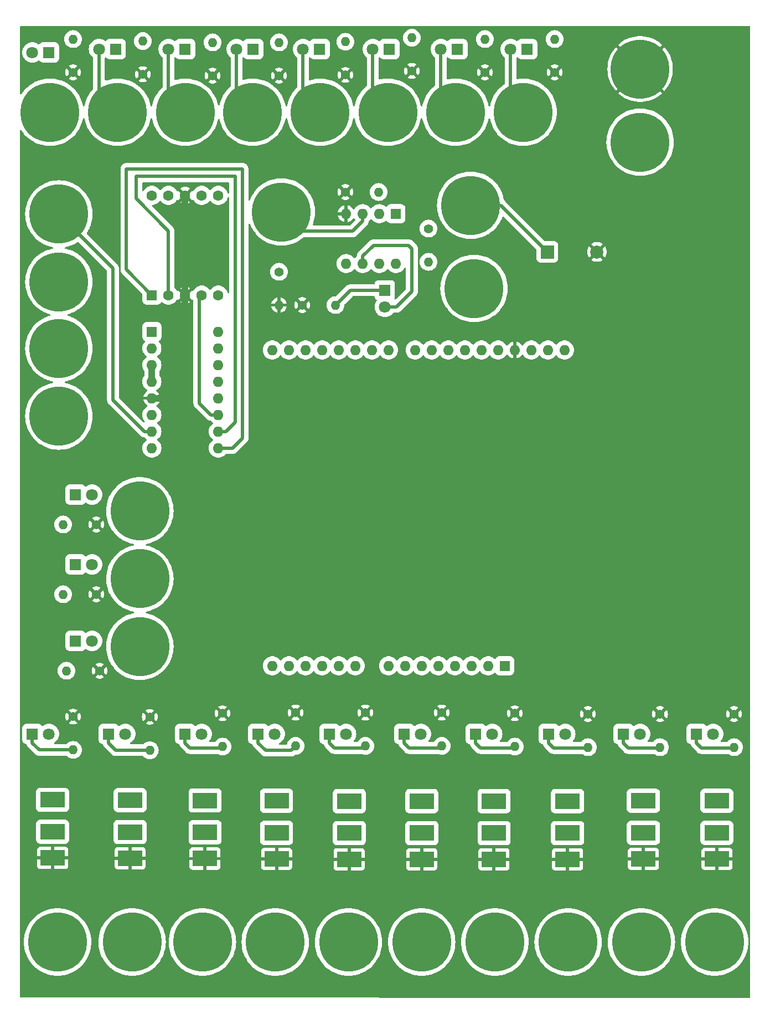
<source format=gbr>
%TF.GenerationSoftware,KiCad,Pcbnew,7.0.6*%
%TF.CreationDate,2023-07-20T19:54:13+05:30*%
%TF.ProjectId,trainer kit arduino proto,74726169-6e65-4722-906b-697420617264,rev?*%
%TF.SameCoordinates,Original*%
%TF.FileFunction,Copper,L2,Bot*%
%TF.FilePolarity,Positive*%
%FSLAX46Y46*%
G04 Gerber Fmt 4.6, Leading zero omitted, Abs format (unit mm)*
G04 Created by KiCad (PCBNEW 7.0.6) date 2023-07-20 19:54:13*
%MOMM*%
%LPD*%
G01*
G04 APERTURE LIST*
%TA.AperFunction,ComponentPad*%
%ADD10R,3.750000X2.400000*%
%TD*%
%TA.AperFunction,ComponentPad*%
%ADD11R,1.600000X1.600000*%
%TD*%
%TA.AperFunction,ComponentPad*%
%ADD12O,1.600000X1.600000*%
%TD*%
%TA.AperFunction,ComponentPad*%
%ADD13C,5.900000*%
%TD*%
%TA.AperFunction,ConnectorPad*%
%ADD14C,9.000000*%
%TD*%
%TA.AperFunction,ComponentPad*%
%ADD15R,1.800000X1.800000*%
%TD*%
%TA.AperFunction,ComponentPad*%
%ADD16C,1.800000*%
%TD*%
%TA.AperFunction,ComponentPad*%
%ADD17C,1.400000*%
%TD*%
%TA.AperFunction,ComponentPad*%
%ADD18O,1.400000X1.400000*%
%TD*%
%TA.AperFunction,ComponentPad*%
%ADD19C,1.600000*%
%TD*%
%TA.AperFunction,ComponentPad*%
%ADD20R,2.000000X2.000000*%
%TD*%
%TA.AperFunction,ComponentPad*%
%ADD21C,2.000000*%
%TD*%
%TA.AperFunction,Conductor*%
%ADD22C,0.500000*%
%TD*%
%TA.AperFunction,Conductor*%
%ADD23C,1.000000*%
%TD*%
G04 APERTURE END LIST*
D10*
%TO.P,SW10,1,A*%
%TO.N,+5V*%
X106600000Y-118420000D03*
%TO.P,SW10,2,B*%
%TO.N,Net-(BP10-A)*%
X106600000Y-123300000D03*
%TO.P,SW10,3,C*%
%TO.N,GNDREF*%
X106600000Y-127300000D03*
%TD*%
%TO.P,SW9,1,A*%
%TO.N,+5V*%
X95350000Y-118420000D03*
%TO.P,SW9,2,B*%
%TO.N,Net-(BP9-A)*%
X95350000Y-123300000D03*
%TO.P,SW9,3,C*%
%TO.N,GNDREF*%
X95350000Y-127300000D03*
%TD*%
%TO.P,SW8,3,C*%
%TO.N,GNDREF*%
X83750000Y-127350000D03*
%TO.P,SW8,2,B*%
%TO.N,Net-(BP8-A)*%
X83750000Y-123350000D03*
%TO.P,SW8,1,A*%
%TO.N,+5V*%
X83750000Y-118470000D03*
%TD*%
%TO.P,SW7,3,C*%
%TO.N,GNDREF*%
X72500000Y-127350000D03*
%TO.P,SW7,2,B*%
%TO.N,Net-(BP7-A)*%
X72500000Y-123350000D03*
%TO.P,SW7,1,A*%
%TO.N,+5V*%
X72500000Y-118470000D03*
%TD*%
%TO.P,SW6,1,A*%
%TO.N,+5V*%
X61450000Y-118470000D03*
%TO.P,SW6,2,B*%
%TO.N,Net-(BP6-A)*%
X61450000Y-123350000D03*
%TO.P,SW6,3,C*%
%TO.N,GNDREF*%
X61450000Y-127350000D03*
%TD*%
%TO.P,SW5,1,A*%
%TO.N,+5V*%
X50350000Y-118470000D03*
%TO.P,SW5,2,B*%
%TO.N,Net-(BP5-A)*%
X50350000Y-123350000D03*
%TO.P,SW5,3,C*%
%TO.N,GNDREF*%
X50350000Y-127350000D03*
%TD*%
%TO.P,SW4,1,A*%
%TO.N,+5V*%
X39250000Y-118420000D03*
%TO.P,SW4,2,B*%
%TO.N,Net-(BP4-A)*%
X39250000Y-123300000D03*
%TO.P,SW4,3,C*%
%TO.N,GNDREF*%
X39250000Y-127300000D03*
%TD*%
%TO.P,SW3,1,A*%
%TO.N,+5V*%
X28300000Y-118370000D03*
%TO.P,SW3,2,B*%
%TO.N,Net-(BP3-A)*%
X28300000Y-123250000D03*
%TO.P,SW3,3,C*%
%TO.N,GNDREF*%
X28300000Y-127250000D03*
%TD*%
%TO.P,SW2,3,C*%
%TO.N,GNDREF*%
X16850000Y-127200000D03*
%TO.P,SW2,2,B*%
%TO.N,Net-(BP2-A)*%
X16850000Y-123200000D03*
%TO.P,SW2,1,A*%
%TO.N,+5V*%
X16850000Y-118320000D03*
%TD*%
%TO.P,SW1,1,A*%
%TO.N,+5V*%
X5000000Y-118270000D03*
%TO.P,SW1,2,B*%
%TO.N,Net-(BP1-A)*%
X5000000Y-123150000D03*
%TO.P,SW1,3,C*%
%TO.N,GNDREF*%
X5000000Y-127150000D03*
%TD*%
D11*
%TO.P,A1,1,NC*%
%TO.N,unconnected-(A1-NC-Pad1)*%
X74151000Y-97790000D03*
D12*
%TO.P,A1,2,IOREF*%
%TO.N,unconnected-(A1-IOREF-Pad2)*%
X71611000Y-97790000D03*
%TO.P,A1,3,~{RESET}*%
%TO.N,unconnected-(A1-~{RESET}-Pad3)*%
X69071000Y-97790000D03*
%TO.P,A1,4,3V3*%
%TO.N,unconnected-(A1-3V3-Pad4)*%
X66531000Y-97790000D03*
%TO.P,A1,5,+5V*%
%TO.N,+5V*%
X63991000Y-97790000D03*
%TO.P,A1,6,GND*%
%TO.N,unconnected-(A1-GND-Pad6)*%
X61451000Y-97790000D03*
%TO.P,A1,7,GND*%
%TO.N,unconnected-(A1-GND-Pad7)*%
X58911000Y-97790000D03*
%TO.P,A1,8,VIN*%
%TO.N,unconnected-(A1-VIN-Pad8)*%
X56371000Y-97790000D03*
%TO.P,A1,9,A0*%
%TO.N,unconnected-(A1-A0-Pad9)*%
X51291000Y-97790000D03*
%TO.P,A1,10,A1*%
%TO.N,unconnected-(A1-A1-Pad10)*%
X48751000Y-97790000D03*
%TO.P,A1,11,A2*%
%TO.N,unconnected-(A1-A2-Pad11)*%
X46211000Y-97790000D03*
%TO.P,A1,12,A3*%
%TO.N,Net-(A1-A3)*%
X43671000Y-97790000D03*
%TO.P,A1,13,SDA/A4*%
%TO.N,Net-(BP29-A)*%
X41131000Y-97790000D03*
%TO.P,A1,14,SCL/A5*%
%TO.N,Net-(BP30-A)*%
X38591000Y-97790000D03*
%TO.P,A1,15,D0/RX*%
%TO.N,unconnected-(A1-D0{slash}RX-Pad15)*%
X38591000Y-49530000D03*
%TO.P,A1,16,D1/TX*%
%TO.N,unconnected-(A1-D1{slash}TX-Pad16)*%
X41131000Y-49530000D03*
%TO.P,A1,17,D2*%
%TO.N,unconnected-(A1-D2-Pad17)*%
X43671000Y-49530000D03*
%TO.P,A1,18,D3*%
%TO.N,unconnected-(A1-D3-Pad18)*%
X46211000Y-49530000D03*
%TO.P,A1,19,D4*%
%TO.N,unconnected-(A1-D4-Pad19)*%
X48751000Y-49530000D03*
%TO.P,A1,20,D5*%
%TO.N,unconnected-(A1-D5-Pad20)*%
X51291000Y-49530000D03*
%TO.P,A1,21,D6*%
%TO.N,unconnected-(A1-D6-Pad21)*%
X53831000Y-49530000D03*
%TO.P,A1,22,D7*%
%TO.N,unconnected-(A1-D7-Pad22)*%
X56371000Y-49530000D03*
%TO.P,A1,23,D8*%
%TO.N,unconnected-(A1-D8-Pad23)*%
X60431000Y-49530000D03*
%TO.P,A1,24,D9*%
%TO.N,unconnected-(A1-D9-Pad24)*%
X62971000Y-49530000D03*
%TO.P,A1,25,D10*%
%TO.N,unconnected-(A1-D10-Pad25)*%
X65511000Y-49530000D03*
%TO.P,A1,26,D11*%
%TO.N,unconnected-(A1-D11-Pad26)*%
X68051000Y-49530000D03*
%TO.P,A1,27,D12*%
%TO.N,unconnected-(A1-D12-Pad27)*%
X70591000Y-49530000D03*
%TO.P,A1,28,D13*%
%TO.N,unconnected-(A1-D13-Pad28)*%
X73131000Y-49530000D03*
%TO.P,A1,29,GND*%
%TO.N,GNDREF*%
X75671000Y-49530000D03*
%TO.P,A1,30,AREF*%
%TO.N,unconnected-(A1-AREF-Pad30)*%
X78211000Y-49530000D03*
%TO.P,A1,31,SDA/A4*%
%TO.N,unconnected-(A1-SDA{slash}A4-Pad31)*%
X80751000Y-49530000D03*
%TO.P,A1,32,SCL/A5*%
%TO.N,unconnected-(A1-SCL{slash}A5-Pad32)*%
X83291000Y-49530000D03*
%TD*%
D13*
%TO.P,BP2,1,A*%
%TO.N,Net-(BP2-A)*%
X17150000Y-140000000D03*
D14*
X17150000Y-140000000D03*
%TD*%
D13*
%TO.P,BP24,1,A*%
%TO.N,Net-(BP24-A)*%
X5952000Y-59626000D03*
D14*
X5952000Y-59626000D03*
%TD*%
D13*
%TO.P,BP5,1,A*%
%TO.N,Net-(BP5-A)*%
X50244000Y-140000000D03*
D14*
X50244000Y-140000000D03*
%TD*%
D15*
%TO.P,D18,1,K*%
%TO.N,Net-(D18-K)*%
X25256000Y-3556000D03*
D16*
%TO.P,D18,2,A*%
%TO.N,Net-(BP15-A)*%
X22716000Y-3556000D03*
%TD*%
D17*
%TO.P,R5,1*%
%TO.N,GNDREF*%
X19850000Y-105600000D03*
D18*
%TO.P,R5,2*%
%TO.N,Net-(D5-K)*%
X19850000Y-110680000D03*
%TD*%
D15*
%TO.P,D22,1,K*%
%TO.N,Net-(D22-K)*%
X66912000Y-3556000D03*
D16*
%TO.P,D22,2,A*%
%TO.N,Net-(BP19-A)*%
X64372000Y-3556000D03*
%TD*%
D13*
%TO.P,BP19,1,A*%
%TO.N,Net-(BP19-A)*%
X66610000Y-13208000D03*
D14*
X66610000Y-13208000D03*
%TD*%
D15*
%TO.P,D12,1,K*%
%TO.N,Net-(D12-K)*%
X92312000Y-108204000D03*
D16*
%TO.P,D12,2,A*%
%TO.N,Net-(BP9-A)*%
X94852000Y-108204000D03*
%TD*%
D15*
%TO.P,D21,1,K*%
%TO.N,Net-(D21-K)*%
X56503000Y-3556000D03*
D16*
%TO.P,D21,2,A*%
%TO.N,Net-(BP18-A)*%
X53963000Y-3556000D03*
%TD*%
D13*
%TO.P,BP13,1,A*%
%TO.N,Net-(BP13-A)*%
X4572000Y-13208000D03*
D14*
X4572000Y-13208000D03*
%TD*%
D11*
%TO.P,U4,1,E*%
%TO.N,Net-(U3-Qe)*%
X20176000Y-41148000D03*
D19*
%TO.P,U4,2,D*%
%TO.N,Net-(U3-Qd)*%
X22716000Y-41148000D03*
%TO.P,U4,3,CC*%
%TO.N,GNDREF*%
X25256000Y-41148000D03*
%TO.P,U4,4,C*%
%TO.N,Net-(U3-Qc)*%
X27796000Y-41148000D03*
%TO.P,U4,5,DP*%
%TO.N,unconnected-(U4-DP-Pad5)*%
X30336000Y-41148000D03*
%TO.P,U4,6,B*%
%TO.N,Net-(U3-Qb)*%
X30336000Y-25908000D03*
%TO.P,U4,7,A*%
%TO.N,Net-(U3-Qa)*%
X27796000Y-25908000D03*
%TO.P,U4,8,CC*%
%TO.N,GNDREF*%
X25256000Y-25908000D03*
%TO.P,U4,9,F*%
%TO.N,Net-(U3-Qf)*%
X22716000Y-25908000D03*
%TO.P,U4,10,G*%
%TO.N,Net-(U3-Qg)*%
X20176000Y-25908000D03*
%TD*%
D13*
%TO.P,BP22,1,A*%
%TO.N,+5V*%
X69452000Y-40132000D03*
D14*
X69452000Y-40132000D03*
%TD*%
D13*
%TO.P,BP14,1,A*%
%TO.N,Net-(BP14-A)*%
X14922000Y-13208000D03*
D14*
X14922000Y-13208000D03*
%TD*%
D13*
%TO.P,BP1,1,A*%
%TO.N,Net-(BP1-A)*%
X5750000Y-140000000D03*
D14*
X5750000Y-140000000D03*
%TD*%
D17*
%TO.P,R13,1*%
%TO.N,GNDREF*%
X109220000Y-105156000D03*
D18*
%TO.P,R13,2*%
%TO.N,Net-(D13-K)*%
X109220000Y-110236000D03*
%TD*%
D13*
%TO.P,BP21,1,A*%
%TO.N,Net-(BP21-A)*%
X68944000Y-27432000D03*
D14*
X68944000Y-27432000D03*
%TD*%
D15*
%TO.P,D16,1,K*%
%TO.N,Net-(D16-K)*%
X4428000Y-4064000D03*
D16*
%TO.P,D16,2,A*%
%TO.N,Net-(BP13-A)*%
X1888000Y-4064000D03*
%TD*%
D17*
%TO.P,R9,1*%
%TO.N,GNDREF*%
X64516000Y-104949000D03*
D18*
%TO.P,R9,2*%
%TO.N,Net-(D9-K)*%
X64516000Y-110029000D03*
%TD*%
D13*
%TO.P,BP4,1,A*%
%TO.N,Net-(BP4-A)*%
X39044000Y-140000000D03*
D14*
X39044000Y-140000000D03*
%TD*%
D17*
%TO.P,R6,1*%
%TO.N,GNDREF*%
X30988000Y-105052500D03*
D18*
%TO.P,R6,2*%
%TO.N,Net-(D6-K)*%
X30988000Y-110132500D03*
%TD*%
D15*
%TO.P,D23,1,K*%
%TO.N,Net-(D23-K)*%
X77580000Y-3556000D03*
D16*
%TO.P,D23,2,A*%
%TO.N,Net-(BP20-A)*%
X75040000Y-3556000D03*
%TD*%
D17*
%TO.P,R17,1*%
%TO.N,GNDREF*%
X18796000Y-7413000D03*
D18*
%TO.P,R17,2*%
%TO.N,Net-(D17-K)*%
X18796000Y-2333000D03*
%TD*%
D17*
%TO.P,R8,1*%
%TO.N,GNDREF*%
X52832000Y-104949000D03*
D18*
%TO.P,R8,2*%
%TO.N,Net-(D8-K)*%
X52832000Y-110029000D03*
%TD*%
D15*
%TO.P,D3,1,K*%
%TO.N,Net-(D3-K)*%
X8492000Y-93980000D03*
D16*
%TO.P,D3,2,A*%
%TO.N,Net-(BP30-A)*%
X11032000Y-93980000D03*
%TD*%
D15*
%TO.P,D8,1,K*%
%TO.N,Net-(D8-K)*%
X47349000Y-108204000D03*
D16*
%TO.P,D8,2,A*%
%TO.N,Net-(BP5-A)*%
X49889000Y-108204000D03*
%TD*%
D15*
%TO.P,D25,1,K*%
%TO.N,Net-(D25-K)*%
X55804000Y-40412000D03*
D16*
%TO.P,D25,2,A*%
%TO.N,Net-(D25-A)*%
X55804000Y-42952000D03*
%TD*%
D17*
%TO.P,R7,1*%
%TO.N,GNDREF*%
X42164000Y-104949000D03*
D18*
%TO.P,R7,2*%
%TO.N,Net-(D7-K)*%
X42164000Y-110029000D03*
%TD*%
D13*
%TO.P,BP26,1,A*%
%TO.N,Net-(BP26-A)*%
X5952000Y-39116000D03*
D14*
X5952000Y-39116000D03*
%TD*%
D15*
%TO.P,D19,1,K*%
%TO.N,Net-(D19-K)*%
X35675000Y-3556000D03*
D16*
%TO.P,D19,2,A*%
%TO.N,Net-(BP16-A)*%
X33135000Y-3556000D03*
%TD*%
D13*
%TO.P,BP3,1,A*%
%TO.N,Net-(BP3-A)*%
X27900000Y-140000000D03*
D14*
X27900000Y-140000000D03*
%TD*%
D13*
%TO.P,BP29,1,A*%
%TO.N,Net-(BP29-A)*%
X18335000Y-84477000D03*
D14*
X18335000Y-84477000D03*
%TD*%
D17*
%TO.P,R24,1*%
%TO.N,Net-(U2--)*%
X62484000Y-30988000D03*
D18*
%TO.P,R24,2*%
%TO.N,+5V*%
X62484000Y-36068000D03*
%TD*%
D15*
%TO.P,D10,1,K*%
%TO.N,Net-(D10-K)*%
X69701000Y-108204000D03*
D16*
%TO.P,D10,2,A*%
%TO.N,Net-(BP7-A)*%
X72241000Y-108204000D03*
%TD*%
D13*
%TO.P,BP28,1,A*%
%TO.N,Net-(A1-A3)*%
X18335000Y-74127000D03*
D14*
X18335000Y-74127000D03*
%TD*%
D11*
%TO.P,U2,1,NULL*%
%TO.N,unconnected-(U2-NULL-Pad1)*%
X57504000Y-28712000D03*
D12*
%TO.P,U2,2,-*%
%TO.N,Net-(U2--)*%
X54964000Y-28712000D03*
%TO.P,U2,3,+*%
%TO.N,/V(input)*%
X52424000Y-28712000D03*
%TO.P,U2,4,V-*%
%TO.N,GNDREF*%
X49884000Y-28712000D03*
%TO.P,U2,5,NULL*%
%TO.N,unconnected-(U2-NULL-Pad5)*%
X49884000Y-36332000D03*
%TO.P,U2,6*%
%TO.N,Net-(D25-A)*%
X52424000Y-36332000D03*
%TO.P,U2,7,V+*%
%TO.N,+5V*%
X54964000Y-36332000D03*
%TO.P,U2,8,NC*%
%TO.N,unconnected-(U2-NC-Pad8)*%
X57504000Y-36332000D03*
%TD*%
D17*
%TO.P,R14,1*%
%TO.N,/V(input)*%
X39624000Y-37592000D03*
D18*
%TO.P,R14,2*%
%TO.N,GNDREF*%
X39624000Y-42672000D03*
%TD*%
D13*
%TO.P,BP9,1,A*%
%TO.N,Net-(BP9-A)*%
X95044000Y-140000000D03*
D14*
X95044000Y-140000000D03*
%TD*%
D13*
%TO.P,BP16,1,A*%
%TO.N,Net-(BP16-A)*%
X35560000Y-13208000D03*
D14*
X35560000Y-13208000D03*
%TD*%
D17*
%TO.P,R26,1*%
%TO.N,GNDREF*%
X43180000Y-42672000D03*
D18*
%TO.P,R26,2*%
%TO.N,Net-(D25-K)*%
X48260000Y-42672000D03*
%TD*%
D17*
%TO.P,R10,1*%
%TO.N,GNDREF*%
X75692000Y-105052500D03*
D18*
%TO.P,R10,2*%
%TO.N,Net-(D10-K)*%
X75692000Y-110132500D03*
%TD*%
D13*
%TO.P,BP11,1,A*%
%TO.N,GNDREF*%
X94852000Y-6604000D03*
D14*
X94852000Y-6604000D03*
%TD*%
D15*
%TO.P,D9,1,K*%
%TO.N,Net-(D9-K)*%
X58784000Y-108204000D03*
D16*
%TO.P,D9,2,A*%
%TO.N,Net-(BP6-A)*%
X61324000Y-108204000D03*
%TD*%
D13*
%TO.P,BP23,1,A*%
%TO.N,/V(input)*%
X39988000Y-28448000D03*
D14*
X39988000Y-28448000D03*
%TD*%
D13*
%TO.P,BP8,1,A*%
%TO.N,Net-(BP8-A)*%
X83844000Y-140000000D03*
D14*
X83844000Y-140000000D03*
%TD*%
D17*
%TO.P,R3,1*%
%TO.N,GNDREF*%
X12192000Y-98552000D03*
D18*
%TO.P,R3,2*%
%TO.N,Net-(D3-K)*%
X7112000Y-98552000D03*
%TD*%
D17*
%TO.P,R21,1*%
%TO.N,GNDREF*%
X59944000Y-6905000D03*
D18*
%TO.P,R21,2*%
%TO.N,Net-(D21-K)*%
X59944000Y-1825000D03*
%TD*%
D15*
%TO.P,D1,1,K*%
%TO.N,Net-(D1-K)*%
X8492000Y-71628000D03*
D16*
%TO.P,D1,2,A*%
%TO.N,Net-(A1-A3)*%
X11032000Y-71628000D03*
%TD*%
D17*
%TO.P,R2,1*%
%TO.N,GNDREF*%
X11684000Y-86868000D03*
D18*
%TO.P,R2,2*%
%TO.N,Net-(D2-K)*%
X6604000Y-86868000D03*
%TD*%
D17*
%TO.P,R19,1*%
%TO.N,GNDREF*%
X39624000Y-7620000D03*
D18*
%TO.P,R19,2*%
%TO.N,Net-(D19-K)*%
X39624000Y-2540000D03*
%TD*%
D15*
%TO.P,D7,1,K*%
%TO.N,Net-(D7-K)*%
X36432000Y-108204000D03*
D16*
%TO.P,D7,2,A*%
%TO.N,Net-(BP4-A)*%
X38972000Y-108204000D03*
%TD*%
D15*
%TO.P,D17,1,K*%
%TO.N,Net-(D17-K)*%
X14626000Y-3556000D03*
D16*
%TO.P,D17,2,A*%
%TO.N,Net-(BP14-A)*%
X12086000Y-3556000D03*
%TD*%
D13*
%TO.P,BP7,1,A*%
%TO.N,Net-(BP7-A)*%
X72644000Y-140000000D03*
D14*
X72644000Y-140000000D03*
%TD*%
D13*
%TO.P,BP27,1,A*%
%TO.N,Net-(BP27-A)*%
X5952000Y-28766000D03*
D14*
X5952000Y-28766000D03*
%TD*%
D15*
%TO.P,D6,1,K*%
%TO.N,Net-(D6-K)*%
X25256000Y-108204000D03*
D16*
%TO.P,D6,2,A*%
%TO.N,Net-(BP3-A)*%
X27796000Y-108204000D03*
%TD*%
D15*
%TO.P,D11,1,K*%
%TO.N,Net-(D11-K)*%
X80877000Y-108204000D03*
D16*
%TO.P,D11,2,A*%
%TO.N,Net-(BP8-A)*%
X83417000Y-108204000D03*
%TD*%
D17*
%TO.P,R23,1*%
%TO.N,GNDREF*%
X81788000Y-7112000D03*
D18*
%TO.P,R23,2*%
%TO.N,Net-(D23-K)*%
X81788000Y-2032000D03*
%TD*%
D11*
%TO.P,U3,1,DB*%
%TO.N,Net-(BP26-A)*%
X20176000Y-46736000D03*
D12*
%TO.P,U3,2,DC*%
%TO.N,Net-(BP25-A)*%
X20176000Y-49276000D03*
%TO.P,U3,3,~{LT}*%
%TO.N,+5V*%
X20176000Y-51816000D03*
%TO.P,U3,4,~{BI}*%
X20176000Y-54356000D03*
%TO.P,U3,5,~{EL}*%
%TO.N,GNDREF*%
X20176000Y-56896000D03*
%TO.P,U3,6,DD*%
%TO.N,Net-(BP24-A)*%
X20176000Y-59436000D03*
%TO.P,U3,7,DA*%
%TO.N,Net-(BP27-A)*%
X20176000Y-61976000D03*
%TO.P,U3,8,Vss*%
%TO.N,Vss*%
X20176000Y-64516000D03*
%TO.P,U3,9,Qe*%
%TO.N,Net-(U3-Qe)*%
X30336000Y-64516000D03*
%TO.P,U3,10,Qd*%
%TO.N,Net-(U3-Qd)*%
X30336000Y-61976000D03*
%TO.P,U3,11,Qc*%
%TO.N,Net-(U3-Qc)*%
X30336000Y-59436000D03*
%TO.P,U3,12,Qb*%
%TO.N,Net-(U3-Qb)*%
X30336000Y-56896000D03*
%TO.P,U3,13,Qa*%
%TO.N,Net-(U3-Qa)*%
X30336000Y-54356000D03*
%TO.P,U3,14,Qg*%
%TO.N,Net-(U3-Qg)*%
X30336000Y-51816000D03*
%TO.P,U3,15,Qf*%
%TO.N,Net-(U3-Qf)*%
X30336000Y-49276000D03*
%TO.P,U3,16,Vdd*%
%TO.N,Vdd*%
X30336000Y-46736000D03*
%TD*%
D16*
%TO.P,D13,2,A*%
%TO.N,Net-(BP10-A)*%
X106028000Y-108204000D03*
D15*
%TO.P,D13,1,K*%
%TO.N,Net-(D13-K)*%
X103488000Y-108204000D03*
%TD*%
D17*
%TO.P,R22,1*%
%TO.N,GNDREF*%
X71120000Y-7112000D03*
D18*
%TO.P,R22,2*%
%TO.N,Net-(D22-K)*%
X71120000Y-2032000D03*
%TD*%
D17*
%TO.P,R4,1*%
%TO.N,GNDREF*%
X8128000Y-105560500D03*
D18*
%TO.P,R4,2*%
%TO.N,Net-(D4-K)*%
X8128000Y-110640500D03*
%TD*%
D15*
%TO.P,D4,1,K*%
%TO.N,Net-(D4-K)*%
X1888000Y-108204000D03*
D16*
%TO.P,D4,2,A*%
%TO.N,Net-(BP1-A)*%
X4428000Y-108204000D03*
%TD*%
D17*
%TO.P,R11,1*%
%TO.N,GNDREF*%
X86868000Y-105156000D03*
D18*
%TO.P,R11,2*%
%TO.N,Net-(D11-K)*%
X86868000Y-110236000D03*
%TD*%
D17*
%TO.P,R18,1*%
%TO.N,GNDREF*%
X29464000Y-7620000D03*
D18*
%TO.P,R18,2*%
%TO.N,Net-(D18-K)*%
X29464000Y-2540000D03*
%TD*%
D17*
%TO.P,R25,1*%
%TO.N,GNDREF*%
X49784000Y-25400000D03*
D18*
%TO.P,R25,2*%
%TO.N,Net-(U2--)*%
X54864000Y-25400000D03*
%TD*%
D17*
%TO.P,R16,1*%
%TO.N,GNDREF*%
X8128000Y-7112000D03*
D18*
%TO.P,R16,2*%
%TO.N,Net-(D16-K)*%
X8128000Y-2032000D03*
%TD*%
D15*
%TO.P,D5,1,K*%
%TO.N,Net-(D5-K)*%
X13572000Y-108204000D03*
D16*
%TO.P,D5,2,A*%
%TO.N,Net-(BP2-A)*%
X16112000Y-108204000D03*
%TD*%
D13*
%TO.P,BP18,1,A*%
%TO.N,Net-(BP18-A)*%
X56260000Y-13208000D03*
D14*
X56260000Y-13208000D03*
%TD*%
D13*
%TO.P,BP12,1,A*%
%TO.N,+5V*%
X94852000Y-17780000D03*
D14*
X94852000Y-17780000D03*
%TD*%
D17*
%TO.P,R12,1*%
%TO.N,GNDREF*%
X97900000Y-105156000D03*
D18*
%TO.P,R12,2*%
%TO.N,Net-(D12-K)*%
X97900000Y-110236000D03*
%TD*%
D13*
%TO.P,BP25,1,A*%
%TO.N,Net-(BP25-A)*%
X5952000Y-49276000D03*
D14*
X5952000Y-49276000D03*
%TD*%
D20*
%TO.P,D24,1,K*%
%TO.N,Net-(BP21-A)*%
X80648000Y-34544000D03*
D21*
%TO.P,D24,2,A*%
%TO.N,GNDREF*%
X88248000Y-34544000D03*
%TD*%
D17*
%TO.P,R20,1*%
%TO.N,GNDREF*%
X49784000Y-7516500D03*
D18*
%TO.P,R20,2*%
%TO.N,Net-(D20-K)*%
X49784000Y-2436500D03*
%TD*%
D17*
%TO.P,R1,1*%
%TO.N,GNDREF*%
X11684000Y-76200000D03*
D18*
%TO.P,R1,2*%
%TO.N,Net-(D1-K)*%
X6604000Y-76200000D03*
%TD*%
D15*
%TO.P,D20,1,K*%
%TO.N,Net-(D20-K)*%
X45835000Y-3556000D03*
D16*
%TO.P,D20,2,A*%
%TO.N,Net-(BP17-A)*%
X43295000Y-3556000D03*
%TD*%
D13*
%TO.P,BP20,1,A*%
%TO.N,Net-(BP20-A)*%
X76960000Y-13208000D03*
D14*
X76960000Y-13208000D03*
%TD*%
D15*
%TO.P,D2,1,K*%
%TO.N,Net-(D2-K)*%
X8492000Y-82296000D03*
D16*
%TO.P,D2,2,A*%
%TO.N,Net-(BP29-A)*%
X11032000Y-82296000D03*
%TD*%
D13*
%TO.P,BP10,1,A*%
%TO.N,Net-(BP10-A)*%
X106244000Y-140000000D03*
D14*
X106244000Y-140000000D03*
%TD*%
D13*
%TO.P,BP17,1,A*%
%TO.N,Net-(BP17-A)*%
X45910000Y-13208000D03*
D14*
X45910000Y-13208000D03*
%TD*%
D13*
%TO.P,BP30,1,A*%
%TO.N,Net-(BP30-A)*%
X18335000Y-94827000D03*
D14*
X18335000Y-94827000D03*
%TD*%
D13*
%TO.P,BP6,1,A*%
%TO.N,Net-(BP6-A)*%
X61444000Y-140000000D03*
D14*
X61444000Y-140000000D03*
%TD*%
D13*
%TO.P,BP15,1,A*%
%TO.N,Net-(BP15-A)*%
X25272000Y-13208000D03*
D14*
X25272000Y-13208000D03*
%TD*%
D22*
%TO.N,Net-(D5-K)*%
X13572000Y-108204000D02*
X13572000Y-109604000D01*
X13572000Y-109604000D02*
X14648000Y-110680000D01*
X14648000Y-110680000D02*
X19850000Y-110680000D01*
D23*
%TO.N,GNDREF*%
X25256000Y-41148000D02*
X25256000Y-52947370D01*
X25256000Y-52947370D02*
X21307370Y-56896000D01*
X25256000Y-25908000D02*
X25256000Y-41148000D01*
X21307370Y-56896000D02*
X20176000Y-56896000D01*
D22*
%TO.N,Net-(D6-K)*%
X25256000Y-108204000D02*
X25256000Y-109604000D01*
X26006000Y-110354000D02*
X30766500Y-110354000D01*
X30766500Y-110354000D02*
X30988000Y-110132500D01*
X25256000Y-109604000D02*
X26006000Y-110354000D01*
%TO.N,Net-(D25-K)*%
X48260000Y-42672000D02*
X50520000Y-40412000D01*
X50520000Y-40412000D02*
X55804000Y-40412000D01*
D23*
%TO.N,+5V*%
X20176000Y-51816000D02*
X20176000Y-54356000D01*
D22*
%TO.N,/V(input)*%
X50869370Y-31398000D02*
X42938000Y-31398000D01*
X52424000Y-29843370D02*
X50869370Y-31398000D01*
X42938000Y-31398000D02*
X39988000Y-28448000D01*
X52424000Y-28712000D02*
X52424000Y-29843370D01*
%TO.N,Net-(D13-K)*%
X104238000Y-110354000D02*
X109102000Y-110354000D01*
X103488000Y-109604000D02*
X104238000Y-110354000D01*
X109102000Y-110354000D02*
X109220000Y-110236000D01*
X103488000Y-108204000D02*
X103488000Y-109604000D01*
%TO.N,Net-(D12-K)*%
X92312000Y-109604000D02*
X93062000Y-110354000D01*
X97782000Y-110354000D02*
X97900000Y-110236000D01*
X93062000Y-110354000D02*
X97782000Y-110354000D01*
X92312000Y-108204000D02*
X92312000Y-109604000D01*
%TO.N,Net-(D11-K)*%
X80877000Y-109604000D02*
X81627000Y-110354000D01*
X86750000Y-110354000D02*
X86868000Y-110236000D01*
X80877000Y-108204000D02*
X80877000Y-109604000D01*
X81627000Y-110354000D02*
X86750000Y-110354000D01*
%TO.N,Net-(D10-K)*%
X69701000Y-109604000D02*
X70451000Y-110354000D01*
X70451000Y-110354000D02*
X75470500Y-110354000D01*
X75470500Y-110354000D02*
X75692000Y-110132500D01*
X69701000Y-108204000D02*
X69701000Y-109604000D01*
%TO.N,Net-(D9-K)*%
X59534000Y-110354000D02*
X64191000Y-110354000D01*
X58784000Y-109604000D02*
X59534000Y-110354000D01*
X64191000Y-110354000D02*
X64516000Y-110029000D01*
X58784000Y-108204000D02*
X58784000Y-109604000D01*
%TO.N,Net-(D8-K)*%
X48099000Y-110354000D02*
X52507000Y-110354000D01*
X47349000Y-108204000D02*
X47349000Y-109604000D01*
X47349000Y-109604000D02*
X48099000Y-110354000D01*
X52507000Y-110354000D02*
X52832000Y-110029000D01*
%TO.N,Net-(D7-K)*%
X37557000Y-110729000D02*
X41464000Y-110729000D01*
X41464000Y-110729000D02*
X42164000Y-110029000D01*
X36432000Y-109604000D02*
X37557000Y-110729000D01*
X36432000Y-108204000D02*
X36432000Y-109604000D01*
%TO.N,Net-(D4-K)*%
X1888000Y-109604000D02*
X2924500Y-110640500D01*
X1888000Y-108204000D02*
X1888000Y-109604000D01*
X2924500Y-110640500D02*
X8128000Y-110640500D01*
%TO.N,Net-(D25-A)*%
X59944000Y-40572000D02*
X57564000Y-42952000D01*
X52424000Y-35200630D02*
X54096630Y-33528000D01*
X59944000Y-34036000D02*
X59944000Y-40572000D01*
X54096630Y-33528000D02*
X59436000Y-33528000D01*
X52424000Y-36332000D02*
X52424000Y-35200630D01*
X59436000Y-33528000D02*
X59944000Y-34036000D01*
X57564000Y-42952000D02*
X55804000Y-42952000D01*
%TO.N,Net-(BP27-A)*%
X5952000Y-28766000D02*
X14224000Y-37038000D01*
X19044630Y-61976000D02*
X20176000Y-61976000D01*
X14224000Y-57155370D02*
X19044630Y-61976000D01*
X14224000Y-37038000D02*
X14224000Y-57155370D01*
%TO.N,Net-(U3-Qe)*%
X16280000Y-21868000D02*
X34036000Y-21868000D01*
X16280000Y-37252000D02*
X16280000Y-21868000D01*
X32512000Y-64516000D02*
X30336000Y-64516000D01*
X34036000Y-21868000D02*
X34036000Y-62992000D01*
X34036000Y-62992000D02*
X32512000Y-64516000D01*
X20176000Y-41148000D02*
X16280000Y-37252000D01*
%TO.N,Net-(U3-Qd)*%
X17780000Y-26411138D02*
X17780000Y-23018000D01*
X31467370Y-61976000D02*
X30336000Y-61976000D01*
X22716000Y-41148000D02*
X22716000Y-31347138D01*
X32886000Y-60557370D02*
X31467370Y-61976000D01*
X32886000Y-23018000D02*
X32886000Y-60557370D01*
X17780000Y-23018000D02*
X32886000Y-23018000D01*
X22716000Y-31347138D02*
X17780000Y-26411138D01*
%TO.N,Net-(U3-Qc)*%
X27796000Y-41148000D02*
X27432000Y-41512000D01*
X29204630Y-59436000D02*
X30336000Y-59436000D01*
X27432000Y-57663370D02*
X29204630Y-59436000D01*
X27432000Y-41512000D02*
X27432000Y-57663370D01*
%TO.N,Net-(BP14-A)*%
X12086000Y-10372000D02*
X14922000Y-13208000D01*
X12086000Y-3556000D02*
X12086000Y-10372000D01*
%TO.N,Net-(BP15-A)*%
X22716000Y-3556000D02*
X22716000Y-10652000D01*
X22716000Y-10652000D02*
X25272000Y-13208000D01*
%TO.N,Net-(BP16-A)*%
X33135000Y-10783000D02*
X35560000Y-13208000D01*
X33135000Y-3556000D02*
X33135000Y-10783000D01*
%TO.N,Net-(BP17-A)*%
X43295000Y-3556000D02*
X43295000Y-10593000D01*
X43295000Y-10593000D02*
X45910000Y-13208000D01*
%TO.N,Net-(BP18-A)*%
X53963000Y-3556000D02*
X53963000Y-10911000D01*
X53963000Y-10911000D02*
X56260000Y-13208000D01*
%TO.N,Net-(BP19-A)*%
X64372000Y-10970000D02*
X66610000Y-13208000D01*
X64372000Y-3556000D02*
X64372000Y-10970000D01*
%TO.N,Net-(BP20-A)*%
X75040000Y-11288000D02*
X76960000Y-13208000D01*
X75040000Y-3556000D02*
X75040000Y-11288000D01*
%TO.N,Net-(BP21-A)*%
X73536000Y-27432000D02*
X80648000Y-34544000D01*
X68944000Y-27432000D02*
X73536000Y-27432000D01*
%TD*%
%TA.AperFunction,Conductor*%
%TO.N,GNDREF*%
G36*
X24870835Y-26033148D02*
G01*
X24928359Y-26146045D01*
X25017955Y-26235641D01*
X25130852Y-26293165D01*
X25211599Y-26305953D01*
X24530526Y-26987025D01*
X24530526Y-26987026D01*
X24603512Y-27038131D01*
X24603516Y-27038133D01*
X24809673Y-27134265D01*
X24809682Y-27134269D01*
X25029389Y-27193139D01*
X25029400Y-27193141D01*
X25255998Y-27212966D01*
X25256002Y-27212966D01*
X25482599Y-27193141D01*
X25482610Y-27193139D01*
X25702317Y-27134269D01*
X25702331Y-27134264D01*
X25908478Y-27038136D01*
X25981472Y-26987025D01*
X25300401Y-26305953D01*
X25381148Y-26293165D01*
X25494045Y-26235641D01*
X25583641Y-26146045D01*
X25641165Y-26033148D01*
X25653953Y-25952400D01*
X26335025Y-26633472D01*
X26335439Y-26633436D01*
X26389130Y-26590518D01*
X26458628Y-26583324D01*
X26520984Y-26614846D01*
X26539938Y-26637444D01*
X26629808Y-26774998D01*
X26647429Y-26801969D01*
X26810236Y-26978825D01*
X26810239Y-26978827D01*
X26810242Y-26978830D01*
X26999924Y-27126466D01*
X26999930Y-27126470D01*
X26999933Y-27126472D01*
X27211344Y-27240882D01*
X27211347Y-27240883D01*
X27438699Y-27318933D01*
X27438701Y-27318933D01*
X27438703Y-27318934D01*
X27675808Y-27358500D01*
X27675809Y-27358500D01*
X27916191Y-27358500D01*
X27916192Y-27358500D01*
X28153297Y-27318934D01*
X28380656Y-27240882D01*
X28592067Y-27126472D01*
X28608508Y-27113676D01*
X28705565Y-27038133D01*
X28781764Y-26978825D01*
X28944571Y-26801969D01*
X28962193Y-26774995D01*
X29015337Y-26729641D01*
X29084568Y-26720217D01*
X29147904Y-26749718D01*
X29169804Y-26774992D01*
X29187429Y-26801969D01*
X29350236Y-26978825D01*
X29350239Y-26978827D01*
X29350242Y-26978830D01*
X29539924Y-27126466D01*
X29539930Y-27126470D01*
X29539933Y-27126472D01*
X29751344Y-27240882D01*
X29751347Y-27240883D01*
X29978699Y-27318933D01*
X29978701Y-27318933D01*
X29978703Y-27318934D01*
X30215808Y-27358500D01*
X30215809Y-27358500D01*
X30456191Y-27358500D01*
X30456192Y-27358500D01*
X30693297Y-27318934D01*
X30920656Y-27240882D01*
X31132067Y-27126472D01*
X31148508Y-27113676D01*
X31245565Y-27038133D01*
X31321764Y-26978825D01*
X31484571Y-26801969D01*
X31616049Y-26600728D01*
X31712610Y-26380591D01*
X31741294Y-26267318D01*
X31776833Y-26207163D01*
X31839254Y-26175771D01*
X31908737Y-26183109D01*
X31963223Y-26226847D01*
X31985412Y-26293100D01*
X31985500Y-26297759D01*
X31985500Y-40758240D01*
X31965815Y-40825279D01*
X31913011Y-40871034D01*
X31843853Y-40880978D01*
X31780297Y-40851953D01*
X31742523Y-40793175D01*
X31741294Y-40788680D01*
X31727662Y-40734849D01*
X31712610Y-40675409D01*
X31616049Y-40455272D01*
X31612816Y-40450324D01*
X31484572Y-40254033D01*
X31484571Y-40254031D01*
X31321764Y-40077175D01*
X31321759Y-40077171D01*
X31321757Y-40077169D01*
X31132075Y-39929533D01*
X31132069Y-39929529D01*
X30920657Y-39815118D01*
X30920652Y-39815116D01*
X30693300Y-39737066D01*
X30515468Y-39707391D01*
X30456192Y-39697500D01*
X30215808Y-39697500D01*
X30168386Y-39705413D01*
X29978699Y-39737066D01*
X29751347Y-39815116D01*
X29751342Y-39815118D01*
X29539930Y-39929529D01*
X29539924Y-39929533D01*
X29350242Y-40077169D01*
X29350239Y-40077172D01*
X29187430Y-40254029D01*
X29187429Y-40254031D01*
X29169807Y-40281003D01*
X29116660Y-40326358D01*
X29047429Y-40335780D01*
X28984093Y-40306277D01*
X28962193Y-40281003D01*
X28960154Y-40277883D01*
X28944571Y-40254031D01*
X28781764Y-40077175D01*
X28781759Y-40077171D01*
X28781757Y-40077169D01*
X28592075Y-39929533D01*
X28592069Y-39929529D01*
X28380657Y-39815118D01*
X28380652Y-39815116D01*
X28153300Y-39737066D01*
X27975468Y-39707391D01*
X27916192Y-39697500D01*
X27675808Y-39697500D01*
X27628387Y-39705413D01*
X27438699Y-39737066D01*
X27211347Y-39815116D01*
X27211342Y-39815118D01*
X26999930Y-39929529D01*
X26999924Y-39929533D01*
X26810242Y-40077169D01*
X26810239Y-40077172D01*
X26647430Y-40254029D01*
X26647427Y-40254033D01*
X26539939Y-40418554D01*
X26486792Y-40463911D01*
X26417561Y-40473334D01*
X26354225Y-40443831D01*
X26335168Y-40422538D01*
X26335025Y-40422526D01*
X25653953Y-41103598D01*
X25641165Y-41022852D01*
X25583641Y-40909955D01*
X25494045Y-40820359D01*
X25381148Y-40762835D01*
X25300399Y-40750045D01*
X25981472Y-40068973D01*
X25908483Y-40017866D01*
X25908481Y-40017865D01*
X25702326Y-39921734D01*
X25702317Y-39921730D01*
X25482610Y-39862860D01*
X25482599Y-39862858D01*
X25256002Y-39843034D01*
X25255998Y-39843034D01*
X25029400Y-39862858D01*
X25029389Y-39862860D01*
X24809682Y-39921730D01*
X24809673Y-39921734D01*
X24603513Y-40017868D01*
X24530526Y-40068973D01*
X25211598Y-40750046D01*
X25130852Y-40762835D01*
X25017955Y-40820359D01*
X24928359Y-40909955D01*
X24870835Y-41022852D01*
X24858046Y-41103599D01*
X24176973Y-40422526D01*
X24176558Y-40422563D01*
X24122866Y-40465481D01*
X24053367Y-40472673D01*
X23991013Y-40441151D01*
X23972060Y-40418554D01*
X23864572Y-40254033D01*
X23864571Y-40254031D01*
X23701764Y-40077175D01*
X23664337Y-40048044D01*
X23623524Y-39991333D01*
X23616500Y-39950191D01*
X23616500Y-31427764D01*
X23618027Y-31408363D01*
X23620219Y-31394526D01*
X23616585Y-31325185D01*
X23616500Y-31321940D01*
X23616500Y-31299951D01*
X23616500Y-31299946D01*
X23614199Y-31278059D01*
X23613946Y-31274849D01*
X23610312Y-31205492D01*
X23610311Y-31205486D01*
X23606687Y-31191963D01*
X23603139Y-31172822D01*
X23601674Y-31158886D01*
X23601674Y-31158885D01*
X23601674Y-31158882D01*
X23580214Y-31092837D01*
X23579291Y-31089723D01*
X23561320Y-31022650D01*
X23554954Y-31010157D01*
X23547508Y-30992180D01*
X23543178Y-30978852D01*
X23543175Y-30978845D01*
X23519670Y-30938136D01*
X23508443Y-30918690D01*
X23506920Y-30915885D01*
X23475383Y-30853989D01*
X23475382Y-30853987D01*
X23466560Y-30843093D01*
X23455538Y-30827056D01*
X23448532Y-30814921D01*
X23448531Y-30814919D01*
X23402060Y-30763308D01*
X23399952Y-30760840D01*
X23387798Y-30745832D01*
X23386119Y-30743758D01*
X23370577Y-30728216D01*
X23368341Y-30725860D01*
X23321872Y-30674251D01*
X23321871Y-30674250D01*
X23310525Y-30666007D01*
X23295734Y-30653373D01*
X20212542Y-27570181D01*
X20179057Y-27508858D01*
X20184041Y-27439166D01*
X20225913Y-27383233D01*
X20291081Y-27358926D01*
X20291081Y-27358924D01*
X20291089Y-27358923D01*
X20291377Y-27358816D01*
X20293147Y-27358752D01*
X20296183Y-27358501D01*
X20296189Y-27358500D01*
X20296192Y-27358500D01*
X20533297Y-27318934D01*
X20760656Y-27240882D01*
X20972067Y-27126472D01*
X20988508Y-27113676D01*
X21085565Y-27038133D01*
X21161764Y-26978825D01*
X21324571Y-26801969D01*
X21342193Y-26774995D01*
X21395337Y-26729641D01*
X21464568Y-26720217D01*
X21527904Y-26749718D01*
X21549804Y-26774992D01*
X21567429Y-26801969D01*
X21730236Y-26978825D01*
X21730239Y-26978827D01*
X21730242Y-26978830D01*
X21919924Y-27126466D01*
X21919930Y-27126470D01*
X21919933Y-27126472D01*
X22131344Y-27240882D01*
X22131347Y-27240883D01*
X22358699Y-27318933D01*
X22358701Y-27318933D01*
X22358703Y-27318934D01*
X22595808Y-27358500D01*
X22595809Y-27358500D01*
X22836191Y-27358500D01*
X22836192Y-27358500D01*
X23073297Y-27318934D01*
X23300656Y-27240882D01*
X23512067Y-27126472D01*
X23528508Y-27113676D01*
X23625565Y-27038133D01*
X23701764Y-26978825D01*
X23864571Y-26801969D01*
X23972062Y-26637442D01*
X24025206Y-26592089D01*
X24094437Y-26582665D01*
X24157773Y-26612167D01*
X24176831Y-26633459D01*
X24176974Y-26633472D01*
X24858046Y-25952399D01*
X24870835Y-26033148D01*
G37*
%TD.AperFunction*%
%TA.AperFunction,Conductor*%
G36*
X31928539Y-23938185D02*
G01*
X31974294Y-23990989D01*
X31985500Y-24042500D01*
X31985500Y-25518240D01*
X31965815Y-25585279D01*
X31913011Y-25631034D01*
X31843853Y-25640978D01*
X31780297Y-25611953D01*
X31742523Y-25553175D01*
X31741294Y-25548680D01*
X31712610Y-25435410D01*
X31697077Y-25399999D01*
X31616049Y-25215272D01*
X31606823Y-25201151D01*
X31537981Y-25095780D01*
X31484571Y-25014031D01*
X31321764Y-24837175D01*
X31321759Y-24837171D01*
X31321757Y-24837169D01*
X31132075Y-24689533D01*
X31132069Y-24689529D01*
X30920657Y-24575118D01*
X30920652Y-24575116D01*
X30693300Y-24497066D01*
X30515468Y-24467391D01*
X30456192Y-24457500D01*
X30215808Y-24457500D01*
X30168386Y-24465413D01*
X29978699Y-24497066D01*
X29751347Y-24575116D01*
X29751342Y-24575118D01*
X29539930Y-24689529D01*
X29539924Y-24689533D01*
X29350242Y-24837169D01*
X29350239Y-24837172D01*
X29187430Y-25014029D01*
X29187429Y-25014031D01*
X29169807Y-25041003D01*
X29116660Y-25086358D01*
X29047429Y-25095780D01*
X28984093Y-25066277D01*
X28962193Y-25041003D01*
X28960154Y-25037883D01*
X28944571Y-25014031D01*
X28781764Y-24837175D01*
X28781759Y-24837171D01*
X28781757Y-24837169D01*
X28592075Y-24689533D01*
X28592069Y-24689529D01*
X28380657Y-24575118D01*
X28380652Y-24575116D01*
X28153300Y-24497066D01*
X27975468Y-24467391D01*
X27916192Y-24457500D01*
X27675808Y-24457500D01*
X27628387Y-24465413D01*
X27438699Y-24497066D01*
X27211347Y-24575116D01*
X27211342Y-24575118D01*
X26999930Y-24689529D01*
X26999924Y-24689533D01*
X26810242Y-24837169D01*
X26810239Y-24837172D01*
X26647430Y-25014029D01*
X26647427Y-25014033D01*
X26539939Y-25178554D01*
X26486792Y-25223911D01*
X26417561Y-25233334D01*
X26354225Y-25203831D01*
X26335168Y-25182538D01*
X26335025Y-25182526D01*
X25653953Y-25863598D01*
X25641165Y-25782852D01*
X25583641Y-25669955D01*
X25494045Y-25580359D01*
X25381148Y-25522835D01*
X25300400Y-25510046D01*
X25981472Y-24828974D01*
X25981471Y-24828973D01*
X25908483Y-24777866D01*
X25908481Y-24777865D01*
X25702326Y-24681734D01*
X25702317Y-24681730D01*
X25482610Y-24622860D01*
X25482599Y-24622858D01*
X25256002Y-24603034D01*
X25255998Y-24603034D01*
X25029400Y-24622858D01*
X25029389Y-24622860D01*
X24809682Y-24681730D01*
X24809673Y-24681734D01*
X24603513Y-24777868D01*
X24530527Y-24828972D01*
X24530526Y-24828973D01*
X25211600Y-25510046D01*
X25130852Y-25522835D01*
X25017955Y-25580359D01*
X24928359Y-25669955D01*
X24870835Y-25782852D01*
X24858046Y-25863599D01*
X24176973Y-25182526D01*
X24176558Y-25182563D01*
X24122866Y-25225481D01*
X24053367Y-25232673D01*
X23991013Y-25201151D01*
X23972060Y-25178554D01*
X23917981Y-25095780D01*
X23864571Y-25014031D01*
X23701764Y-24837175D01*
X23701759Y-24837171D01*
X23701757Y-24837169D01*
X23512075Y-24689533D01*
X23512069Y-24689529D01*
X23300657Y-24575118D01*
X23300652Y-24575116D01*
X23073300Y-24497066D01*
X22895468Y-24467391D01*
X22836192Y-24457500D01*
X22595808Y-24457500D01*
X22548386Y-24465413D01*
X22358699Y-24497066D01*
X22131347Y-24575116D01*
X22131342Y-24575118D01*
X21919930Y-24689529D01*
X21919924Y-24689533D01*
X21730242Y-24837169D01*
X21730239Y-24837172D01*
X21567430Y-25014029D01*
X21567429Y-25014031D01*
X21549807Y-25041003D01*
X21496660Y-25086358D01*
X21427429Y-25095780D01*
X21364093Y-25066277D01*
X21342193Y-25041003D01*
X21340154Y-25037883D01*
X21324571Y-25014031D01*
X21161764Y-24837175D01*
X21161759Y-24837171D01*
X21161757Y-24837169D01*
X20972075Y-24689533D01*
X20972069Y-24689529D01*
X20760657Y-24575118D01*
X20760652Y-24575116D01*
X20533300Y-24497066D01*
X20355468Y-24467391D01*
X20296192Y-24457500D01*
X20055808Y-24457500D01*
X20008386Y-24465413D01*
X19818699Y-24497066D01*
X19591347Y-24575116D01*
X19591342Y-24575118D01*
X19379930Y-24689529D01*
X19379924Y-24689533D01*
X19190242Y-24837169D01*
X19190239Y-24837172D01*
X19027430Y-25014029D01*
X19027427Y-25014033D01*
X18908308Y-25196357D01*
X18855162Y-25241714D01*
X18785930Y-25251137D01*
X18722595Y-25221634D01*
X18685263Y-25162574D01*
X18680500Y-25128535D01*
X18680500Y-24042500D01*
X18700185Y-23975461D01*
X18752989Y-23929706D01*
X18804500Y-23918500D01*
X31861500Y-23918500D01*
X31928539Y-23938185D01*
G37*
%TD.AperFunction*%
%TA.AperFunction,Conductor*%
G36*
X111642539Y-20185D02*
G01*
X111688294Y-72989D01*
X111699500Y-124500D01*
X111699500Y-148425500D01*
X111679815Y-148492539D01*
X111627011Y-148538294D01*
X111575500Y-148549500D01*
X110583000Y-148549500D01*
X124443Y-148500055D01*
X57413Y-148480340D01*
X11682Y-148427516D01*
X500Y-148376059D01*
X500Y-140000000D01*
X594593Y-140000000D01*
X614211Y-140449323D01*
X645124Y-140684134D01*
X672914Y-140895223D01*
X770260Y-141334324D01*
X858335Y-141613661D01*
X905502Y-141763253D01*
X1077614Y-142178769D01*
X1285287Y-142577704D01*
X1526938Y-142957020D01*
X1800729Y-143313832D01*
X2104577Y-143645423D01*
X2436168Y-143949271D01*
X2436171Y-143949273D01*
X2436174Y-143949276D01*
X2792980Y-144223062D01*
X3172301Y-144464716D01*
X3571229Y-144672385D01*
X3986739Y-144844495D01*
X3986742Y-144844496D01*
X3986747Y-144844498D01*
X4136338Y-144891664D01*
X4415676Y-144979740D01*
X4854777Y-145077086D01*
X5065864Y-145104875D01*
X5300677Y-145135789D01*
X5750000Y-145155407D01*
X6199323Y-145135789D01*
X6434134Y-145104875D01*
X6645223Y-145077086D01*
X7084324Y-144979740D01*
X7363661Y-144891664D01*
X7513253Y-144844498D01*
X7513257Y-144844496D01*
X7513261Y-144844495D01*
X7928771Y-144672385D01*
X8327699Y-144464716D01*
X8707020Y-144223062D01*
X9063826Y-143949276D01*
X9063828Y-143949273D01*
X9063832Y-143949271D01*
X9395423Y-143645423D01*
X9699271Y-143313832D01*
X9973062Y-142957020D01*
X10214713Y-142577704D01*
X10422386Y-142178769D01*
X10594498Y-141763253D01*
X10641664Y-141613661D01*
X10729740Y-141334324D01*
X10827086Y-140895223D01*
X10854875Y-140684135D01*
X10885789Y-140449323D01*
X10905407Y-140000000D01*
X11994593Y-140000000D01*
X12014211Y-140449323D01*
X12045124Y-140684135D01*
X12072914Y-140895223D01*
X12170260Y-141334324D01*
X12258335Y-141613661D01*
X12305502Y-141763253D01*
X12477614Y-142178769D01*
X12685287Y-142577704D01*
X12926938Y-142957020D01*
X13200729Y-143313832D01*
X13504577Y-143645423D01*
X13836168Y-143949271D01*
X13836171Y-143949273D01*
X13836174Y-143949276D01*
X14192980Y-144223062D01*
X14572301Y-144464716D01*
X14971229Y-144672385D01*
X15386739Y-144844495D01*
X15386742Y-144844496D01*
X15386747Y-144844498D01*
X15536338Y-144891664D01*
X15815676Y-144979740D01*
X16254777Y-145077086D01*
X16465865Y-145104875D01*
X16700677Y-145135789D01*
X17150000Y-145155407D01*
X17599323Y-145135789D01*
X17834134Y-145104875D01*
X18045223Y-145077086D01*
X18484324Y-144979740D01*
X18763661Y-144891664D01*
X18913253Y-144844498D01*
X18913257Y-144844496D01*
X18913261Y-144844495D01*
X19328771Y-144672385D01*
X19727699Y-144464716D01*
X20107020Y-144223062D01*
X20463826Y-143949276D01*
X20463828Y-143949273D01*
X20463832Y-143949271D01*
X20795423Y-143645423D01*
X21099271Y-143313832D01*
X21373062Y-142957020D01*
X21614713Y-142577704D01*
X21822386Y-142178769D01*
X21994498Y-141763253D01*
X22041664Y-141613661D01*
X22129740Y-141334324D01*
X22227086Y-140895223D01*
X22254875Y-140684135D01*
X22285789Y-140449323D01*
X22305407Y-140000000D01*
X22744593Y-140000000D01*
X22764211Y-140449323D01*
X22795124Y-140684134D01*
X22822914Y-140895223D01*
X22920260Y-141334324D01*
X23008335Y-141613661D01*
X23055502Y-141763253D01*
X23227614Y-142178769D01*
X23435287Y-142577704D01*
X23676938Y-142957020D01*
X23950729Y-143313832D01*
X24254577Y-143645423D01*
X24586168Y-143949271D01*
X24586171Y-143949273D01*
X24586174Y-143949276D01*
X24942980Y-144223062D01*
X25322301Y-144464716D01*
X25721229Y-144672385D01*
X26136739Y-144844495D01*
X26136742Y-144844496D01*
X26136747Y-144844498D01*
X26286338Y-144891664D01*
X26565676Y-144979740D01*
X27004777Y-145077086D01*
X27215865Y-145104875D01*
X27450677Y-145135789D01*
X27900000Y-145155407D01*
X28349323Y-145135789D01*
X28584135Y-145104875D01*
X28795223Y-145077086D01*
X29234324Y-144979740D01*
X29513661Y-144891664D01*
X29663253Y-144844498D01*
X29663257Y-144844496D01*
X29663261Y-144844495D01*
X30078771Y-144672385D01*
X30477699Y-144464716D01*
X30857020Y-144223062D01*
X31213826Y-143949276D01*
X31213828Y-143949273D01*
X31213832Y-143949271D01*
X31545423Y-143645423D01*
X31849271Y-143313832D01*
X32123062Y-142957020D01*
X32364713Y-142577704D01*
X32572386Y-142178769D01*
X32744498Y-141763253D01*
X32791664Y-141613661D01*
X32879740Y-141334324D01*
X32977086Y-140895223D01*
X33004875Y-140684135D01*
X33035789Y-140449323D01*
X33055407Y-140000000D01*
X33888593Y-140000000D01*
X33908211Y-140449323D01*
X33939124Y-140684134D01*
X33966914Y-140895223D01*
X34064260Y-141334324D01*
X34152335Y-141613661D01*
X34199502Y-141763253D01*
X34371614Y-142178769D01*
X34579287Y-142577704D01*
X34820938Y-142957020D01*
X35094729Y-143313832D01*
X35398577Y-143645423D01*
X35730168Y-143949271D01*
X35730171Y-143949273D01*
X35730174Y-143949276D01*
X36086980Y-144223062D01*
X36466301Y-144464716D01*
X36865229Y-144672385D01*
X37280739Y-144844495D01*
X37280742Y-144844496D01*
X37280747Y-144844498D01*
X37430338Y-144891664D01*
X37709676Y-144979740D01*
X38148777Y-145077086D01*
X38359864Y-145104875D01*
X38594677Y-145135789D01*
X39044000Y-145155407D01*
X39493323Y-145135789D01*
X39728134Y-145104875D01*
X39939223Y-145077086D01*
X40378324Y-144979740D01*
X40657661Y-144891664D01*
X40807253Y-144844498D01*
X40807257Y-144844496D01*
X40807261Y-144844495D01*
X41222771Y-144672385D01*
X41621699Y-144464716D01*
X42001020Y-144223062D01*
X42357826Y-143949276D01*
X42357828Y-143949273D01*
X42357832Y-143949271D01*
X42689423Y-143645423D01*
X42993271Y-143313832D01*
X43267062Y-142957020D01*
X43508713Y-142577704D01*
X43716386Y-142178769D01*
X43888498Y-141763253D01*
X43935664Y-141613661D01*
X44023740Y-141334324D01*
X44121086Y-140895223D01*
X44148875Y-140684135D01*
X44179789Y-140449323D01*
X44199407Y-140000000D01*
X45088593Y-140000000D01*
X45108211Y-140449323D01*
X45139124Y-140684135D01*
X45166914Y-140895223D01*
X45264260Y-141334324D01*
X45352335Y-141613661D01*
X45399502Y-141763253D01*
X45571614Y-142178769D01*
X45779287Y-142577704D01*
X46020938Y-142957020D01*
X46294729Y-143313832D01*
X46598577Y-143645423D01*
X46930168Y-143949271D01*
X46930171Y-143949273D01*
X46930174Y-143949276D01*
X47286980Y-144223062D01*
X47666301Y-144464716D01*
X48065229Y-144672385D01*
X48480739Y-144844495D01*
X48480742Y-144844496D01*
X48480747Y-144844498D01*
X48630338Y-144891664D01*
X48909676Y-144979740D01*
X49348777Y-145077086D01*
X49559864Y-145104875D01*
X49794677Y-145135789D01*
X50244000Y-145155407D01*
X50693323Y-145135789D01*
X50928134Y-145104875D01*
X51139223Y-145077086D01*
X51578324Y-144979740D01*
X51857661Y-144891664D01*
X52007253Y-144844498D01*
X52007257Y-144844496D01*
X52007261Y-144844495D01*
X52422771Y-144672385D01*
X52821699Y-144464716D01*
X53201020Y-144223062D01*
X53557826Y-143949276D01*
X53557828Y-143949273D01*
X53557832Y-143949271D01*
X53889423Y-143645423D01*
X54193271Y-143313832D01*
X54467062Y-142957020D01*
X54708713Y-142577704D01*
X54916386Y-142178769D01*
X55088498Y-141763253D01*
X55135664Y-141613661D01*
X55223740Y-141334324D01*
X55321086Y-140895223D01*
X55348875Y-140684135D01*
X55379789Y-140449323D01*
X55399407Y-140000000D01*
X56288593Y-140000000D01*
X56308211Y-140449323D01*
X56339124Y-140684135D01*
X56366914Y-140895223D01*
X56464260Y-141334324D01*
X56552335Y-141613661D01*
X56599502Y-141763253D01*
X56771614Y-142178769D01*
X56979287Y-142577704D01*
X57220938Y-142957020D01*
X57494729Y-143313832D01*
X57798577Y-143645423D01*
X58130168Y-143949271D01*
X58130171Y-143949273D01*
X58130174Y-143949276D01*
X58486980Y-144223062D01*
X58866301Y-144464716D01*
X59265229Y-144672385D01*
X59680739Y-144844495D01*
X59680742Y-144844496D01*
X59680747Y-144844498D01*
X59830338Y-144891664D01*
X60109676Y-144979740D01*
X60548777Y-145077086D01*
X60759864Y-145104875D01*
X60994677Y-145135789D01*
X61444000Y-145155407D01*
X61893323Y-145135789D01*
X62128134Y-145104875D01*
X62339223Y-145077086D01*
X62778324Y-144979740D01*
X63057661Y-144891664D01*
X63207253Y-144844498D01*
X63207257Y-144844496D01*
X63207261Y-144844495D01*
X63622771Y-144672385D01*
X64021699Y-144464716D01*
X64401020Y-144223062D01*
X64757826Y-143949276D01*
X64757828Y-143949273D01*
X64757832Y-143949271D01*
X65089423Y-143645423D01*
X65393271Y-143313832D01*
X65667062Y-142957020D01*
X65908713Y-142577704D01*
X66116386Y-142178769D01*
X66288498Y-141763253D01*
X66335664Y-141613661D01*
X66423740Y-141334324D01*
X66521086Y-140895223D01*
X66548875Y-140684135D01*
X66579789Y-140449323D01*
X66599407Y-140000000D01*
X67488593Y-140000000D01*
X67508211Y-140449323D01*
X67539124Y-140684135D01*
X67566914Y-140895223D01*
X67664260Y-141334324D01*
X67752335Y-141613661D01*
X67799502Y-141763253D01*
X67971614Y-142178769D01*
X68179287Y-142577704D01*
X68420938Y-142957020D01*
X68694729Y-143313832D01*
X68998577Y-143645423D01*
X69330168Y-143949271D01*
X69330171Y-143949273D01*
X69330174Y-143949276D01*
X69686980Y-144223062D01*
X70066301Y-144464716D01*
X70465229Y-144672385D01*
X70880739Y-144844495D01*
X70880742Y-144844496D01*
X70880747Y-144844498D01*
X71030338Y-144891664D01*
X71309676Y-144979740D01*
X71748777Y-145077086D01*
X71959864Y-145104875D01*
X72194677Y-145135789D01*
X72644000Y-145155407D01*
X73093323Y-145135789D01*
X73328134Y-145104875D01*
X73539223Y-145077086D01*
X73978324Y-144979740D01*
X74257661Y-144891664D01*
X74407253Y-144844498D01*
X74407257Y-144844496D01*
X74407261Y-144844495D01*
X74822771Y-144672385D01*
X75221699Y-144464716D01*
X75601020Y-144223062D01*
X75957826Y-143949276D01*
X75957828Y-143949273D01*
X75957832Y-143949271D01*
X76289423Y-143645423D01*
X76593271Y-143313832D01*
X76867062Y-142957020D01*
X77108713Y-142577704D01*
X77316386Y-142178769D01*
X77488498Y-141763253D01*
X77535664Y-141613661D01*
X77623740Y-141334324D01*
X77721086Y-140895223D01*
X77748875Y-140684135D01*
X77779789Y-140449323D01*
X77799407Y-140000000D01*
X78688593Y-140000000D01*
X78708211Y-140449323D01*
X78739124Y-140684135D01*
X78766914Y-140895223D01*
X78864260Y-141334324D01*
X78952335Y-141613661D01*
X78999502Y-141763253D01*
X79171614Y-142178769D01*
X79379287Y-142577704D01*
X79620938Y-142957020D01*
X79894729Y-143313832D01*
X80198577Y-143645423D01*
X80530168Y-143949271D01*
X80530171Y-143949273D01*
X80530174Y-143949276D01*
X80886980Y-144223062D01*
X81266301Y-144464716D01*
X81665229Y-144672385D01*
X82080739Y-144844495D01*
X82080742Y-144844496D01*
X82080747Y-144844498D01*
X82230338Y-144891664D01*
X82509676Y-144979740D01*
X82948777Y-145077086D01*
X83159864Y-145104875D01*
X83394677Y-145135789D01*
X83844000Y-145155407D01*
X84293323Y-145135789D01*
X84528134Y-145104875D01*
X84739223Y-145077086D01*
X85178324Y-144979740D01*
X85457661Y-144891664D01*
X85607253Y-144844498D01*
X85607257Y-144844496D01*
X85607261Y-144844495D01*
X86022771Y-144672385D01*
X86421699Y-144464716D01*
X86801020Y-144223062D01*
X87157826Y-143949276D01*
X87157828Y-143949273D01*
X87157832Y-143949271D01*
X87489423Y-143645423D01*
X87793271Y-143313832D01*
X88067062Y-142957020D01*
X88308713Y-142577704D01*
X88516386Y-142178769D01*
X88688498Y-141763253D01*
X88735664Y-141613661D01*
X88823740Y-141334324D01*
X88921086Y-140895223D01*
X88948875Y-140684135D01*
X88979789Y-140449323D01*
X88999407Y-140000000D01*
X89888593Y-140000000D01*
X89908211Y-140449323D01*
X89939124Y-140684135D01*
X89966914Y-140895223D01*
X90064260Y-141334324D01*
X90152335Y-141613661D01*
X90199502Y-141763253D01*
X90371614Y-142178769D01*
X90579287Y-142577704D01*
X90820938Y-142957020D01*
X91094729Y-143313832D01*
X91398577Y-143645423D01*
X91730168Y-143949271D01*
X91730171Y-143949273D01*
X91730174Y-143949276D01*
X92086980Y-144223062D01*
X92466301Y-144464716D01*
X92865229Y-144672385D01*
X93280739Y-144844495D01*
X93280742Y-144844496D01*
X93280747Y-144844498D01*
X93430338Y-144891664D01*
X93709676Y-144979740D01*
X94148777Y-145077086D01*
X94359864Y-145104875D01*
X94594677Y-145135789D01*
X95044000Y-145155407D01*
X95493323Y-145135789D01*
X95728134Y-145104875D01*
X95939223Y-145077086D01*
X96378324Y-144979740D01*
X96657661Y-144891664D01*
X96807253Y-144844498D01*
X96807257Y-144844496D01*
X96807261Y-144844495D01*
X97222771Y-144672385D01*
X97621699Y-144464716D01*
X98001020Y-144223062D01*
X98357826Y-143949276D01*
X98357828Y-143949273D01*
X98357832Y-143949271D01*
X98689423Y-143645423D01*
X98993271Y-143313832D01*
X99267062Y-142957020D01*
X99508713Y-142577704D01*
X99716386Y-142178769D01*
X99888498Y-141763253D01*
X99935664Y-141613661D01*
X100023740Y-141334324D01*
X100121086Y-140895223D01*
X100148875Y-140684135D01*
X100179789Y-140449323D01*
X100199407Y-140000000D01*
X101088593Y-140000000D01*
X101108211Y-140449323D01*
X101139124Y-140684135D01*
X101166914Y-140895223D01*
X101264260Y-141334324D01*
X101352335Y-141613661D01*
X101399502Y-141763253D01*
X101571614Y-142178769D01*
X101779287Y-142577704D01*
X102020938Y-142957020D01*
X102294729Y-143313832D01*
X102598577Y-143645423D01*
X102930168Y-143949271D01*
X102930171Y-143949273D01*
X102930174Y-143949276D01*
X103286980Y-144223062D01*
X103666301Y-144464716D01*
X104065229Y-144672385D01*
X104480739Y-144844495D01*
X104480742Y-144844496D01*
X104480747Y-144844498D01*
X104630338Y-144891664D01*
X104909676Y-144979740D01*
X105348777Y-145077086D01*
X105559864Y-145104875D01*
X105794677Y-145135789D01*
X106244000Y-145155407D01*
X106693323Y-145135789D01*
X106928134Y-145104875D01*
X107139223Y-145077086D01*
X107578324Y-144979740D01*
X107857661Y-144891664D01*
X108007253Y-144844498D01*
X108007257Y-144844496D01*
X108007261Y-144844495D01*
X108422771Y-144672385D01*
X108821699Y-144464716D01*
X109201020Y-144223062D01*
X109557826Y-143949276D01*
X109557828Y-143949273D01*
X109557832Y-143949271D01*
X109889423Y-143645423D01*
X110193271Y-143313832D01*
X110467062Y-142957020D01*
X110708713Y-142577704D01*
X110916386Y-142178769D01*
X111088498Y-141763253D01*
X111135664Y-141613661D01*
X111223740Y-141334324D01*
X111321086Y-140895223D01*
X111348875Y-140684135D01*
X111379789Y-140449323D01*
X111399407Y-140000000D01*
X111379789Y-139550677D01*
X111321085Y-139104773D01*
X111223741Y-138665682D01*
X111223740Y-138665676D01*
X111088495Y-138236739D01*
X110916385Y-137821229D01*
X110708716Y-137422302D01*
X110708713Y-137422297D01*
X110467062Y-137042980D01*
X110193271Y-136686168D01*
X109889423Y-136354577D01*
X109557832Y-136050729D01*
X109557828Y-136050726D01*
X109557826Y-136050724D01*
X109201020Y-135776938D01*
X108821699Y-135535284D01*
X108422771Y-135327615D01*
X108007261Y-135155505D01*
X108007257Y-135155503D01*
X108007253Y-135155502D01*
X107857661Y-135108335D01*
X107578324Y-135020260D01*
X107139223Y-134922914D01*
X106928134Y-134895124D01*
X106693323Y-134864211D01*
X106244000Y-134844593D01*
X105794677Y-134864211D01*
X105559864Y-134895124D01*
X105348777Y-134922914D01*
X104909676Y-135020260D01*
X104630338Y-135108335D01*
X104480747Y-135155502D01*
X104480742Y-135155503D01*
X104480739Y-135155505D01*
X104065229Y-135327615D01*
X103666302Y-135535284D01*
X103666297Y-135535287D01*
X103286980Y-135776938D01*
X102930174Y-136050724D01*
X102930171Y-136050726D01*
X102930168Y-136050729D01*
X102598577Y-136354577D01*
X102294729Y-136686168D01*
X102020938Y-137042980D01*
X101779287Y-137422297D01*
X101779284Y-137422302D01*
X101571615Y-137821229D01*
X101399505Y-138236739D01*
X101264260Y-138665676D01*
X101264259Y-138665682D01*
X101166915Y-139104773D01*
X101108211Y-139550677D01*
X101088593Y-140000000D01*
X100199407Y-140000000D01*
X100179789Y-139550677D01*
X100121085Y-139104773D01*
X100023741Y-138665682D01*
X100023740Y-138665676D01*
X99888495Y-138236739D01*
X99716385Y-137821229D01*
X99508716Y-137422302D01*
X99508713Y-137422297D01*
X99267062Y-137042980D01*
X98993271Y-136686168D01*
X98689423Y-136354577D01*
X98357832Y-136050729D01*
X98357828Y-136050726D01*
X98357826Y-136050724D01*
X98001020Y-135776938D01*
X97621699Y-135535284D01*
X97222771Y-135327615D01*
X96807261Y-135155505D01*
X96807257Y-135155503D01*
X96807253Y-135155502D01*
X96657661Y-135108335D01*
X96378324Y-135020260D01*
X95939223Y-134922914D01*
X95728134Y-134895124D01*
X95493323Y-134864211D01*
X95044000Y-134844593D01*
X94594677Y-134864211D01*
X94359864Y-134895124D01*
X94148777Y-134922914D01*
X93709676Y-135020260D01*
X93430338Y-135108335D01*
X93280747Y-135155502D01*
X93280742Y-135155503D01*
X93280739Y-135155505D01*
X92865229Y-135327615D01*
X92466302Y-135535284D01*
X92466297Y-135535287D01*
X92086980Y-135776937D01*
X92086980Y-135776938D01*
X91730174Y-136050724D01*
X91730171Y-136050726D01*
X91730168Y-136050729D01*
X91398577Y-136354577D01*
X91094729Y-136686168D01*
X90820938Y-137042980D01*
X90579287Y-137422297D01*
X90579284Y-137422302D01*
X90371615Y-137821229D01*
X90199505Y-138236739D01*
X90064260Y-138665676D01*
X90064259Y-138665682D01*
X89966915Y-139104773D01*
X89908211Y-139550677D01*
X89888593Y-140000000D01*
X88999407Y-140000000D01*
X88979789Y-139550677D01*
X88921085Y-139104773D01*
X88823741Y-138665682D01*
X88823740Y-138665676D01*
X88688495Y-138236739D01*
X88516385Y-137821229D01*
X88308716Y-137422302D01*
X88308713Y-137422297D01*
X88067062Y-137042980D01*
X87793271Y-136686168D01*
X87489423Y-136354577D01*
X87157832Y-136050729D01*
X87157828Y-136050726D01*
X87157826Y-136050724D01*
X86801020Y-135776938D01*
X86421699Y-135535284D01*
X86022771Y-135327615D01*
X85607261Y-135155505D01*
X85607257Y-135155503D01*
X85607253Y-135155502D01*
X85457661Y-135108335D01*
X85178324Y-135020260D01*
X84739223Y-134922914D01*
X84528134Y-134895124D01*
X84293323Y-134864211D01*
X83844000Y-134844593D01*
X83394677Y-134864211D01*
X83159864Y-134895124D01*
X82948777Y-134922914D01*
X82509676Y-135020260D01*
X82230338Y-135108335D01*
X82080747Y-135155502D01*
X82080742Y-135155503D01*
X82080739Y-135155505D01*
X81665229Y-135327615D01*
X81266302Y-135535284D01*
X81266297Y-135535287D01*
X80886979Y-135776938D01*
X80886980Y-135776938D01*
X80530174Y-136050724D01*
X80530171Y-136050726D01*
X80530168Y-136050729D01*
X80198577Y-136354577D01*
X79894729Y-136686168D01*
X79620938Y-137042980D01*
X79379287Y-137422297D01*
X79379284Y-137422302D01*
X79171615Y-137821229D01*
X78999505Y-138236739D01*
X78864260Y-138665676D01*
X78864259Y-138665682D01*
X78766915Y-139104773D01*
X78708211Y-139550677D01*
X78688593Y-140000000D01*
X77799407Y-140000000D01*
X77779789Y-139550677D01*
X77721085Y-139104773D01*
X77623741Y-138665682D01*
X77623740Y-138665676D01*
X77488495Y-138236739D01*
X77316385Y-137821229D01*
X77108716Y-137422302D01*
X77108713Y-137422297D01*
X76867062Y-137042980D01*
X76593271Y-136686168D01*
X76289423Y-136354577D01*
X75957832Y-136050729D01*
X75957828Y-136050726D01*
X75957826Y-136050724D01*
X75601020Y-135776938D01*
X75221699Y-135535284D01*
X74822771Y-135327615D01*
X74407261Y-135155505D01*
X74407257Y-135155503D01*
X74407253Y-135155502D01*
X74257661Y-135108335D01*
X73978324Y-135020260D01*
X73539223Y-134922914D01*
X73328134Y-134895124D01*
X73093323Y-134864211D01*
X72644000Y-134844593D01*
X72194677Y-134864211D01*
X71959864Y-134895124D01*
X71748777Y-134922914D01*
X71309676Y-135020260D01*
X71030338Y-135108335D01*
X70880747Y-135155502D01*
X70880742Y-135155503D01*
X70880739Y-135155505D01*
X70465229Y-135327615D01*
X70066302Y-135535284D01*
X70066297Y-135535287D01*
X69686980Y-135776937D01*
X69686980Y-135776938D01*
X69330174Y-136050724D01*
X69330171Y-136050726D01*
X69330168Y-136050729D01*
X68998577Y-136354577D01*
X68694729Y-136686168D01*
X68420938Y-137042980D01*
X68179287Y-137422297D01*
X68179284Y-137422302D01*
X67971615Y-137821229D01*
X67799505Y-138236739D01*
X67664260Y-138665676D01*
X67664259Y-138665682D01*
X67566915Y-139104773D01*
X67508211Y-139550677D01*
X67488593Y-140000000D01*
X66599407Y-140000000D01*
X66579789Y-139550677D01*
X66521085Y-139104773D01*
X66423741Y-138665682D01*
X66423740Y-138665676D01*
X66288495Y-138236739D01*
X66116385Y-137821229D01*
X65908716Y-137422302D01*
X65908713Y-137422297D01*
X65667062Y-137042980D01*
X65393271Y-136686168D01*
X65089423Y-136354577D01*
X64757832Y-136050729D01*
X64757828Y-136050726D01*
X64757826Y-136050724D01*
X64401020Y-135776938D01*
X64021699Y-135535284D01*
X63622771Y-135327615D01*
X63207261Y-135155505D01*
X63207257Y-135155503D01*
X63207253Y-135155502D01*
X63057661Y-135108335D01*
X62778324Y-135020260D01*
X62339223Y-134922914D01*
X62128134Y-134895124D01*
X61893323Y-134864211D01*
X61444000Y-134844593D01*
X60994677Y-134864211D01*
X60759864Y-134895124D01*
X60548777Y-134922914D01*
X60109676Y-135020260D01*
X59830338Y-135108335D01*
X59680747Y-135155502D01*
X59680742Y-135155503D01*
X59680739Y-135155505D01*
X59265229Y-135327615D01*
X58866302Y-135535284D01*
X58866297Y-135535287D01*
X58486979Y-135776937D01*
X58486980Y-135776938D01*
X58130174Y-136050724D01*
X58130171Y-136050726D01*
X58130168Y-136050729D01*
X57798577Y-136354577D01*
X57494729Y-136686168D01*
X57220938Y-137042980D01*
X56979287Y-137422297D01*
X56979284Y-137422302D01*
X56771615Y-137821229D01*
X56599505Y-138236739D01*
X56464260Y-138665676D01*
X56464259Y-138665682D01*
X56366915Y-139104773D01*
X56308211Y-139550677D01*
X56288593Y-140000000D01*
X55399407Y-140000000D01*
X55379789Y-139550677D01*
X55321085Y-139104773D01*
X55223741Y-138665682D01*
X55223740Y-138665676D01*
X55088495Y-138236739D01*
X54916385Y-137821229D01*
X54708716Y-137422302D01*
X54708713Y-137422297D01*
X54467062Y-137042980D01*
X54193271Y-136686168D01*
X53889423Y-136354577D01*
X53557832Y-136050729D01*
X53557828Y-136050726D01*
X53557826Y-136050724D01*
X53201020Y-135776938D01*
X52821699Y-135535284D01*
X52422771Y-135327615D01*
X52007261Y-135155505D01*
X52007257Y-135155503D01*
X52007253Y-135155502D01*
X51857661Y-135108335D01*
X51578324Y-135020260D01*
X51139223Y-134922914D01*
X50928134Y-134895124D01*
X50693323Y-134864211D01*
X50244000Y-134844593D01*
X49794677Y-134864211D01*
X49559864Y-134895124D01*
X49348777Y-134922914D01*
X48909676Y-135020260D01*
X48630338Y-135108335D01*
X48480747Y-135155502D01*
X48480742Y-135155503D01*
X48480739Y-135155505D01*
X48065229Y-135327615D01*
X47666302Y-135535284D01*
X47666297Y-135535287D01*
X47286980Y-135776937D01*
X47286980Y-135776938D01*
X46930174Y-136050724D01*
X46930171Y-136050726D01*
X46930168Y-136050729D01*
X46598577Y-136354577D01*
X46294729Y-136686168D01*
X46020938Y-137042980D01*
X45779287Y-137422297D01*
X45779284Y-137422302D01*
X45571615Y-137821229D01*
X45399505Y-138236739D01*
X45264260Y-138665676D01*
X45264259Y-138665682D01*
X45166915Y-139104773D01*
X45108211Y-139550677D01*
X45088593Y-140000000D01*
X44199407Y-140000000D01*
X44179789Y-139550677D01*
X44121085Y-139104773D01*
X44023741Y-138665682D01*
X44023740Y-138665676D01*
X43888495Y-138236739D01*
X43716385Y-137821229D01*
X43508716Y-137422302D01*
X43508713Y-137422297D01*
X43267062Y-137042980D01*
X42993271Y-136686168D01*
X42689423Y-136354577D01*
X42357832Y-136050729D01*
X42357828Y-136050726D01*
X42357826Y-136050724D01*
X42001020Y-135776938D01*
X41621699Y-135535284D01*
X41222771Y-135327615D01*
X40807261Y-135155505D01*
X40807257Y-135155503D01*
X40807253Y-135155502D01*
X40657661Y-135108335D01*
X40378324Y-135020260D01*
X39939223Y-134922914D01*
X39728134Y-134895124D01*
X39493323Y-134864211D01*
X39044000Y-134844593D01*
X38594677Y-134864211D01*
X38359864Y-134895124D01*
X38148777Y-134922914D01*
X37709676Y-135020260D01*
X37430338Y-135108335D01*
X37280747Y-135155502D01*
X37280742Y-135155503D01*
X37280739Y-135155505D01*
X36865229Y-135327615D01*
X36466302Y-135535284D01*
X36466297Y-135535287D01*
X36086979Y-135776938D01*
X36086980Y-135776938D01*
X35730174Y-136050724D01*
X35730171Y-136050726D01*
X35730168Y-136050729D01*
X35398577Y-136354577D01*
X35094729Y-136686168D01*
X34820938Y-137042980D01*
X34579287Y-137422297D01*
X34579284Y-137422302D01*
X34371615Y-137821229D01*
X34199505Y-138236739D01*
X34064260Y-138665676D01*
X34064259Y-138665682D01*
X33966915Y-139104773D01*
X33908211Y-139550677D01*
X33888593Y-140000000D01*
X33055407Y-140000000D01*
X33035789Y-139550677D01*
X32977085Y-139104773D01*
X32879741Y-138665682D01*
X32879740Y-138665676D01*
X32744495Y-138236739D01*
X32572385Y-137821229D01*
X32364716Y-137422302D01*
X32364713Y-137422297D01*
X32123062Y-137042980D01*
X31849271Y-136686168D01*
X31545423Y-136354577D01*
X31213832Y-136050729D01*
X31213828Y-136050726D01*
X31213826Y-136050724D01*
X30857020Y-135776938D01*
X30477699Y-135535284D01*
X30078771Y-135327615D01*
X29663261Y-135155505D01*
X29663257Y-135155503D01*
X29663253Y-135155502D01*
X29513661Y-135108335D01*
X29234324Y-135020260D01*
X28795223Y-134922914D01*
X28584135Y-134895124D01*
X28349323Y-134864211D01*
X27900000Y-134844593D01*
X27450677Y-134864211D01*
X27215865Y-134895124D01*
X27004777Y-134922914D01*
X26565676Y-135020260D01*
X26286338Y-135108335D01*
X26136747Y-135155502D01*
X26136742Y-135155503D01*
X26136739Y-135155505D01*
X25721229Y-135327615D01*
X25322302Y-135535284D01*
X25322297Y-135535287D01*
X24942980Y-135776938D01*
X24586174Y-136050724D01*
X24586171Y-136050726D01*
X24586168Y-136050729D01*
X24254577Y-136354577D01*
X23950729Y-136686168D01*
X23676938Y-137042980D01*
X23435287Y-137422297D01*
X23435284Y-137422302D01*
X23227615Y-137821229D01*
X23055505Y-138236739D01*
X22920260Y-138665676D01*
X22920259Y-138665682D01*
X22822915Y-139104773D01*
X22764211Y-139550677D01*
X22744593Y-140000000D01*
X22305407Y-140000000D01*
X22285789Y-139550677D01*
X22227085Y-139104773D01*
X22129741Y-138665682D01*
X22129740Y-138665676D01*
X21994495Y-138236739D01*
X21822385Y-137821229D01*
X21614716Y-137422302D01*
X21614713Y-137422297D01*
X21373062Y-137042980D01*
X21099271Y-136686168D01*
X20795423Y-136354577D01*
X20463832Y-136050729D01*
X20463828Y-136050726D01*
X20463826Y-136050724D01*
X20107020Y-135776938D01*
X19727699Y-135535284D01*
X19328771Y-135327615D01*
X18913261Y-135155505D01*
X18913257Y-135155503D01*
X18913253Y-135155502D01*
X18763661Y-135108335D01*
X18484324Y-135020260D01*
X18045223Y-134922914D01*
X17834134Y-134895124D01*
X17599323Y-134864211D01*
X17150000Y-134844593D01*
X16700677Y-134864211D01*
X16465865Y-134895124D01*
X16254777Y-134922914D01*
X15815676Y-135020260D01*
X15536338Y-135108335D01*
X15386747Y-135155502D01*
X15386742Y-135155503D01*
X15386739Y-135155505D01*
X14971229Y-135327615D01*
X14572302Y-135535284D01*
X14572297Y-135535287D01*
X14192979Y-135776937D01*
X14192980Y-135776938D01*
X13836174Y-136050724D01*
X13836171Y-136050726D01*
X13836168Y-136050729D01*
X13504577Y-136354577D01*
X13200729Y-136686168D01*
X12926938Y-137042980D01*
X12685287Y-137422297D01*
X12685284Y-137422302D01*
X12477615Y-137821229D01*
X12305505Y-138236739D01*
X12170260Y-138665676D01*
X12170259Y-138665682D01*
X12072915Y-139104773D01*
X12014211Y-139550677D01*
X11994593Y-140000000D01*
X10905407Y-140000000D01*
X10885789Y-139550677D01*
X10827085Y-139104773D01*
X10729741Y-138665682D01*
X10729740Y-138665676D01*
X10594495Y-138236739D01*
X10422385Y-137821229D01*
X10214716Y-137422302D01*
X10214713Y-137422297D01*
X9973062Y-137042980D01*
X9699271Y-136686168D01*
X9395423Y-136354577D01*
X9063832Y-136050729D01*
X9063828Y-136050726D01*
X9063826Y-136050724D01*
X8707020Y-135776938D01*
X8327699Y-135535284D01*
X7928771Y-135327615D01*
X7513261Y-135155505D01*
X7513257Y-135155503D01*
X7513253Y-135155502D01*
X7363661Y-135108335D01*
X7084324Y-135020260D01*
X6645223Y-134922914D01*
X6434134Y-134895124D01*
X6199323Y-134864211D01*
X5750000Y-134844593D01*
X5300677Y-134864211D01*
X5065864Y-134895124D01*
X4854777Y-134922914D01*
X4415676Y-135020260D01*
X4136338Y-135108335D01*
X3986747Y-135155502D01*
X3986742Y-135155503D01*
X3986739Y-135155505D01*
X3571229Y-135327615D01*
X3172302Y-135535284D01*
X3172297Y-135535287D01*
X2792980Y-135776937D01*
X2792980Y-135776938D01*
X2436174Y-136050724D01*
X2436171Y-136050726D01*
X2436168Y-136050729D01*
X2104577Y-136354577D01*
X1800729Y-136686168D01*
X1526938Y-137042980D01*
X1285287Y-137422297D01*
X1285284Y-137422302D01*
X1077615Y-137821229D01*
X905505Y-138236739D01*
X770260Y-138665676D01*
X770259Y-138665682D01*
X672915Y-139104773D01*
X614211Y-139550677D01*
X594593Y-140000000D01*
X500Y-140000000D01*
X500Y-128397844D01*
X2625000Y-128397844D01*
X2631401Y-128457372D01*
X2631403Y-128457379D01*
X2681645Y-128592086D01*
X2681649Y-128592093D01*
X2767809Y-128707187D01*
X2767812Y-128707190D01*
X2882906Y-128793350D01*
X2882913Y-128793354D01*
X3017620Y-128843596D01*
X3017627Y-128843598D01*
X3077155Y-128849999D01*
X3077172Y-128850000D01*
X4750000Y-128850000D01*
X4750000Y-127750000D01*
X5250000Y-127750000D01*
X5250000Y-128850000D01*
X6922828Y-128850000D01*
X6922844Y-128849999D01*
X6982372Y-128843598D01*
X6982379Y-128843596D01*
X7117086Y-128793354D01*
X7117093Y-128793350D01*
X7232187Y-128707190D01*
X7232190Y-128707187D01*
X7318350Y-128592093D01*
X7318354Y-128592086D01*
X7368596Y-128457379D01*
X7368598Y-128457372D01*
X7369623Y-128447844D01*
X14475000Y-128447844D01*
X14481401Y-128507372D01*
X14481403Y-128507379D01*
X14531645Y-128642086D01*
X14531649Y-128642093D01*
X14617809Y-128757187D01*
X14617812Y-128757190D01*
X14732906Y-128843350D01*
X14732913Y-128843354D01*
X14867620Y-128893596D01*
X14867627Y-128893598D01*
X14927155Y-128899999D01*
X14927172Y-128900000D01*
X16600000Y-128900000D01*
X16600000Y-127800000D01*
X17100000Y-127800000D01*
X17100000Y-128900000D01*
X18772828Y-128900000D01*
X18772844Y-128899999D01*
X18832372Y-128893598D01*
X18832379Y-128893596D01*
X18967086Y-128843354D01*
X18967093Y-128843350D01*
X19082187Y-128757190D01*
X19082190Y-128757187D01*
X19168350Y-128642093D01*
X19168354Y-128642086D01*
X19218596Y-128507379D01*
X19218598Y-128507372D01*
X19219623Y-128497844D01*
X25925000Y-128497844D01*
X25931401Y-128557372D01*
X25931403Y-128557379D01*
X25981645Y-128692086D01*
X25981649Y-128692093D01*
X26067809Y-128807187D01*
X26067812Y-128807190D01*
X26182906Y-128893350D01*
X26182913Y-128893354D01*
X26317620Y-128943596D01*
X26317627Y-128943598D01*
X26377155Y-128949999D01*
X26377172Y-128950000D01*
X28050000Y-128950000D01*
X28050000Y-127850000D01*
X28550000Y-127850000D01*
X28550000Y-128950000D01*
X30222828Y-128950000D01*
X30222844Y-128949999D01*
X30282372Y-128943598D01*
X30282379Y-128943596D01*
X30417086Y-128893354D01*
X30417093Y-128893350D01*
X30532187Y-128807190D01*
X30532190Y-128807187D01*
X30618350Y-128692093D01*
X30618354Y-128692086D01*
X30668596Y-128557379D01*
X30668598Y-128557372D01*
X30669623Y-128547844D01*
X36875000Y-128547844D01*
X36881401Y-128607372D01*
X36881403Y-128607379D01*
X36931645Y-128742086D01*
X36931649Y-128742093D01*
X37017809Y-128857187D01*
X37017812Y-128857190D01*
X37132906Y-128943350D01*
X37132913Y-128943354D01*
X37267620Y-128993596D01*
X37267627Y-128993598D01*
X37327155Y-128999999D01*
X37327172Y-129000000D01*
X39000000Y-129000000D01*
X39000000Y-127900000D01*
X39500000Y-127900000D01*
X39500000Y-129000000D01*
X41172828Y-129000000D01*
X41172844Y-128999999D01*
X41232372Y-128993598D01*
X41232379Y-128993596D01*
X41367086Y-128943354D01*
X41367093Y-128943350D01*
X41482187Y-128857190D01*
X41482190Y-128857187D01*
X41568350Y-128742093D01*
X41568354Y-128742086D01*
X41618596Y-128607379D01*
X41618598Y-128607372D01*
X41619623Y-128597844D01*
X47975000Y-128597844D01*
X47981401Y-128657372D01*
X47981403Y-128657379D01*
X48031645Y-128792086D01*
X48031649Y-128792093D01*
X48117809Y-128907187D01*
X48117812Y-128907190D01*
X48232906Y-128993350D01*
X48232913Y-128993354D01*
X48367620Y-129043596D01*
X48367627Y-129043598D01*
X48427155Y-129049999D01*
X48427172Y-129050000D01*
X50100000Y-129050000D01*
X50100000Y-127950000D01*
X50600000Y-127950000D01*
X50600000Y-129050000D01*
X52272828Y-129050000D01*
X52272844Y-129049999D01*
X52332372Y-129043598D01*
X52332379Y-129043596D01*
X52467086Y-128993354D01*
X52467093Y-128993350D01*
X52582187Y-128907190D01*
X52582190Y-128907187D01*
X52668350Y-128792093D01*
X52668354Y-128792086D01*
X52718596Y-128657379D01*
X52718598Y-128657372D01*
X52724999Y-128597844D01*
X59075000Y-128597844D01*
X59081401Y-128657372D01*
X59081403Y-128657379D01*
X59131645Y-128792086D01*
X59131649Y-128792093D01*
X59217809Y-128907187D01*
X59217812Y-128907190D01*
X59332906Y-128993350D01*
X59332913Y-128993354D01*
X59467620Y-129043596D01*
X59467627Y-129043598D01*
X59527155Y-129049999D01*
X59527172Y-129050000D01*
X61200000Y-129050000D01*
X61200000Y-127950000D01*
X61700000Y-127950000D01*
X61700000Y-129050000D01*
X63372828Y-129050000D01*
X63372844Y-129049999D01*
X63432372Y-129043598D01*
X63432379Y-129043596D01*
X63567086Y-128993354D01*
X63567093Y-128993350D01*
X63682187Y-128907190D01*
X63682190Y-128907187D01*
X63768350Y-128792093D01*
X63768354Y-128792086D01*
X63818596Y-128657379D01*
X63818598Y-128657372D01*
X63824999Y-128597844D01*
X70125000Y-128597844D01*
X70131401Y-128657372D01*
X70131403Y-128657379D01*
X70181645Y-128792086D01*
X70181649Y-128792093D01*
X70267809Y-128907187D01*
X70267812Y-128907190D01*
X70382906Y-128993350D01*
X70382913Y-128993354D01*
X70517620Y-129043596D01*
X70517627Y-129043598D01*
X70577155Y-129049999D01*
X70577172Y-129050000D01*
X72250000Y-129050000D01*
X72250000Y-127950000D01*
X72750000Y-127950000D01*
X72750000Y-129050000D01*
X74422828Y-129050000D01*
X74422844Y-129049999D01*
X74482372Y-129043598D01*
X74482379Y-129043596D01*
X74617086Y-128993354D01*
X74617093Y-128993350D01*
X74732187Y-128907190D01*
X74732190Y-128907187D01*
X74818350Y-128792093D01*
X74818354Y-128792086D01*
X74868596Y-128657379D01*
X74868598Y-128657372D01*
X74874999Y-128597844D01*
X81375000Y-128597844D01*
X81381401Y-128657372D01*
X81381403Y-128657379D01*
X81431645Y-128792086D01*
X81431649Y-128792093D01*
X81517809Y-128907187D01*
X81517812Y-128907190D01*
X81632906Y-128993350D01*
X81632913Y-128993354D01*
X81767620Y-129043596D01*
X81767627Y-129043598D01*
X81827155Y-129049999D01*
X81827172Y-129050000D01*
X83500000Y-129050000D01*
X83500000Y-127950000D01*
X84000000Y-127950000D01*
X84000000Y-129050000D01*
X85672828Y-129050000D01*
X85672844Y-129049999D01*
X85732372Y-129043598D01*
X85732379Y-129043596D01*
X85867086Y-128993354D01*
X85867093Y-128993350D01*
X85982187Y-128907190D01*
X85982190Y-128907187D01*
X86068350Y-128792093D01*
X86068354Y-128792086D01*
X86118596Y-128657379D01*
X86118598Y-128657372D01*
X86124999Y-128597844D01*
X86125000Y-128597827D01*
X86125000Y-128547844D01*
X92975000Y-128547844D01*
X92981401Y-128607372D01*
X92981403Y-128607379D01*
X93031645Y-128742086D01*
X93031649Y-128742093D01*
X93117809Y-128857187D01*
X93117812Y-128857190D01*
X93232906Y-128943350D01*
X93232913Y-128943354D01*
X93367620Y-128993596D01*
X93367627Y-128993598D01*
X93427155Y-128999999D01*
X93427172Y-129000000D01*
X95100000Y-129000000D01*
X95100000Y-127900000D01*
X95600000Y-127900000D01*
X95599999Y-128999999D01*
X95600000Y-129000000D01*
X97272828Y-129000000D01*
X97272844Y-128999999D01*
X97332372Y-128993598D01*
X97332379Y-128993596D01*
X97467086Y-128943354D01*
X97467093Y-128943350D01*
X97582187Y-128857190D01*
X97582190Y-128857187D01*
X97668350Y-128742093D01*
X97668354Y-128742086D01*
X97718596Y-128607379D01*
X97718598Y-128607372D01*
X97724999Y-128547844D01*
X104225000Y-128547844D01*
X104231401Y-128607372D01*
X104231403Y-128607379D01*
X104281645Y-128742086D01*
X104281649Y-128742093D01*
X104367809Y-128857187D01*
X104367812Y-128857190D01*
X104482906Y-128943350D01*
X104482913Y-128943354D01*
X104617620Y-128993596D01*
X104617627Y-128993598D01*
X104677155Y-128999999D01*
X104677172Y-129000000D01*
X106350000Y-129000000D01*
X106350000Y-127900000D01*
X106850000Y-127900000D01*
X106850000Y-129000000D01*
X108522828Y-129000000D01*
X108522844Y-128999999D01*
X108582372Y-128993598D01*
X108582379Y-128993596D01*
X108717086Y-128943354D01*
X108717093Y-128943350D01*
X108832187Y-128857190D01*
X108832190Y-128857187D01*
X108918350Y-128742093D01*
X108918354Y-128742086D01*
X108968596Y-128607379D01*
X108968598Y-128607372D01*
X108974999Y-128547844D01*
X108975000Y-128547827D01*
X108975000Y-127550000D01*
X107920882Y-127550000D01*
X107959556Y-127456631D01*
X107980177Y-127300000D01*
X107959556Y-127143369D01*
X107920882Y-127050000D01*
X108975000Y-127050000D01*
X108975000Y-126052172D01*
X108974999Y-126052155D01*
X108968598Y-125992627D01*
X108968596Y-125992620D01*
X108918354Y-125857913D01*
X108918350Y-125857906D01*
X108832190Y-125742812D01*
X108832187Y-125742809D01*
X108717093Y-125656649D01*
X108717086Y-125656645D01*
X108582379Y-125606403D01*
X108582372Y-125606401D01*
X108522844Y-125600000D01*
X106850000Y-125600000D01*
X106850000Y-126700000D01*
X106350000Y-126700000D01*
X106350000Y-125600000D01*
X104677155Y-125600000D01*
X104617627Y-125606401D01*
X104617620Y-125606403D01*
X104482913Y-125656645D01*
X104482906Y-125656649D01*
X104367812Y-125742809D01*
X104367809Y-125742812D01*
X104281649Y-125857906D01*
X104281645Y-125857913D01*
X104231403Y-125992620D01*
X104231401Y-125992627D01*
X104225000Y-126052155D01*
X104225000Y-127050000D01*
X105279118Y-127050000D01*
X105240444Y-127143369D01*
X105219823Y-127300000D01*
X105240444Y-127456631D01*
X105279118Y-127550000D01*
X104225000Y-127550000D01*
X104225000Y-128547844D01*
X97724999Y-128547844D01*
X97725000Y-128547827D01*
X97725000Y-127550000D01*
X96670882Y-127550000D01*
X96709556Y-127456631D01*
X96730177Y-127300000D01*
X96709556Y-127143369D01*
X96670882Y-127050000D01*
X97725000Y-127050000D01*
X97725000Y-126052172D01*
X97724999Y-126052155D01*
X97718598Y-125992627D01*
X97718596Y-125992620D01*
X97668354Y-125857913D01*
X97668350Y-125857906D01*
X97582190Y-125742812D01*
X97582187Y-125742809D01*
X97467093Y-125656649D01*
X97467086Y-125656645D01*
X97332379Y-125606403D01*
X97332372Y-125606401D01*
X97272844Y-125600000D01*
X95600000Y-125600000D01*
X95599999Y-126700000D01*
X95100000Y-126700000D01*
X95100000Y-125600000D01*
X93427155Y-125600000D01*
X93367627Y-125606401D01*
X93367620Y-125606403D01*
X93232913Y-125656645D01*
X93232906Y-125656649D01*
X93117812Y-125742809D01*
X93117809Y-125742812D01*
X93031649Y-125857906D01*
X93031645Y-125857913D01*
X92981403Y-125992620D01*
X92981401Y-125992627D01*
X92975000Y-126052155D01*
X92975000Y-127050000D01*
X94029118Y-127050000D01*
X93990444Y-127143369D01*
X93969823Y-127300000D01*
X93990444Y-127456631D01*
X94029118Y-127550000D01*
X92975000Y-127550000D01*
X92975000Y-128547844D01*
X86125000Y-128547844D01*
X86125000Y-127600000D01*
X85070882Y-127600000D01*
X85109556Y-127506631D01*
X85130177Y-127350000D01*
X85109556Y-127193369D01*
X85070882Y-127100000D01*
X86125000Y-127100000D01*
X86125000Y-126102172D01*
X86124999Y-126102155D01*
X86118598Y-126042627D01*
X86118596Y-126042620D01*
X86068354Y-125907913D01*
X86068350Y-125907906D01*
X85982190Y-125792812D01*
X85982187Y-125792809D01*
X85867093Y-125706649D01*
X85867086Y-125706645D01*
X85732379Y-125656403D01*
X85732372Y-125656401D01*
X85672844Y-125650000D01*
X84000000Y-125650000D01*
X84000000Y-126750000D01*
X83500000Y-126750000D01*
X83500000Y-125650000D01*
X81827155Y-125650000D01*
X81767627Y-125656401D01*
X81767620Y-125656403D01*
X81632913Y-125706645D01*
X81632906Y-125706649D01*
X81517812Y-125792809D01*
X81517809Y-125792812D01*
X81431649Y-125907906D01*
X81431645Y-125907913D01*
X81381403Y-126042620D01*
X81381401Y-126042627D01*
X81375000Y-126102155D01*
X81375000Y-127100000D01*
X82429118Y-127100000D01*
X82390444Y-127193369D01*
X82369823Y-127350000D01*
X82390444Y-127506631D01*
X82429118Y-127600000D01*
X81375000Y-127600000D01*
X81375000Y-128597844D01*
X74874999Y-128597844D01*
X74875000Y-128597827D01*
X74875000Y-127600000D01*
X73820882Y-127600000D01*
X73859556Y-127506631D01*
X73880177Y-127350000D01*
X73859556Y-127193369D01*
X73820882Y-127100000D01*
X74875000Y-127100000D01*
X74875000Y-126102172D01*
X74874999Y-126102155D01*
X74868598Y-126042627D01*
X74868596Y-126042620D01*
X74818354Y-125907913D01*
X74818350Y-125907906D01*
X74732190Y-125792812D01*
X74732187Y-125792809D01*
X74617093Y-125706649D01*
X74617086Y-125706645D01*
X74482379Y-125656403D01*
X74482372Y-125656401D01*
X74422844Y-125650000D01*
X72750000Y-125650000D01*
X72750000Y-126750000D01*
X72250000Y-126750000D01*
X72250000Y-125650000D01*
X70577155Y-125650000D01*
X70517627Y-125656401D01*
X70517620Y-125656403D01*
X70382913Y-125706645D01*
X70382906Y-125706649D01*
X70267812Y-125792809D01*
X70267809Y-125792812D01*
X70181649Y-125907906D01*
X70181645Y-125907913D01*
X70131403Y-126042620D01*
X70131401Y-126042627D01*
X70125000Y-126102155D01*
X70125000Y-127100000D01*
X71179118Y-127100000D01*
X71140444Y-127193369D01*
X71119823Y-127350000D01*
X71140444Y-127506631D01*
X71179118Y-127600000D01*
X70125000Y-127600000D01*
X70125000Y-128597844D01*
X63824999Y-128597844D01*
X63825000Y-128597827D01*
X63825000Y-127600000D01*
X62770882Y-127600000D01*
X62809556Y-127506631D01*
X62830177Y-127350000D01*
X62809556Y-127193369D01*
X62770882Y-127100000D01*
X63825000Y-127100000D01*
X63825000Y-126102172D01*
X63824999Y-126102155D01*
X63818598Y-126042627D01*
X63818596Y-126042620D01*
X63768354Y-125907913D01*
X63768350Y-125907906D01*
X63682190Y-125792812D01*
X63682187Y-125792809D01*
X63567093Y-125706649D01*
X63567086Y-125706645D01*
X63432379Y-125656403D01*
X63432372Y-125656401D01*
X63372844Y-125650000D01*
X61700000Y-125650000D01*
X61700000Y-126750000D01*
X61200000Y-126750000D01*
X61200000Y-125650000D01*
X59527155Y-125650000D01*
X59467627Y-125656401D01*
X59467620Y-125656403D01*
X59332913Y-125706645D01*
X59332906Y-125706649D01*
X59217812Y-125792809D01*
X59217809Y-125792812D01*
X59131649Y-125907906D01*
X59131645Y-125907913D01*
X59081403Y-126042620D01*
X59081401Y-126042627D01*
X59075000Y-126102155D01*
X59075000Y-127100000D01*
X60129118Y-127100000D01*
X60090444Y-127193369D01*
X60069823Y-127350000D01*
X60090444Y-127506631D01*
X60129118Y-127600000D01*
X59075000Y-127600000D01*
X59075000Y-128597844D01*
X52724999Y-128597844D01*
X52725000Y-128597827D01*
X52725000Y-127600000D01*
X51670882Y-127600000D01*
X51709556Y-127506631D01*
X51730177Y-127350000D01*
X51709556Y-127193369D01*
X51670882Y-127100000D01*
X52725000Y-127100000D01*
X52725000Y-126102172D01*
X52724999Y-126102155D01*
X52718598Y-126042627D01*
X52718596Y-126042620D01*
X52668354Y-125907913D01*
X52668350Y-125907906D01*
X52582190Y-125792812D01*
X52582187Y-125792809D01*
X52467093Y-125706649D01*
X52467086Y-125706645D01*
X52332379Y-125656403D01*
X52332372Y-125656401D01*
X52272844Y-125650000D01*
X50600000Y-125650000D01*
X50600000Y-126750000D01*
X50100000Y-126750000D01*
X50100000Y-125650000D01*
X48427155Y-125650000D01*
X48367627Y-125656401D01*
X48367620Y-125656403D01*
X48232913Y-125706645D01*
X48232906Y-125706649D01*
X48117812Y-125792809D01*
X48117809Y-125792812D01*
X48031649Y-125907906D01*
X48031645Y-125907913D01*
X47981403Y-126042620D01*
X47981401Y-126042627D01*
X47975000Y-126102155D01*
X47975000Y-127100000D01*
X49029118Y-127100000D01*
X48990444Y-127193369D01*
X48969823Y-127350000D01*
X48990444Y-127506631D01*
X49029118Y-127600000D01*
X47975000Y-127600000D01*
X47975000Y-128597844D01*
X41619623Y-128597844D01*
X41624999Y-128547844D01*
X41625000Y-128547827D01*
X41625000Y-127550000D01*
X40570882Y-127550000D01*
X40609556Y-127456631D01*
X40630177Y-127300000D01*
X40609556Y-127143369D01*
X40570882Y-127050000D01*
X41625000Y-127050000D01*
X41625000Y-126052172D01*
X41624999Y-126052155D01*
X41618598Y-125992627D01*
X41618596Y-125992620D01*
X41568354Y-125857913D01*
X41568350Y-125857906D01*
X41482190Y-125742812D01*
X41482187Y-125742809D01*
X41367093Y-125656649D01*
X41367086Y-125656645D01*
X41232379Y-125606403D01*
X41232372Y-125606401D01*
X41172844Y-125600000D01*
X39500000Y-125600000D01*
X39500000Y-126700000D01*
X39000000Y-126700000D01*
X39000000Y-125600000D01*
X37327155Y-125600000D01*
X37267627Y-125606401D01*
X37267620Y-125606403D01*
X37132913Y-125656645D01*
X37132906Y-125656649D01*
X37017812Y-125742809D01*
X37017809Y-125742812D01*
X36931649Y-125857906D01*
X36931645Y-125857913D01*
X36881403Y-125992620D01*
X36881401Y-125992627D01*
X36875000Y-126052155D01*
X36875000Y-127050000D01*
X37929118Y-127050000D01*
X37890444Y-127143369D01*
X37869823Y-127300000D01*
X37890444Y-127456631D01*
X37929118Y-127550000D01*
X36875000Y-127550000D01*
X36875000Y-128547844D01*
X30669623Y-128547844D01*
X30674999Y-128497844D01*
X30675000Y-128497827D01*
X30675000Y-127500000D01*
X29620882Y-127500000D01*
X29659556Y-127406631D01*
X29680177Y-127250000D01*
X29659556Y-127093369D01*
X29620882Y-127000000D01*
X30675000Y-127000000D01*
X30675000Y-126002172D01*
X30674999Y-126002155D01*
X30668598Y-125942627D01*
X30668596Y-125942620D01*
X30618354Y-125807913D01*
X30618350Y-125807906D01*
X30532190Y-125692812D01*
X30532187Y-125692809D01*
X30417093Y-125606649D01*
X30417086Y-125606645D01*
X30282379Y-125556403D01*
X30282372Y-125556401D01*
X30222844Y-125550000D01*
X28550000Y-125550000D01*
X28550000Y-126650000D01*
X28050000Y-126650000D01*
X28050000Y-125550000D01*
X26377155Y-125550000D01*
X26317627Y-125556401D01*
X26317620Y-125556403D01*
X26182913Y-125606645D01*
X26182906Y-125606649D01*
X26067812Y-125692809D01*
X26067809Y-125692812D01*
X25981649Y-125807906D01*
X25981645Y-125807913D01*
X25931403Y-125942620D01*
X25931401Y-125942627D01*
X25925000Y-126002155D01*
X25925000Y-127000000D01*
X26979118Y-127000000D01*
X26940444Y-127093369D01*
X26919823Y-127250000D01*
X26940444Y-127406631D01*
X26979118Y-127500000D01*
X25925000Y-127500000D01*
X25925000Y-128497844D01*
X19219623Y-128497844D01*
X19224999Y-128447844D01*
X19225000Y-128447827D01*
X19225000Y-127450000D01*
X18170882Y-127450000D01*
X18209556Y-127356631D01*
X18230177Y-127200000D01*
X18209556Y-127043369D01*
X18170882Y-126950000D01*
X19225000Y-126950000D01*
X19225000Y-125952172D01*
X19224999Y-125952155D01*
X19218598Y-125892627D01*
X19218596Y-125892620D01*
X19168354Y-125757913D01*
X19168350Y-125757906D01*
X19082190Y-125642812D01*
X19082187Y-125642809D01*
X18967093Y-125556649D01*
X18967086Y-125556645D01*
X18832379Y-125506403D01*
X18832372Y-125506401D01*
X18772844Y-125500000D01*
X17100000Y-125500000D01*
X17100000Y-126600000D01*
X16600000Y-126600000D01*
X16600000Y-125500000D01*
X14927155Y-125500000D01*
X14867627Y-125506401D01*
X14867620Y-125506403D01*
X14732913Y-125556645D01*
X14732906Y-125556649D01*
X14617812Y-125642809D01*
X14617809Y-125642812D01*
X14531649Y-125757906D01*
X14531645Y-125757913D01*
X14481403Y-125892620D01*
X14481401Y-125892627D01*
X14475000Y-125952155D01*
X14475000Y-126950000D01*
X15529118Y-126950000D01*
X15490444Y-127043369D01*
X15469823Y-127200000D01*
X15490444Y-127356631D01*
X15529118Y-127450000D01*
X14475000Y-127450000D01*
X14475000Y-128447844D01*
X7369623Y-128447844D01*
X7374999Y-128397844D01*
X7375000Y-128397827D01*
X7375000Y-127400000D01*
X6320882Y-127400000D01*
X6359556Y-127306631D01*
X6380177Y-127150000D01*
X6359556Y-126993369D01*
X6320882Y-126900000D01*
X7375000Y-126900000D01*
X7375000Y-125902172D01*
X7374999Y-125902155D01*
X7368598Y-125842627D01*
X7368596Y-125842620D01*
X7318354Y-125707913D01*
X7318350Y-125707906D01*
X7232190Y-125592812D01*
X7232187Y-125592809D01*
X7117093Y-125506649D01*
X7117086Y-125506645D01*
X6982379Y-125456403D01*
X6982372Y-125456401D01*
X6922844Y-125450000D01*
X5250000Y-125450000D01*
X5250000Y-126550000D01*
X4750000Y-126550000D01*
X4750000Y-125450000D01*
X3077155Y-125450000D01*
X3017627Y-125456401D01*
X3017620Y-125456403D01*
X2882913Y-125506645D01*
X2882906Y-125506649D01*
X2767812Y-125592809D01*
X2767809Y-125592812D01*
X2681649Y-125707906D01*
X2681645Y-125707913D01*
X2631403Y-125842620D01*
X2631401Y-125842627D01*
X2625000Y-125902155D01*
X2625000Y-126900000D01*
X3679118Y-126900000D01*
X3640444Y-126993369D01*
X3619823Y-127150000D01*
X3640444Y-127306631D01*
X3679118Y-127400000D01*
X2625000Y-127400000D01*
X2625000Y-128397844D01*
X500Y-128397844D01*
X500Y-124415696D01*
X2474500Y-124415696D01*
X2477401Y-124452567D01*
X2477402Y-124452573D01*
X2523254Y-124610393D01*
X2523255Y-124610396D01*
X2606917Y-124751862D01*
X2606923Y-124751870D01*
X2723129Y-124868076D01*
X2723133Y-124868079D01*
X2723135Y-124868081D01*
X2864602Y-124951744D01*
X2865036Y-124951870D01*
X3022426Y-124997597D01*
X3022429Y-124997597D01*
X3022431Y-124997598D01*
X3034722Y-124998565D01*
X3059304Y-125000500D01*
X3059306Y-125000500D01*
X6940696Y-125000500D01*
X6959131Y-124999049D01*
X6977569Y-124997598D01*
X6977571Y-124997597D01*
X6977573Y-124997597D01*
X7019191Y-124985505D01*
X7135398Y-124951744D01*
X7276865Y-124868081D01*
X7393081Y-124751865D01*
X7476744Y-124610398D01*
X7518784Y-124465696D01*
X14324500Y-124465696D01*
X14327401Y-124502567D01*
X14327402Y-124502573D01*
X14373254Y-124660393D01*
X14373255Y-124660396D01*
X14456917Y-124801862D01*
X14456923Y-124801870D01*
X14573129Y-124918076D01*
X14573133Y-124918079D01*
X14573135Y-124918081D01*
X14714602Y-125001744D01*
X14756224Y-125013836D01*
X14872426Y-125047597D01*
X14872429Y-125047597D01*
X14872431Y-125047598D01*
X14884722Y-125048565D01*
X14909304Y-125050500D01*
X14909306Y-125050500D01*
X18790696Y-125050500D01*
X18809131Y-125049049D01*
X18827569Y-125047598D01*
X18827571Y-125047597D01*
X18827573Y-125047597D01*
X18869191Y-125035505D01*
X18985398Y-125001744D01*
X19126865Y-124918081D01*
X19243081Y-124801865D01*
X19326744Y-124660398D01*
X19368784Y-124515696D01*
X25774500Y-124515696D01*
X25777401Y-124552567D01*
X25777402Y-124552573D01*
X25823254Y-124710393D01*
X25823255Y-124710396D01*
X25906917Y-124851862D01*
X25906923Y-124851870D01*
X26023129Y-124968076D01*
X26023133Y-124968079D01*
X26023135Y-124968081D01*
X26164602Y-125051744D01*
X26206224Y-125063836D01*
X26322426Y-125097597D01*
X26322429Y-125097597D01*
X26322431Y-125097598D01*
X26334722Y-125098565D01*
X26359304Y-125100500D01*
X26359306Y-125100500D01*
X30240696Y-125100500D01*
X30259131Y-125099049D01*
X30277569Y-125097598D01*
X30277571Y-125097597D01*
X30277573Y-125097597D01*
X30319191Y-125085505D01*
X30435398Y-125051744D01*
X30576865Y-124968081D01*
X30693081Y-124851865D01*
X30776744Y-124710398D01*
X30818784Y-124565696D01*
X36724500Y-124565696D01*
X36727401Y-124602567D01*
X36727402Y-124602573D01*
X36773254Y-124760393D01*
X36773255Y-124760396D01*
X36856917Y-124901862D01*
X36856923Y-124901870D01*
X36973129Y-125018076D01*
X36973133Y-125018079D01*
X36973135Y-125018081D01*
X37114602Y-125101744D01*
X37156224Y-125113836D01*
X37272426Y-125147597D01*
X37272429Y-125147597D01*
X37272431Y-125147598D01*
X37284722Y-125148565D01*
X37309304Y-125150500D01*
X37309306Y-125150500D01*
X41190696Y-125150500D01*
X41209131Y-125149049D01*
X41227569Y-125147598D01*
X41227571Y-125147597D01*
X41227573Y-125147597D01*
X41269191Y-125135505D01*
X41385398Y-125101744D01*
X41526865Y-125018081D01*
X41643081Y-124901865D01*
X41726744Y-124760398D01*
X41768784Y-124615696D01*
X47824500Y-124615696D01*
X47827401Y-124652567D01*
X47827402Y-124652573D01*
X47873254Y-124810393D01*
X47873255Y-124810396D01*
X47873256Y-124810398D01*
X47907370Y-124868082D01*
X47956917Y-124951862D01*
X47956923Y-124951870D01*
X48073129Y-125068076D01*
X48073133Y-125068079D01*
X48073135Y-125068081D01*
X48214602Y-125151744D01*
X48256224Y-125163836D01*
X48372426Y-125197597D01*
X48372429Y-125197597D01*
X48372431Y-125197598D01*
X48384722Y-125198565D01*
X48409304Y-125200500D01*
X48409306Y-125200500D01*
X52290696Y-125200500D01*
X52309131Y-125199049D01*
X52327569Y-125197598D01*
X52327571Y-125197597D01*
X52327573Y-125197597D01*
X52369191Y-125185505D01*
X52485398Y-125151744D01*
X52626865Y-125068081D01*
X52743081Y-124951865D01*
X52826744Y-124810398D01*
X52860505Y-124694191D01*
X52872597Y-124652573D01*
X52872598Y-124652567D01*
X52875500Y-124615696D01*
X58924500Y-124615696D01*
X58927401Y-124652567D01*
X58927402Y-124652573D01*
X58973254Y-124810393D01*
X58973255Y-124810396D01*
X58973256Y-124810398D01*
X59007370Y-124868082D01*
X59056917Y-124951862D01*
X59056923Y-124951870D01*
X59173129Y-125068076D01*
X59173133Y-125068079D01*
X59173135Y-125068081D01*
X59314602Y-125151744D01*
X59356224Y-125163836D01*
X59472426Y-125197597D01*
X59472429Y-125197597D01*
X59472431Y-125197598D01*
X59484722Y-125198565D01*
X59509304Y-125200500D01*
X59509306Y-125200500D01*
X63390696Y-125200500D01*
X63409131Y-125199049D01*
X63427569Y-125197598D01*
X63427571Y-125197597D01*
X63427573Y-125197597D01*
X63469191Y-125185505D01*
X63585398Y-125151744D01*
X63726865Y-125068081D01*
X63843081Y-124951865D01*
X63926744Y-124810398D01*
X63960505Y-124694191D01*
X63972597Y-124652573D01*
X63972598Y-124652567D01*
X63975500Y-124615696D01*
X69974500Y-124615696D01*
X69977401Y-124652567D01*
X69977402Y-124652573D01*
X70023254Y-124810393D01*
X70023255Y-124810396D01*
X70023256Y-124810398D01*
X70057370Y-124868082D01*
X70106917Y-124951862D01*
X70106923Y-124951870D01*
X70223129Y-125068076D01*
X70223133Y-125068079D01*
X70223135Y-125068081D01*
X70364602Y-125151744D01*
X70406224Y-125163836D01*
X70522426Y-125197597D01*
X70522429Y-125197597D01*
X70522431Y-125197598D01*
X70534722Y-125198565D01*
X70559304Y-125200500D01*
X70559306Y-125200500D01*
X74440696Y-125200500D01*
X74459131Y-125199049D01*
X74477569Y-125197598D01*
X74477571Y-125197597D01*
X74477573Y-125197597D01*
X74519191Y-125185505D01*
X74635398Y-125151744D01*
X74776865Y-125068081D01*
X74893081Y-124951865D01*
X74976744Y-124810398D01*
X75010505Y-124694191D01*
X75022597Y-124652573D01*
X75022598Y-124652567D01*
X75025500Y-124615696D01*
X81224500Y-124615696D01*
X81227401Y-124652567D01*
X81227402Y-124652573D01*
X81273254Y-124810393D01*
X81273255Y-124810396D01*
X81273256Y-124810398D01*
X81307370Y-124868082D01*
X81356917Y-124951862D01*
X81356923Y-124951870D01*
X81473129Y-125068076D01*
X81473133Y-125068079D01*
X81473135Y-125068081D01*
X81614602Y-125151744D01*
X81656224Y-125163836D01*
X81772426Y-125197597D01*
X81772429Y-125197597D01*
X81772431Y-125197598D01*
X81784722Y-125198565D01*
X81809304Y-125200500D01*
X81809306Y-125200500D01*
X85690696Y-125200500D01*
X85709131Y-125199049D01*
X85727569Y-125197598D01*
X85727571Y-125197597D01*
X85727573Y-125197597D01*
X85769191Y-125185505D01*
X85885398Y-125151744D01*
X86026865Y-125068081D01*
X86143081Y-124951865D01*
X86226744Y-124810398D01*
X86260505Y-124694191D01*
X86272597Y-124652573D01*
X86272598Y-124652567D01*
X86275500Y-124615696D01*
X86275500Y-124565696D01*
X92824500Y-124565696D01*
X92827401Y-124602567D01*
X92827402Y-124602573D01*
X92873254Y-124760393D01*
X92873255Y-124760396D01*
X92956917Y-124901862D01*
X92956923Y-124901870D01*
X93073129Y-125018076D01*
X93073133Y-125018079D01*
X93073135Y-125018081D01*
X93214602Y-125101744D01*
X93256224Y-125113836D01*
X93372426Y-125147597D01*
X93372429Y-125147597D01*
X93372431Y-125147598D01*
X93384722Y-125148565D01*
X93409304Y-125150500D01*
X93409306Y-125150500D01*
X97290696Y-125150500D01*
X97309131Y-125149049D01*
X97327569Y-125147598D01*
X97327571Y-125147597D01*
X97327573Y-125147597D01*
X97369191Y-125135505D01*
X97485398Y-125101744D01*
X97626865Y-125018081D01*
X97743081Y-124901865D01*
X97826744Y-124760398D01*
X97868785Y-124615694D01*
X97872597Y-124602573D01*
X97872598Y-124602567D01*
X97875500Y-124565696D01*
X104074500Y-124565696D01*
X104077401Y-124602567D01*
X104077402Y-124602573D01*
X104123254Y-124760393D01*
X104123255Y-124760396D01*
X104206917Y-124901862D01*
X104206923Y-124901870D01*
X104323129Y-125018076D01*
X104323133Y-125018079D01*
X104323135Y-125018081D01*
X104464602Y-125101744D01*
X104506224Y-125113836D01*
X104622426Y-125147597D01*
X104622429Y-125147597D01*
X104622431Y-125147598D01*
X104634722Y-125148565D01*
X104659304Y-125150500D01*
X104659306Y-125150500D01*
X108540696Y-125150500D01*
X108559131Y-125149049D01*
X108577569Y-125147598D01*
X108577571Y-125147597D01*
X108577573Y-125147597D01*
X108619191Y-125135505D01*
X108735398Y-125101744D01*
X108876865Y-125018081D01*
X108993081Y-124901865D01*
X109076744Y-124760398D01*
X109118785Y-124615694D01*
X109122597Y-124602573D01*
X109122598Y-124602567D01*
X109125500Y-124565696D01*
X109125500Y-122034304D01*
X109122598Y-121997432D01*
X109122597Y-121997426D01*
X109079019Y-121847432D01*
X109076744Y-121839602D01*
X108993081Y-121698135D01*
X108993079Y-121698133D01*
X108993076Y-121698129D01*
X108876870Y-121581923D01*
X108876862Y-121581917D01*
X108792316Y-121531917D01*
X108735398Y-121498256D01*
X108735397Y-121498255D01*
X108735396Y-121498255D01*
X108735393Y-121498254D01*
X108577573Y-121452402D01*
X108577567Y-121452401D01*
X108540696Y-121449500D01*
X108540694Y-121449500D01*
X104659306Y-121449500D01*
X104659304Y-121449500D01*
X104622432Y-121452401D01*
X104622426Y-121452402D01*
X104464606Y-121498254D01*
X104464603Y-121498255D01*
X104323137Y-121581917D01*
X104323129Y-121581923D01*
X104206923Y-121698129D01*
X104206917Y-121698137D01*
X104123255Y-121839603D01*
X104123254Y-121839606D01*
X104077402Y-121997426D01*
X104077401Y-121997432D01*
X104074500Y-122034304D01*
X104074500Y-124565696D01*
X97875500Y-124565696D01*
X97875500Y-122034304D01*
X97872598Y-121997432D01*
X97872597Y-121997426D01*
X97829019Y-121847432D01*
X97826744Y-121839602D01*
X97743081Y-121698135D01*
X97743079Y-121698133D01*
X97743076Y-121698129D01*
X97626870Y-121581923D01*
X97626862Y-121581917D01*
X97542316Y-121531917D01*
X97485398Y-121498256D01*
X97485397Y-121498255D01*
X97485396Y-121498255D01*
X97485393Y-121498254D01*
X97327573Y-121452402D01*
X97327567Y-121452401D01*
X97290696Y-121449500D01*
X97290694Y-121449500D01*
X93409306Y-121449500D01*
X93409304Y-121449500D01*
X93372432Y-121452401D01*
X93372426Y-121452402D01*
X93214606Y-121498254D01*
X93214603Y-121498255D01*
X93073137Y-121581917D01*
X93073129Y-121581923D01*
X92956923Y-121698129D01*
X92956917Y-121698137D01*
X92873255Y-121839603D01*
X92873254Y-121839606D01*
X92827402Y-121997426D01*
X92827401Y-121997432D01*
X92824500Y-122034304D01*
X92824500Y-124565696D01*
X86275500Y-124565696D01*
X86275500Y-122084304D01*
X86272598Y-122047432D01*
X86272597Y-122047426D01*
X86229019Y-121897432D01*
X86226744Y-121889602D01*
X86143081Y-121748135D01*
X86143079Y-121748133D01*
X86143076Y-121748129D01*
X86026870Y-121631923D01*
X86026862Y-121631917D01*
X85885396Y-121548255D01*
X85885393Y-121548254D01*
X85727573Y-121502402D01*
X85727567Y-121502401D01*
X85690696Y-121499500D01*
X85690694Y-121499500D01*
X81809306Y-121499500D01*
X81809304Y-121499500D01*
X81772432Y-121502401D01*
X81772426Y-121502402D01*
X81614606Y-121548254D01*
X81614603Y-121548255D01*
X81473137Y-121631917D01*
X81473129Y-121631923D01*
X81356923Y-121748129D01*
X81356917Y-121748137D01*
X81273255Y-121889603D01*
X81273254Y-121889606D01*
X81227402Y-122047426D01*
X81227401Y-122047432D01*
X81224500Y-122084304D01*
X81224500Y-124615696D01*
X75025500Y-124615696D01*
X75025500Y-122084304D01*
X75022598Y-122047432D01*
X75022597Y-122047426D01*
X74979019Y-121897432D01*
X74976744Y-121889602D01*
X74893081Y-121748135D01*
X74893079Y-121748133D01*
X74893076Y-121748129D01*
X74776870Y-121631923D01*
X74776862Y-121631917D01*
X74635396Y-121548255D01*
X74635393Y-121548254D01*
X74477573Y-121502402D01*
X74477567Y-121502401D01*
X74440696Y-121499500D01*
X74440694Y-121499500D01*
X70559306Y-121499500D01*
X70559304Y-121499500D01*
X70522432Y-121502401D01*
X70522426Y-121502402D01*
X70364606Y-121548254D01*
X70364603Y-121548255D01*
X70223137Y-121631917D01*
X70223129Y-121631923D01*
X70106923Y-121748129D01*
X70106917Y-121748137D01*
X70023255Y-121889603D01*
X70023254Y-121889606D01*
X69977402Y-122047426D01*
X69977401Y-122047432D01*
X69974500Y-122084304D01*
X69974500Y-124615696D01*
X63975500Y-124615696D01*
X63975500Y-122084304D01*
X63972598Y-122047432D01*
X63972597Y-122047426D01*
X63929019Y-121897432D01*
X63926744Y-121889602D01*
X63843081Y-121748135D01*
X63843079Y-121748133D01*
X63843076Y-121748129D01*
X63726870Y-121631923D01*
X63726862Y-121631917D01*
X63585396Y-121548255D01*
X63585393Y-121548254D01*
X63427573Y-121502402D01*
X63427567Y-121502401D01*
X63390696Y-121499500D01*
X63390694Y-121499500D01*
X59509306Y-121499500D01*
X59509304Y-121499500D01*
X59472432Y-121502401D01*
X59472426Y-121502402D01*
X59314606Y-121548254D01*
X59314603Y-121548255D01*
X59173137Y-121631917D01*
X59173129Y-121631923D01*
X59056923Y-121748129D01*
X59056917Y-121748137D01*
X58973255Y-121889603D01*
X58973254Y-121889606D01*
X58927402Y-122047426D01*
X58927401Y-122047432D01*
X58924500Y-122084304D01*
X58924500Y-124615696D01*
X52875500Y-124615696D01*
X52875500Y-122084304D01*
X52872598Y-122047432D01*
X52872597Y-122047426D01*
X52829019Y-121897432D01*
X52826744Y-121889602D01*
X52743081Y-121748135D01*
X52743079Y-121748133D01*
X52743076Y-121748129D01*
X52626870Y-121631923D01*
X52626862Y-121631917D01*
X52485396Y-121548255D01*
X52485393Y-121548254D01*
X52327573Y-121502402D01*
X52327567Y-121502401D01*
X52290696Y-121499500D01*
X52290694Y-121499500D01*
X48409306Y-121499500D01*
X48409304Y-121499500D01*
X48372432Y-121502401D01*
X48372426Y-121502402D01*
X48214606Y-121548254D01*
X48214603Y-121548255D01*
X48073137Y-121631917D01*
X48073129Y-121631923D01*
X47956923Y-121748129D01*
X47956917Y-121748137D01*
X47873255Y-121889603D01*
X47873254Y-121889606D01*
X47827402Y-122047426D01*
X47827401Y-122047432D01*
X47824500Y-122084304D01*
X47824500Y-124615696D01*
X41768784Y-124615696D01*
X41768785Y-124615694D01*
X41772597Y-124602573D01*
X41772598Y-124602567D01*
X41775500Y-124565696D01*
X41775500Y-122034304D01*
X41772598Y-121997432D01*
X41772597Y-121997426D01*
X41729019Y-121847432D01*
X41726744Y-121839602D01*
X41643081Y-121698135D01*
X41643079Y-121698133D01*
X41643076Y-121698129D01*
X41526870Y-121581923D01*
X41526862Y-121581917D01*
X41442316Y-121531917D01*
X41385398Y-121498256D01*
X41385397Y-121498255D01*
X41385396Y-121498255D01*
X41385393Y-121498254D01*
X41227573Y-121452402D01*
X41227567Y-121452401D01*
X41190696Y-121449500D01*
X41190694Y-121449500D01*
X37309306Y-121449500D01*
X37309304Y-121449500D01*
X37272432Y-121452401D01*
X37272426Y-121452402D01*
X37114606Y-121498254D01*
X37114603Y-121498255D01*
X36973137Y-121581917D01*
X36973129Y-121581923D01*
X36856923Y-121698129D01*
X36856917Y-121698137D01*
X36773255Y-121839603D01*
X36773254Y-121839606D01*
X36727402Y-121997426D01*
X36727401Y-121997432D01*
X36724500Y-122034304D01*
X36724500Y-124565696D01*
X30818784Y-124565696D01*
X30822598Y-124552569D01*
X30825500Y-124515694D01*
X30825500Y-121984306D01*
X30822598Y-121947431D01*
X30818784Y-121934304D01*
X30776745Y-121789606D01*
X30776744Y-121789603D01*
X30776744Y-121789602D01*
X30693081Y-121648135D01*
X30693079Y-121648133D01*
X30693076Y-121648129D01*
X30576870Y-121531923D01*
X30576862Y-121531917D01*
X30492316Y-121481917D01*
X30435398Y-121448256D01*
X30435397Y-121448255D01*
X30435396Y-121448255D01*
X30435393Y-121448254D01*
X30277573Y-121402402D01*
X30277567Y-121402401D01*
X30240696Y-121399500D01*
X30240694Y-121399500D01*
X26359306Y-121399500D01*
X26359304Y-121399500D01*
X26322432Y-121402401D01*
X26322426Y-121402402D01*
X26164606Y-121448254D01*
X26164603Y-121448255D01*
X26023137Y-121531917D01*
X26023129Y-121531923D01*
X25906923Y-121648129D01*
X25906917Y-121648137D01*
X25823255Y-121789603D01*
X25823254Y-121789606D01*
X25777402Y-121947426D01*
X25777401Y-121947432D01*
X25774500Y-121984304D01*
X25774500Y-124515696D01*
X19368784Y-124515696D01*
X19372598Y-124502569D01*
X19375500Y-124465694D01*
X19375500Y-121934306D01*
X19372598Y-121897431D01*
X19370323Y-121889602D01*
X19326745Y-121739606D01*
X19326744Y-121739603D01*
X19326744Y-121739602D01*
X19243081Y-121598135D01*
X19243079Y-121598133D01*
X19243076Y-121598129D01*
X19126870Y-121481923D01*
X19126862Y-121481917D01*
X19042316Y-121431917D01*
X18985398Y-121398256D01*
X18985397Y-121398255D01*
X18985396Y-121398255D01*
X18985393Y-121398254D01*
X18827573Y-121352402D01*
X18827567Y-121352401D01*
X18790696Y-121349500D01*
X18790694Y-121349500D01*
X14909306Y-121349500D01*
X14909304Y-121349500D01*
X14872432Y-121352401D01*
X14872426Y-121352402D01*
X14714606Y-121398254D01*
X14714603Y-121398255D01*
X14573137Y-121481917D01*
X14573129Y-121481923D01*
X14456923Y-121598129D01*
X14456917Y-121598137D01*
X14373255Y-121739603D01*
X14373254Y-121739606D01*
X14327402Y-121897426D01*
X14327401Y-121897432D01*
X14324500Y-121934304D01*
X14324500Y-124465696D01*
X7518784Y-124465696D01*
X7522598Y-124452569D01*
X7525500Y-124415694D01*
X7525500Y-121884306D01*
X7522598Y-121847431D01*
X7520323Y-121839602D01*
X7476745Y-121689606D01*
X7476744Y-121689603D01*
X7476744Y-121689602D01*
X7393081Y-121548135D01*
X7393079Y-121548133D01*
X7393076Y-121548129D01*
X7276870Y-121431923D01*
X7276862Y-121431917D01*
X7198681Y-121385681D01*
X7135398Y-121348256D01*
X7135397Y-121348255D01*
X7135396Y-121348255D01*
X7135393Y-121348254D01*
X6977573Y-121302402D01*
X6977567Y-121302401D01*
X6940696Y-121299500D01*
X6940694Y-121299500D01*
X3059306Y-121299500D01*
X3059304Y-121299500D01*
X3022432Y-121302401D01*
X3022426Y-121302402D01*
X2864606Y-121348254D01*
X2864603Y-121348255D01*
X2723137Y-121431917D01*
X2723129Y-121431923D01*
X2606923Y-121548129D01*
X2606917Y-121548137D01*
X2523255Y-121689603D01*
X2523254Y-121689606D01*
X2477402Y-121847426D01*
X2477401Y-121847432D01*
X2474500Y-121884304D01*
X2474500Y-124415696D01*
X500Y-124415696D01*
X500Y-119535696D01*
X2474500Y-119535696D01*
X2477401Y-119572567D01*
X2477402Y-119572573D01*
X2523254Y-119730393D01*
X2523255Y-119730396D01*
X2606917Y-119871862D01*
X2606923Y-119871870D01*
X2723129Y-119988076D01*
X2723133Y-119988079D01*
X2723135Y-119988081D01*
X2864602Y-120071744D01*
X2865036Y-120071870D01*
X3022426Y-120117597D01*
X3022429Y-120117597D01*
X3022431Y-120117598D01*
X3034722Y-120118565D01*
X3059304Y-120120500D01*
X3059306Y-120120500D01*
X6940696Y-120120500D01*
X6959131Y-120119049D01*
X6977569Y-120117598D01*
X6977571Y-120117597D01*
X6977573Y-120117597D01*
X7019191Y-120105505D01*
X7135398Y-120071744D01*
X7276865Y-119988081D01*
X7393081Y-119871865D01*
X7476744Y-119730398D01*
X7518784Y-119585696D01*
X14324500Y-119585696D01*
X14327401Y-119622567D01*
X14327402Y-119622573D01*
X14373254Y-119780393D01*
X14373255Y-119780396D01*
X14456917Y-119921862D01*
X14456923Y-119921870D01*
X14573129Y-120038076D01*
X14573133Y-120038079D01*
X14573135Y-120038081D01*
X14714602Y-120121744D01*
X14756224Y-120133836D01*
X14872426Y-120167597D01*
X14872429Y-120167597D01*
X14872431Y-120167598D01*
X14884722Y-120168565D01*
X14909304Y-120170500D01*
X14909306Y-120170500D01*
X18790696Y-120170500D01*
X18809131Y-120169049D01*
X18827569Y-120167598D01*
X18827571Y-120167597D01*
X18827573Y-120167597D01*
X18869191Y-120155505D01*
X18985398Y-120121744D01*
X19126865Y-120038081D01*
X19243081Y-119921865D01*
X19326744Y-119780398D01*
X19368784Y-119635696D01*
X25774500Y-119635696D01*
X25777401Y-119672567D01*
X25777402Y-119672573D01*
X25823254Y-119830393D01*
X25823255Y-119830396D01*
X25906917Y-119971862D01*
X25906923Y-119971870D01*
X26023129Y-120088076D01*
X26023133Y-120088079D01*
X26023135Y-120088081D01*
X26164602Y-120171744D01*
X26206224Y-120183836D01*
X26322426Y-120217597D01*
X26322429Y-120217597D01*
X26322431Y-120217598D01*
X26334722Y-120218565D01*
X26359304Y-120220500D01*
X26359306Y-120220500D01*
X30240696Y-120220500D01*
X30259131Y-120219049D01*
X30277569Y-120217598D01*
X30277571Y-120217597D01*
X30277573Y-120217597D01*
X30319191Y-120205505D01*
X30435398Y-120171744D01*
X30576865Y-120088081D01*
X30693081Y-119971865D01*
X30776744Y-119830398D01*
X30818784Y-119685696D01*
X36724500Y-119685696D01*
X36727401Y-119722567D01*
X36727402Y-119722573D01*
X36773254Y-119880393D01*
X36773255Y-119880396D01*
X36856917Y-120021862D01*
X36856923Y-120021870D01*
X36973129Y-120138076D01*
X36973133Y-120138079D01*
X36973135Y-120138081D01*
X37114602Y-120221744D01*
X37156224Y-120233836D01*
X37272426Y-120267597D01*
X37272429Y-120267597D01*
X37272431Y-120267598D01*
X37284722Y-120268565D01*
X37309304Y-120270500D01*
X37309306Y-120270500D01*
X41190696Y-120270500D01*
X41209131Y-120269049D01*
X41227569Y-120267598D01*
X41227571Y-120267597D01*
X41227573Y-120267597D01*
X41269191Y-120255505D01*
X41385398Y-120221744D01*
X41526865Y-120138081D01*
X41643081Y-120021865D01*
X41726744Y-119880398D01*
X41768784Y-119735696D01*
X47824500Y-119735696D01*
X47827401Y-119772567D01*
X47827402Y-119772573D01*
X47873254Y-119930393D01*
X47873255Y-119930396D01*
X47873256Y-119930398D01*
X47907370Y-119988082D01*
X47956917Y-120071862D01*
X47956923Y-120071870D01*
X48073129Y-120188076D01*
X48073133Y-120188079D01*
X48073135Y-120188081D01*
X48214602Y-120271744D01*
X48256224Y-120283836D01*
X48372426Y-120317597D01*
X48372429Y-120317597D01*
X48372431Y-120317598D01*
X48384722Y-120318565D01*
X48409304Y-120320500D01*
X48409306Y-120320500D01*
X52290696Y-120320500D01*
X52309131Y-120319049D01*
X52327569Y-120317598D01*
X52327571Y-120317597D01*
X52327573Y-120317597D01*
X52369191Y-120305505D01*
X52485398Y-120271744D01*
X52626865Y-120188081D01*
X52743081Y-120071865D01*
X52826744Y-119930398D01*
X52860505Y-119814191D01*
X52872597Y-119772573D01*
X52872598Y-119772567D01*
X52875500Y-119735696D01*
X58924500Y-119735696D01*
X58927401Y-119772567D01*
X58927402Y-119772573D01*
X58973254Y-119930393D01*
X58973255Y-119930396D01*
X58973256Y-119930398D01*
X59007370Y-119988082D01*
X59056917Y-120071862D01*
X59056923Y-120071870D01*
X59173129Y-120188076D01*
X59173133Y-120188079D01*
X59173135Y-120188081D01*
X59314602Y-120271744D01*
X59356224Y-120283836D01*
X59472426Y-120317597D01*
X59472429Y-120317597D01*
X59472431Y-120317598D01*
X59484722Y-120318565D01*
X59509304Y-120320500D01*
X59509306Y-120320500D01*
X63390696Y-120320500D01*
X63409131Y-120319049D01*
X63427569Y-120317598D01*
X63427571Y-120317597D01*
X63427573Y-120317597D01*
X63469191Y-120305505D01*
X63585398Y-120271744D01*
X63726865Y-120188081D01*
X63843081Y-120071865D01*
X63926744Y-119930398D01*
X63960505Y-119814191D01*
X63972597Y-119772573D01*
X63972598Y-119772567D01*
X63975500Y-119735696D01*
X69974500Y-119735696D01*
X69977401Y-119772567D01*
X69977402Y-119772573D01*
X70023254Y-119930393D01*
X70023255Y-119930396D01*
X70023256Y-119930398D01*
X70057370Y-119988082D01*
X70106917Y-120071862D01*
X70106923Y-120071870D01*
X70223129Y-120188076D01*
X70223133Y-120188079D01*
X70223135Y-120188081D01*
X70364602Y-120271744D01*
X70406224Y-120283836D01*
X70522426Y-120317597D01*
X70522429Y-120317597D01*
X70522431Y-120317598D01*
X70534722Y-120318565D01*
X70559304Y-120320500D01*
X70559306Y-120320500D01*
X74440696Y-120320500D01*
X74459131Y-120319049D01*
X74477569Y-120317598D01*
X74477571Y-120317597D01*
X74477573Y-120317597D01*
X74519191Y-120305505D01*
X74635398Y-120271744D01*
X74776865Y-120188081D01*
X74893081Y-120071865D01*
X74976744Y-119930398D01*
X75010505Y-119814191D01*
X75022597Y-119772573D01*
X75022598Y-119772567D01*
X75025500Y-119735696D01*
X81224500Y-119735696D01*
X81227401Y-119772567D01*
X81227402Y-119772573D01*
X81273254Y-119930393D01*
X81273255Y-119930396D01*
X81273256Y-119930398D01*
X81307370Y-119988082D01*
X81356917Y-120071862D01*
X81356923Y-120071870D01*
X81473129Y-120188076D01*
X81473133Y-120188079D01*
X81473135Y-120188081D01*
X81614602Y-120271744D01*
X81656224Y-120283836D01*
X81772426Y-120317597D01*
X81772429Y-120317597D01*
X81772431Y-120317598D01*
X81784722Y-120318565D01*
X81809304Y-120320500D01*
X81809306Y-120320500D01*
X85690696Y-120320500D01*
X85709131Y-120319049D01*
X85727569Y-120317598D01*
X85727571Y-120317597D01*
X85727573Y-120317597D01*
X85769191Y-120305505D01*
X85885398Y-120271744D01*
X86026865Y-120188081D01*
X86143081Y-120071865D01*
X86226744Y-119930398D01*
X86260505Y-119814191D01*
X86272597Y-119772573D01*
X86272598Y-119772567D01*
X86275500Y-119735696D01*
X86275500Y-119685696D01*
X92824500Y-119685696D01*
X92827401Y-119722567D01*
X92827402Y-119722573D01*
X92873254Y-119880393D01*
X92873255Y-119880396D01*
X92956917Y-120021862D01*
X92956923Y-120021870D01*
X93073129Y-120138076D01*
X93073133Y-120138079D01*
X93073135Y-120138081D01*
X93214602Y-120221744D01*
X93256224Y-120233836D01*
X93372426Y-120267597D01*
X93372429Y-120267597D01*
X93372431Y-120267598D01*
X93384722Y-120268565D01*
X93409304Y-120270500D01*
X93409306Y-120270500D01*
X97290696Y-120270500D01*
X97309131Y-120269049D01*
X97327569Y-120267598D01*
X97327571Y-120267597D01*
X97327573Y-120267597D01*
X97369191Y-120255505D01*
X97485398Y-120221744D01*
X97626865Y-120138081D01*
X97743081Y-120021865D01*
X97826744Y-119880398D01*
X97868785Y-119735694D01*
X97872597Y-119722573D01*
X97872598Y-119722567D01*
X97875500Y-119685696D01*
X104074500Y-119685696D01*
X104077401Y-119722567D01*
X104077402Y-119722573D01*
X104123254Y-119880393D01*
X104123255Y-119880396D01*
X104206917Y-120021862D01*
X104206923Y-120021870D01*
X104323129Y-120138076D01*
X104323133Y-120138079D01*
X104323135Y-120138081D01*
X104464602Y-120221744D01*
X104506224Y-120233836D01*
X104622426Y-120267597D01*
X104622429Y-120267597D01*
X104622431Y-120267598D01*
X104634722Y-120268565D01*
X104659304Y-120270500D01*
X104659306Y-120270500D01*
X108540696Y-120270500D01*
X108559131Y-120269049D01*
X108577569Y-120267598D01*
X108577571Y-120267597D01*
X108577573Y-120267597D01*
X108619191Y-120255505D01*
X108735398Y-120221744D01*
X108876865Y-120138081D01*
X108993081Y-120021865D01*
X109076744Y-119880398D01*
X109118785Y-119735694D01*
X109122597Y-119722573D01*
X109122598Y-119722567D01*
X109125500Y-119685696D01*
X109125500Y-117154304D01*
X109122598Y-117117432D01*
X109122597Y-117117426D01*
X109079019Y-116967432D01*
X109076744Y-116959602D01*
X108993081Y-116818135D01*
X108993079Y-116818133D01*
X108993076Y-116818129D01*
X108876870Y-116701923D01*
X108876862Y-116701917D01*
X108792316Y-116651917D01*
X108735398Y-116618256D01*
X108735397Y-116618255D01*
X108735396Y-116618255D01*
X108735393Y-116618254D01*
X108577573Y-116572402D01*
X108577567Y-116572401D01*
X108540696Y-116569500D01*
X108540694Y-116569500D01*
X104659306Y-116569500D01*
X104659304Y-116569500D01*
X104622432Y-116572401D01*
X104622426Y-116572402D01*
X104464606Y-116618254D01*
X104464603Y-116618255D01*
X104323137Y-116701917D01*
X104323129Y-116701923D01*
X104206923Y-116818129D01*
X104206917Y-116818137D01*
X104123255Y-116959603D01*
X104123254Y-116959606D01*
X104077402Y-117117426D01*
X104077401Y-117117432D01*
X104074500Y-117154304D01*
X104074500Y-119685696D01*
X97875500Y-119685696D01*
X97875500Y-117154304D01*
X97872598Y-117117432D01*
X97872597Y-117117426D01*
X97829019Y-116967432D01*
X97826744Y-116959602D01*
X97743081Y-116818135D01*
X97743079Y-116818133D01*
X97743076Y-116818129D01*
X97626870Y-116701923D01*
X97626862Y-116701917D01*
X97542316Y-116651917D01*
X97485398Y-116618256D01*
X97485397Y-116618255D01*
X97485396Y-116618255D01*
X97485393Y-116618254D01*
X97327573Y-116572402D01*
X97327567Y-116572401D01*
X97290696Y-116569500D01*
X97290694Y-116569500D01*
X93409306Y-116569500D01*
X93409304Y-116569500D01*
X93372432Y-116572401D01*
X93372426Y-116572402D01*
X93214606Y-116618254D01*
X93214603Y-116618255D01*
X93073137Y-116701917D01*
X93073129Y-116701923D01*
X92956923Y-116818129D01*
X92956917Y-116818137D01*
X92873255Y-116959603D01*
X92873254Y-116959606D01*
X92827402Y-117117426D01*
X92827401Y-117117432D01*
X92824500Y-117154304D01*
X92824500Y-119685696D01*
X86275500Y-119685696D01*
X86275500Y-117204304D01*
X86272598Y-117167432D01*
X86272597Y-117167426D01*
X86229019Y-117017432D01*
X86226744Y-117009602D01*
X86143081Y-116868135D01*
X86143079Y-116868133D01*
X86143076Y-116868129D01*
X86026870Y-116751923D01*
X86026862Y-116751917D01*
X85885396Y-116668255D01*
X85885393Y-116668254D01*
X85727573Y-116622402D01*
X85727567Y-116622401D01*
X85690696Y-116619500D01*
X85690694Y-116619500D01*
X81809306Y-116619500D01*
X81809304Y-116619500D01*
X81772432Y-116622401D01*
X81772426Y-116622402D01*
X81614606Y-116668254D01*
X81614603Y-116668255D01*
X81473137Y-116751917D01*
X81473129Y-116751923D01*
X81356923Y-116868129D01*
X81356917Y-116868137D01*
X81273255Y-117009603D01*
X81273254Y-117009606D01*
X81227402Y-117167426D01*
X81227401Y-117167432D01*
X81224500Y-117204304D01*
X81224500Y-119735696D01*
X75025500Y-119735696D01*
X75025500Y-117204304D01*
X75022598Y-117167432D01*
X75022597Y-117167426D01*
X74979019Y-117017432D01*
X74976744Y-117009602D01*
X74893081Y-116868135D01*
X74893079Y-116868133D01*
X74893076Y-116868129D01*
X74776870Y-116751923D01*
X74776862Y-116751917D01*
X74635396Y-116668255D01*
X74635393Y-116668254D01*
X74477573Y-116622402D01*
X74477567Y-116622401D01*
X74440696Y-116619500D01*
X74440694Y-116619500D01*
X70559306Y-116619500D01*
X70559304Y-116619500D01*
X70522432Y-116622401D01*
X70522426Y-116622402D01*
X70364606Y-116668254D01*
X70364603Y-116668255D01*
X70223137Y-116751917D01*
X70223129Y-116751923D01*
X70106923Y-116868129D01*
X70106917Y-116868137D01*
X70023255Y-117009603D01*
X70023254Y-117009606D01*
X69977402Y-117167426D01*
X69977401Y-117167432D01*
X69974500Y-117204304D01*
X69974500Y-119735696D01*
X63975500Y-119735696D01*
X63975500Y-117204304D01*
X63972598Y-117167432D01*
X63972597Y-117167426D01*
X63929019Y-117017432D01*
X63926744Y-117009602D01*
X63843081Y-116868135D01*
X63843079Y-116868133D01*
X63843076Y-116868129D01*
X63726870Y-116751923D01*
X63726862Y-116751917D01*
X63585396Y-116668255D01*
X63585393Y-116668254D01*
X63427573Y-116622402D01*
X63427567Y-116622401D01*
X63390696Y-116619500D01*
X63390694Y-116619500D01*
X59509306Y-116619500D01*
X59509304Y-116619500D01*
X59472432Y-116622401D01*
X59472426Y-116622402D01*
X59314606Y-116668254D01*
X59314603Y-116668255D01*
X59173137Y-116751917D01*
X59173129Y-116751923D01*
X59056923Y-116868129D01*
X59056917Y-116868137D01*
X58973255Y-117009603D01*
X58973254Y-117009606D01*
X58927402Y-117167426D01*
X58927401Y-117167432D01*
X58924500Y-117204304D01*
X58924500Y-119735696D01*
X52875500Y-119735696D01*
X52875500Y-117204304D01*
X52872598Y-117167432D01*
X52872597Y-117167426D01*
X52829019Y-117017432D01*
X52826744Y-117009602D01*
X52743081Y-116868135D01*
X52743079Y-116868133D01*
X52743076Y-116868129D01*
X52626870Y-116751923D01*
X52626862Y-116751917D01*
X52485396Y-116668255D01*
X52485393Y-116668254D01*
X52327573Y-116622402D01*
X52327567Y-116622401D01*
X52290696Y-116619500D01*
X52290694Y-116619500D01*
X48409306Y-116619500D01*
X48409304Y-116619500D01*
X48372432Y-116622401D01*
X48372426Y-116622402D01*
X48214606Y-116668254D01*
X48214603Y-116668255D01*
X48073137Y-116751917D01*
X48073129Y-116751923D01*
X47956923Y-116868129D01*
X47956917Y-116868137D01*
X47873255Y-117009603D01*
X47873254Y-117009606D01*
X47827402Y-117167426D01*
X47827401Y-117167432D01*
X47824500Y-117204304D01*
X47824500Y-119735696D01*
X41768784Y-119735696D01*
X41768785Y-119735694D01*
X41772597Y-119722573D01*
X41772598Y-119722567D01*
X41775500Y-119685696D01*
X41775500Y-117154304D01*
X41772598Y-117117432D01*
X41772597Y-117117426D01*
X41729019Y-116967432D01*
X41726744Y-116959602D01*
X41643081Y-116818135D01*
X41643079Y-116818133D01*
X41643076Y-116818129D01*
X41526870Y-116701923D01*
X41526862Y-116701917D01*
X41442316Y-116651917D01*
X41385398Y-116618256D01*
X41385397Y-116618255D01*
X41385396Y-116618255D01*
X41385393Y-116618254D01*
X41227573Y-116572402D01*
X41227567Y-116572401D01*
X41190696Y-116569500D01*
X41190694Y-116569500D01*
X37309306Y-116569500D01*
X37309304Y-116569500D01*
X37272432Y-116572401D01*
X37272426Y-116572402D01*
X37114606Y-116618254D01*
X37114603Y-116618255D01*
X36973137Y-116701917D01*
X36973129Y-116701923D01*
X36856923Y-116818129D01*
X36856917Y-116818137D01*
X36773255Y-116959603D01*
X36773254Y-116959606D01*
X36727402Y-117117426D01*
X36727401Y-117117432D01*
X36724500Y-117154304D01*
X36724500Y-119685696D01*
X30818784Y-119685696D01*
X30822598Y-119672569D01*
X30825500Y-119635694D01*
X30825500Y-117104306D01*
X30822598Y-117067431D01*
X30818784Y-117054304D01*
X30776745Y-116909606D01*
X30776744Y-116909603D01*
X30776744Y-116909602D01*
X30693081Y-116768135D01*
X30693079Y-116768133D01*
X30693076Y-116768129D01*
X30576870Y-116651923D01*
X30576862Y-116651917D01*
X30492316Y-116601917D01*
X30435398Y-116568256D01*
X30435397Y-116568255D01*
X30435396Y-116568255D01*
X30435393Y-116568254D01*
X30277573Y-116522402D01*
X30277567Y-116522401D01*
X30240696Y-116519500D01*
X30240694Y-116519500D01*
X26359306Y-116519500D01*
X26359304Y-116519500D01*
X26322432Y-116522401D01*
X26322426Y-116522402D01*
X26164606Y-116568254D01*
X26164603Y-116568255D01*
X26023137Y-116651917D01*
X26023129Y-116651923D01*
X25906923Y-116768129D01*
X25906917Y-116768137D01*
X25823255Y-116909603D01*
X25823254Y-116909606D01*
X25777402Y-117067426D01*
X25777401Y-117067432D01*
X25774500Y-117104304D01*
X25774500Y-119635696D01*
X19368784Y-119635696D01*
X19372598Y-119622569D01*
X19375500Y-119585694D01*
X19375500Y-117054306D01*
X19372598Y-117017431D01*
X19370323Y-117009602D01*
X19326745Y-116859606D01*
X19326744Y-116859603D01*
X19326744Y-116859602D01*
X19243081Y-116718135D01*
X19243079Y-116718133D01*
X19243076Y-116718129D01*
X19126870Y-116601923D01*
X19126862Y-116601917D01*
X19042316Y-116551917D01*
X18985398Y-116518256D01*
X18985397Y-116518255D01*
X18985396Y-116518255D01*
X18985393Y-116518254D01*
X18827573Y-116472402D01*
X18827567Y-116472401D01*
X18790696Y-116469500D01*
X18790694Y-116469500D01*
X14909306Y-116469500D01*
X14909304Y-116469500D01*
X14872432Y-116472401D01*
X14872426Y-116472402D01*
X14714606Y-116518254D01*
X14714603Y-116518255D01*
X14573137Y-116601917D01*
X14573129Y-116601923D01*
X14456923Y-116718129D01*
X14456917Y-116718137D01*
X14373255Y-116859603D01*
X14373254Y-116859606D01*
X14327402Y-117017426D01*
X14327401Y-117017432D01*
X14324500Y-117054304D01*
X14324500Y-119585696D01*
X7518784Y-119585696D01*
X7522598Y-119572569D01*
X7525500Y-119535694D01*
X7525500Y-117004306D01*
X7522598Y-116967431D01*
X7520323Y-116959602D01*
X7476745Y-116809606D01*
X7476744Y-116809603D01*
X7476744Y-116809602D01*
X7393081Y-116668135D01*
X7393079Y-116668133D01*
X7393076Y-116668129D01*
X7276870Y-116551923D01*
X7276862Y-116551917D01*
X7198681Y-116505681D01*
X7135398Y-116468256D01*
X7135397Y-116468255D01*
X7135396Y-116468255D01*
X7135393Y-116468254D01*
X6977573Y-116422402D01*
X6977567Y-116422401D01*
X6940696Y-116419500D01*
X6940694Y-116419500D01*
X3059306Y-116419500D01*
X3059304Y-116419500D01*
X3022432Y-116422401D01*
X3022426Y-116422402D01*
X2864606Y-116468254D01*
X2864603Y-116468255D01*
X2723137Y-116551917D01*
X2723129Y-116551923D01*
X2606923Y-116668129D01*
X2606917Y-116668137D01*
X2523255Y-116809603D01*
X2523254Y-116809606D01*
X2477402Y-116967426D01*
X2477401Y-116967432D01*
X2474500Y-117004304D01*
X2474500Y-119535696D01*
X500Y-119535696D01*
X500Y-109169696D01*
X337500Y-109169696D01*
X340401Y-109206567D01*
X340402Y-109206573D01*
X386254Y-109364393D01*
X386255Y-109364396D01*
X386256Y-109364398D01*
X387557Y-109366598D01*
X444130Y-109462259D01*
X469918Y-109505864D01*
X469923Y-109505870D01*
X586129Y-109622076D01*
X586133Y-109622079D01*
X586135Y-109622081D01*
X727602Y-109705744D01*
X759131Y-109714904D01*
X885426Y-109751597D01*
X885429Y-109751597D01*
X885431Y-109751598D01*
X909234Y-109753471D01*
X974523Y-109778353D01*
X1015995Y-109834584D01*
X1017439Y-109838771D01*
X1023783Y-109858297D01*
X1024705Y-109861409D01*
X1042679Y-109928486D01*
X1042684Y-109928498D01*
X1049043Y-109940978D01*
X1056488Y-109958949D01*
X1060820Y-109972282D01*
X1095537Y-110032414D01*
X1097085Y-110035266D01*
X1118992Y-110078259D01*
X1128617Y-110097149D01*
X1128619Y-110097151D01*
X1128620Y-110097153D01*
X1137438Y-110108043D01*
X1148454Y-110124070D01*
X1155465Y-110136213D01*
X1155470Y-110136220D01*
X1201939Y-110187831D01*
X1204043Y-110190295D01*
X1217882Y-110207382D01*
X1233423Y-110222922D01*
X1235657Y-110225277D01*
X1282128Y-110276887D01*
X1293468Y-110285126D01*
X1308265Y-110297764D01*
X2230735Y-111220234D01*
X2243369Y-111235025D01*
X2247811Y-111241139D01*
X2251613Y-111246372D01*
X2303222Y-111292841D01*
X2305578Y-111295077D01*
X2321120Y-111310619D01*
X2327315Y-111315636D01*
X2338202Y-111324452D01*
X2340670Y-111326560D01*
X2392281Y-111373031D01*
X2392282Y-111373031D01*
X2392284Y-111373033D01*
X2404418Y-111380038D01*
X2420455Y-111391060D01*
X2431349Y-111399882D01*
X2431351Y-111399883D01*
X2493247Y-111431420D01*
X2496052Y-111432943D01*
X2507205Y-111439382D01*
X2556207Y-111467675D01*
X2556215Y-111467678D01*
X2556216Y-111467679D01*
X2569546Y-111472010D01*
X2587519Y-111479454D01*
X2600012Y-111485820D01*
X2667090Y-111503792D01*
X2670199Y-111504714D01*
X2677780Y-111507177D01*
X2736244Y-111526174D01*
X2746616Y-111527263D01*
X2750184Y-111527639D01*
X2769325Y-111531187D01*
X2782848Y-111534811D01*
X2782854Y-111534812D01*
X2852211Y-111538446D01*
X2855421Y-111538699D01*
X2877308Y-111541000D01*
X2899303Y-111541000D01*
X2902546Y-111541084D01*
X2971888Y-111544719D01*
X2985727Y-111542527D01*
X3005127Y-111541000D01*
X7067242Y-111541000D01*
X7134281Y-111560685D01*
X7154922Y-111577318D01*
X7256599Y-111678995D01*
X7313008Y-111718493D01*
X7450165Y-111814532D01*
X7450167Y-111814533D01*
X7450170Y-111814535D01*
X7664337Y-111914403D01*
X7892592Y-111975563D01*
X8080918Y-111992039D01*
X8127999Y-111996159D01*
X8128000Y-111996159D01*
X8128001Y-111996159D01*
X8167234Y-111992726D01*
X8363408Y-111975563D01*
X8591663Y-111914403D01*
X8805830Y-111814535D01*
X8999401Y-111678995D01*
X9166495Y-111511901D01*
X9302035Y-111318330D01*
X9401903Y-111104163D01*
X9463063Y-110875908D01*
X9483659Y-110640500D01*
X9463063Y-110405092D01*
X9401903Y-110176837D01*
X9302035Y-109962671D01*
X9286846Y-109940978D01*
X9166494Y-109769097D01*
X8999402Y-109602006D01*
X8999395Y-109602001D01*
X8998799Y-109601584D01*
X8924806Y-109549773D01*
X8805834Y-109466467D01*
X8805830Y-109466465D01*
X8796817Y-109462262D01*
X8591663Y-109366597D01*
X8591659Y-109366596D01*
X8591655Y-109366594D01*
X8363413Y-109305438D01*
X8363403Y-109305436D01*
X8128001Y-109284841D01*
X8127999Y-109284841D01*
X7892596Y-109305436D01*
X7892586Y-109305438D01*
X7664344Y-109366594D01*
X7664335Y-109366598D01*
X7450171Y-109466464D01*
X7450169Y-109466465D01*
X7256600Y-109602003D01*
X7227590Y-109631014D01*
X7154921Y-109703682D01*
X7093601Y-109737166D01*
X7067242Y-109740000D01*
X5328618Y-109740000D01*
X5261579Y-109720315D01*
X5215824Y-109667511D01*
X5205880Y-109598353D01*
X5234905Y-109534797D01*
X5263828Y-109510273D01*
X5342174Y-109462262D01*
X5342176Y-109462261D01*
X5342176Y-109462260D01*
X5342179Y-109462259D01*
X5527759Y-109303759D01*
X5642259Y-109169696D01*
X12021500Y-109169696D01*
X12024401Y-109206567D01*
X12024402Y-109206573D01*
X12070254Y-109364393D01*
X12070255Y-109364396D01*
X12070256Y-109364398D01*
X12071557Y-109366598D01*
X12128130Y-109462259D01*
X12153918Y-109505864D01*
X12153923Y-109505870D01*
X12270129Y-109622076D01*
X12270133Y-109622079D01*
X12270135Y-109622081D01*
X12411602Y-109705744D01*
X12443131Y-109714904D01*
X12569426Y-109751597D01*
X12569429Y-109751597D01*
X12569431Y-109751598D01*
X12593234Y-109753471D01*
X12658523Y-109778353D01*
X12699995Y-109834584D01*
X12701439Y-109838771D01*
X12707783Y-109858297D01*
X12708705Y-109861409D01*
X12726679Y-109928486D01*
X12726684Y-109928498D01*
X12733043Y-109940978D01*
X12740488Y-109958949D01*
X12744820Y-109972282D01*
X12779537Y-110032414D01*
X12781085Y-110035266D01*
X12802992Y-110078259D01*
X12812617Y-110097149D01*
X12812619Y-110097151D01*
X12812620Y-110097153D01*
X12821438Y-110108043D01*
X12832454Y-110124070D01*
X12839465Y-110136213D01*
X12839470Y-110136220D01*
X12885939Y-110187831D01*
X12888043Y-110190295D01*
X12901882Y-110207382D01*
X12917423Y-110222922D01*
X12919657Y-110225277D01*
X12966128Y-110276887D01*
X12977468Y-110285126D01*
X12992265Y-110297764D01*
X13954236Y-111259736D01*
X13966871Y-111274529D01*
X13975110Y-111285869D01*
X13975112Y-111285871D01*
X14026730Y-111332348D01*
X14029068Y-111334568D01*
X14044620Y-111350120D01*
X14061716Y-111363964D01*
X14064168Y-111366058D01*
X14071914Y-111373032D01*
X14115784Y-111412533D01*
X14120161Y-111415060D01*
X14127920Y-111419540D01*
X14143952Y-111430557D01*
X14154851Y-111439383D01*
X14212070Y-111468537D01*
X14216714Y-111470903D01*
X14219569Y-111472453D01*
X14279707Y-111507174D01*
X14279712Y-111507177D01*
X14279713Y-111507177D01*
X14279716Y-111507179D01*
X14293050Y-111511511D01*
X14311022Y-111518956D01*
X14323512Y-111525320D01*
X14323514Y-111525320D01*
X14323515Y-111525321D01*
X14335973Y-111528659D01*
X14390601Y-111543296D01*
X14393682Y-111544209D01*
X14459744Y-111565674D01*
X14473688Y-111567139D01*
X14492814Y-111570685D01*
X14502441Y-111573264D01*
X14506355Y-111574313D01*
X14575720Y-111577947D01*
X14578935Y-111578200D01*
X14600808Y-111580500D01*
X14622798Y-111580500D01*
X14626041Y-111580584D01*
X14695388Y-111584219D01*
X14709227Y-111582027D01*
X14728627Y-111580500D01*
X18789242Y-111580500D01*
X18856281Y-111600185D01*
X18876923Y-111616819D01*
X18978599Y-111718495D01*
X19075384Y-111786264D01*
X19172165Y-111854032D01*
X19172167Y-111854033D01*
X19172170Y-111854035D01*
X19386337Y-111953903D01*
X19614592Y-112015063D01*
X19802918Y-112031539D01*
X19849999Y-112035659D01*
X19850000Y-112035659D01*
X19850001Y-112035659D01*
X19889234Y-112032226D01*
X20085408Y-112015063D01*
X20313663Y-111953903D01*
X20527830Y-111854035D01*
X20721401Y-111718495D01*
X20888495Y-111551401D01*
X21024035Y-111357830D01*
X21123903Y-111143663D01*
X21185063Y-110915408D01*
X21205659Y-110680000D01*
X21185063Y-110444592D01*
X21129171Y-110235999D01*
X21123905Y-110216344D01*
X21123904Y-110216343D01*
X21123903Y-110216337D01*
X21024035Y-110002171D01*
X21022933Y-110000596D01*
X20888494Y-109808597D01*
X20721402Y-109641506D01*
X20721395Y-109641501D01*
X20693653Y-109622076D01*
X20664986Y-109602003D01*
X20527834Y-109505967D01*
X20527830Y-109505965D01*
X20484983Y-109485985D01*
X20313663Y-109406097D01*
X20313659Y-109406096D01*
X20313655Y-109406094D01*
X20085413Y-109344938D01*
X20085403Y-109344936D01*
X19850001Y-109324341D01*
X19849999Y-109324341D01*
X19614596Y-109344936D01*
X19614586Y-109344938D01*
X19386344Y-109406094D01*
X19386335Y-109406098D01*
X19172171Y-109505964D01*
X19172169Y-109505965D01*
X18978600Y-109641503D01*
X18952593Y-109667511D01*
X18876921Y-109743182D01*
X18815601Y-109776666D01*
X18789242Y-109779500D01*
X16948160Y-109779500D01*
X16881121Y-109759815D01*
X16835366Y-109707011D01*
X16825422Y-109637853D01*
X16854447Y-109574297D01*
X16883370Y-109549773D01*
X16955014Y-109505869D01*
X17026179Y-109462259D01*
X17211759Y-109303759D01*
X17326259Y-109169696D01*
X23705500Y-109169696D01*
X23708401Y-109206567D01*
X23708402Y-109206573D01*
X23754254Y-109364393D01*
X23754255Y-109364396D01*
X23754256Y-109364398D01*
X23755557Y-109366598D01*
X23812130Y-109462259D01*
X23837918Y-109505864D01*
X23837923Y-109505870D01*
X23954129Y-109622076D01*
X23954133Y-109622079D01*
X23954135Y-109622081D01*
X24095602Y-109705744D01*
X24127131Y-109714904D01*
X24253426Y-109751597D01*
X24253429Y-109751597D01*
X24253431Y-109751598D01*
X24277234Y-109753471D01*
X24342523Y-109778353D01*
X24383995Y-109834584D01*
X24385439Y-109838771D01*
X24391783Y-109858297D01*
X24392705Y-109861409D01*
X24410679Y-109928486D01*
X24410684Y-109928498D01*
X24417043Y-109940978D01*
X24424488Y-109958949D01*
X24428820Y-109972282D01*
X24463537Y-110032414D01*
X24465085Y-110035266D01*
X24486992Y-110078259D01*
X24496617Y-110097149D01*
X24496619Y-110097151D01*
X24496620Y-110097153D01*
X24505438Y-110108043D01*
X24516454Y-110124070D01*
X24523465Y-110136213D01*
X24523470Y-110136220D01*
X24569939Y-110187831D01*
X24572043Y-110190295D01*
X24585882Y-110207382D01*
X24601423Y-110222922D01*
X24603657Y-110225277D01*
X24650128Y-110276887D01*
X24661468Y-110285126D01*
X24676265Y-110297764D01*
X25312235Y-110933734D01*
X25324872Y-110948529D01*
X25333113Y-110959872D01*
X25384722Y-111006341D01*
X25387078Y-111008577D01*
X25402619Y-111024118D01*
X25419702Y-111037952D01*
X25422170Y-111040060D01*
X25473781Y-111086531D01*
X25473782Y-111086531D01*
X25473784Y-111086533D01*
X25485918Y-111093538D01*
X25501955Y-111104560D01*
X25512849Y-111113382D01*
X25512851Y-111113383D01*
X25574747Y-111144920D01*
X25577552Y-111146443D01*
X25596998Y-111157670D01*
X25637707Y-111181175D01*
X25637715Y-111181178D01*
X25637716Y-111181179D01*
X25651046Y-111185510D01*
X25669019Y-111192954D01*
X25681512Y-111199320D01*
X25748590Y-111217292D01*
X25751699Y-111218214D01*
X25764933Y-111222514D01*
X25817744Y-111239674D01*
X25828116Y-111240763D01*
X25831684Y-111241139D01*
X25850825Y-111244687D01*
X25864348Y-111248311D01*
X25864354Y-111248312D01*
X25933711Y-111251946D01*
X25936921Y-111252199D01*
X25958808Y-111254500D01*
X25980803Y-111254500D01*
X25984046Y-111254584D01*
X26053388Y-111258219D01*
X26067227Y-111256027D01*
X26086627Y-111254500D01*
X30196760Y-111254500D01*
X30263799Y-111274185D01*
X30267867Y-111276914D01*
X30310170Y-111306535D01*
X30524337Y-111406403D01*
X30524343Y-111406404D01*
X30524344Y-111406405D01*
X30579285Y-111421126D01*
X30752592Y-111467563D01*
X30940918Y-111484039D01*
X30987999Y-111488159D01*
X30988000Y-111488159D01*
X30988001Y-111488159D01*
X31027234Y-111484726D01*
X31223408Y-111467563D01*
X31451663Y-111406403D01*
X31665830Y-111306535D01*
X31859401Y-111170995D01*
X32026495Y-111003901D01*
X32162035Y-110810330D01*
X32261903Y-110596163D01*
X32323063Y-110367908D01*
X32343659Y-110132500D01*
X32342921Y-110124070D01*
X32332256Y-110002169D01*
X32323063Y-109897092D01*
X32261903Y-109668837D01*
X32162035Y-109454671D01*
X32160472Y-109452438D01*
X32026494Y-109261097D01*
X31935092Y-109169696D01*
X34881500Y-109169696D01*
X34884401Y-109206567D01*
X34884402Y-109206573D01*
X34930254Y-109364393D01*
X34930255Y-109364396D01*
X34930256Y-109364398D01*
X34931557Y-109366598D01*
X34988130Y-109462259D01*
X35013918Y-109505864D01*
X35013923Y-109505870D01*
X35130129Y-109622076D01*
X35130133Y-109622079D01*
X35130135Y-109622081D01*
X35271602Y-109705744D01*
X35303131Y-109714904D01*
X35429426Y-109751597D01*
X35429429Y-109751597D01*
X35429431Y-109751598D01*
X35453234Y-109753471D01*
X35518523Y-109778353D01*
X35559995Y-109834584D01*
X35561439Y-109838771D01*
X35567783Y-109858297D01*
X35568705Y-109861409D01*
X35586679Y-109928486D01*
X35586684Y-109928498D01*
X35593043Y-109940978D01*
X35600488Y-109958949D01*
X35604820Y-109972282D01*
X35639537Y-110032414D01*
X35641085Y-110035266D01*
X35662992Y-110078259D01*
X35672617Y-110097149D01*
X35672619Y-110097151D01*
X35672620Y-110097153D01*
X35681438Y-110108043D01*
X35692454Y-110124070D01*
X35699465Y-110136213D01*
X35699470Y-110136220D01*
X35745939Y-110187831D01*
X35748043Y-110190295D01*
X35761882Y-110207382D01*
X35777423Y-110222922D01*
X35779657Y-110225277D01*
X35826128Y-110276887D01*
X35837468Y-110285126D01*
X35852265Y-110297764D01*
X36863235Y-111308734D01*
X36875869Y-111323525D01*
X36878074Y-111326560D01*
X36884113Y-111334872D01*
X36935722Y-111381341D01*
X36938078Y-111383577D01*
X36953620Y-111399119D01*
X36970184Y-111412533D01*
X36970702Y-111412952D01*
X36973170Y-111415060D01*
X37024781Y-111461531D01*
X37024782Y-111461531D01*
X37024784Y-111461533D01*
X37035229Y-111467563D01*
X37036918Y-111468538D01*
X37052955Y-111479560D01*
X37063849Y-111488382D01*
X37063851Y-111488383D01*
X37125747Y-111519920D01*
X37128552Y-111521443D01*
X37136747Y-111526174D01*
X37188707Y-111556175D01*
X37188715Y-111556178D01*
X37188716Y-111556179D01*
X37202046Y-111560510D01*
X37220019Y-111567954D01*
X37232512Y-111574320D01*
X37299590Y-111592292D01*
X37302699Y-111593214D01*
X37315933Y-111597514D01*
X37368744Y-111614674D01*
X37379116Y-111615763D01*
X37382684Y-111616139D01*
X37401825Y-111619687D01*
X37415348Y-111623311D01*
X37415354Y-111623312D01*
X37484711Y-111626946D01*
X37487921Y-111627199D01*
X37509808Y-111629500D01*
X37531803Y-111629500D01*
X37535046Y-111629584D01*
X37604388Y-111633219D01*
X37618227Y-111631027D01*
X37637627Y-111629500D01*
X41383373Y-111629500D01*
X41402772Y-111631027D01*
X41416612Y-111633219D01*
X41485959Y-111629584D01*
X41489203Y-111629500D01*
X41511191Y-111629500D01*
X41511192Y-111629500D01*
X41527988Y-111627734D01*
X41533064Y-111627201D01*
X41536284Y-111626947D01*
X41605646Y-111623313D01*
X41619187Y-111619683D01*
X41638313Y-111616138D01*
X41652256Y-111614674D01*
X41718306Y-111593212D01*
X41721368Y-111592304D01*
X41788488Y-111574320D01*
X41800976Y-111567956D01*
X41818950Y-111560510D01*
X41832284Y-111556179D01*
X41892476Y-111521425D01*
X41895222Y-111519934D01*
X41957149Y-111488383D01*
X41968031Y-111479569D01*
X41984083Y-111468537D01*
X41996216Y-111461533D01*
X42047850Y-111415040D01*
X42050291Y-111412956D01*
X42053993Y-111409958D01*
X42118481Y-111383075D01*
X42142823Y-111382806D01*
X42164000Y-111384659D01*
X42399408Y-111364063D01*
X42627663Y-111302903D01*
X42841830Y-111203035D01*
X43035401Y-111067495D01*
X43202495Y-110900401D01*
X43338035Y-110706830D01*
X43437903Y-110492663D01*
X43499063Y-110264408D01*
X43519659Y-110029000D01*
X43499063Y-109793592D01*
X43437903Y-109565337D01*
X43338035Y-109351171D01*
X43338032Y-109351166D01*
X43210966Y-109169696D01*
X45798500Y-109169696D01*
X45801401Y-109206567D01*
X45801402Y-109206573D01*
X45847254Y-109364393D01*
X45847255Y-109364396D01*
X45847256Y-109364398D01*
X45848557Y-109366598D01*
X45905130Y-109462259D01*
X45930918Y-109505864D01*
X45930923Y-109505870D01*
X46047129Y-109622076D01*
X46047133Y-109622079D01*
X46047135Y-109622081D01*
X46188602Y-109705744D01*
X46220131Y-109714904D01*
X46346426Y-109751597D01*
X46346429Y-109751597D01*
X46346431Y-109751598D01*
X46370234Y-109753471D01*
X46435523Y-109778353D01*
X46476995Y-109834584D01*
X46478439Y-109838771D01*
X46484783Y-109858297D01*
X46485705Y-109861409D01*
X46503679Y-109928486D01*
X46503684Y-109928498D01*
X46510043Y-109940978D01*
X46517488Y-109958949D01*
X46521820Y-109972282D01*
X46556537Y-110032414D01*
X46558085Y-110035266D01*
X46579992Y-110078259D01*
X46589617Y-110097149D01*
X46589619Y-110097151D01*
X46589620Y-110097153D01*
X46598438Y-110108043D01*
X46609454Y-110124070D01*
X46616465Y-110136213D01*
X46616470Y-110136220D01*
X46662939Y-110187831D01*
X46665043Y-110190295D01*
X46678882Y-110207382D01*
X46694423Y-110222922D01*
X46696657Y-110225277D01*
X46743128Y-110276887D01*
X46754468Y-110285126D01*
X46769265Y-110297764D01*
X47405235Y-110933734D01*
X47417872Y-110948529D01*
X47426113Y-110959872D01*
X47477722Y-111006341D01*
X47480078Y-111008577D01*
X47495619Y-111024118D01*
X47512702Y-111037952D01*
X47515170Y-111040060D01*
X47566781Y-111086531D01*
X47566782Y-111086531D01*
X47566784Y-111086533D01*
X47578918Y-111093538D01*
X47594955Y-111104560D01*
X47605849Y-111113382D01*
X47605851Y-111113383D01*
X47667747Y-111144920D01*
X47670552Y-111146443D01*
X47689998Y-111157670D01*
X47730707Y-111181175D01*
X47730715Y-111181178D01*
X47730716Y-111181179D01*
X47744046Y-111185510D01*
X47762019Y-111192954D01*
X47774512Y-111199320D01*
X47841590Y-111217292D01*
X47844699Y-111218214D01*
X47857933Y-111222514D01*
X47910744Y-111239674D01*
X47921116Y-111240763D01*
X47924684Y-111241139D01*
X47943825Y-111244687D01*
X47957348Y-111248311D01*
X47957354Y-111248312D01*
X48026711Y-111251946D01*
X48029921Y-111252199D01*
X48051808Y-111254500D01*
X48073803Y-111254500D01*
X48077046Y-111254584D01*
X48146388Y-111258219D01*
X48160227Y-111256027D01*
X48179627Y-111254500D01*
X52237047Y-111254500D01*
X52289451Y-111266117D01*
X52368337Y-111302903D01*
X52368343Y-111302904D01*
X52368344Y-111302905D01*
X52381888Y-111306534D01*
X52596592Y-111364063D01*
X52779183Y-111380038D01*
X52831999Y-111384659D01*
X52832000Y-111384659D01*
X52832001Y-111384659D01*
X52884817Y-111380038D01*
X53067408Y-111364063D01*
X53295663Y-111302903D01*
X53509830Y-111203035D01*
X53703401Y-111067495D01*
X53870495Y-110900401D01*
X54006035Y-110706830D01*
X54105903Y-110492663D01*
X54167063Y-110264408D01*
X54187659Y-110029000D01*
X54167063Y-109793592D01*
X54105903Y-109565337D01*
X54006035Y-109351171D01*
X54006032Y-109351166D01*
X53878966Y-109169696D01*
X57233500Y-109169696D01*
X57236401Y-109206567D01*
X57236402Y-109206573D01*
X57282254Y-109364393D01*
X57282255Y-109364396D01*
X57282256Y-109364398D01*
X57283557Y-109366598D01*
X57340130Y-109462259D01*
X57365918Y-109505864D01*
X57365923Y-109505870D01*
X57482129Y-109622076D01*
X57482133Y-109622079D01*
X57482135Y-109622081D01*
X57623602Y-109705744D01*
X57655131Y-109714904D01*
X57781426Y-109751597D01*
X57781429Y-109751597D01*
X57781431Y-109751598D01*
X57805234Y-109753471D01*
X57870523Y-109778353D01*
X57911995Y-109834584D01*
X57913439Y-109838771D01*
X57919783Y-109858297D01*
X57920705Y-109861409D01*
X57938679Y-109928486D01*
X57938684Y-109928498D01*
X57945043Y-109940978D01*
X57952488Y-109958949D01*
X57956820Y-109972282D01*
X57991537Y-110032414D01*
X57993085Y-110035266D01*
X58014992Y-110078259D01*
X58024617Y-110097149D01*
X58024619Y-110097151D01*
X58024620Y-110097153D01*
X58033438Y-110108043D01*
X58044454Y-110124070D01*
X58051465Y-110136213D01*
X58051470Y-110136220D01*
X58097939Y-110187831D01*
X58100043Y-110190295D01*
X58113882Y-110207382D01*
X58129423Y-110222922D01*
X58131657Y-110225277D01*
X58178128Y-110276887D01*
X58189468Y-110285126D01*
X58204265Y-110297764D01*
X58840235Y-110933734D01*
X58852872Y-110948529D01*
X58861113Y-110959872D01*
X58912722Y-111006341D01*
X58915078Y-111008577D01*
X58930619Y-111024118D01*
X58947702Y-111037952D01*
X58950170Y-111040060D01*
X59001781Y-111086531D01*
X59001782Y-111086531D01*
X59001784Y-111086533D01*
X59013918Y-111093538D01*
X59029955Y-111104560D01*
X59040849Y-111113382D01*
X59040851Y-111113383D01*
X59102747Y-111144920D01*
X59105552Y-111146443D01*
X59124998Y-111157670D01*
X59165707Y-111181175D01*
X59165715Y-111181178D01*
X59165716Y-111181179D01*
X59179046Y-111185510D01*
X59197019Y-111192954D01*
X59209512Y-111199320D01*
X59276590Y-111217292D01*
X59279699Y-111218214D01*
X59292933Y-111222514D01*
X59345744Y-111239674D01*
X59356116Y-111240763D01*
X59359684Y-111241139D01*
X59378825Y-111244687D01*
X59392348Y-111248311D01*
X59392354Y-111248312D01*
X59461711Y-111251946D01*
X59464921Y-111252199D01*
X59486808Y-111254500D01*
X59508803Y-111254500D01*
X59512046Y-111254584D01*
X59581388Y-111258219D01*
X59595227Y-111256027D01*
X59614627Y-111254500D01*
X63921047Y-111254500D01*
X63973451Y-111266117D01*
X64052337Y-111302903D01*
X64052343Y-111302904D01*
X64052344Y-111302905D01*
X64065888Y-111306534D01*
X64280592Y-111364063D01*
X64463183Y-111380038D01*
X64515999Y-111384659D01*
X64516000Y-111384659D01*
X64516001Y-111384659D01*
X64568817Y-111380038D01*
X64751408Y-111364063D01*
X64979663Y-111302903D01*
X65193830Y-111203035D01*
X65387401Y-111067495D01*
X65554495Y-110900401D01*
X65690035Y-110706830D01*
X65789903Y-110492663D01*
X65851063Y-110264408D01*
X65871659Y-110029000D01*
X65851063Y-109793592D01*
X65789903Y-109565337D01*
X65690035Y-109351171D01*
X65690032Y-109351166D01*
X65562966Y-109169696D01*
X68150500Y-109169696D01*
X68153401Y-109206567D01*
X68153402Y-109206573D01*
X68199254Y-109364393D01*
X68199255Y-109364396D01*
X68199256Y-109364398D01*
X68200557Y-109366598D01*
X68257130Y-109462259D01*
X68282918Y-109505864D01*
X68282923Y-109505870D01*
X68399129Y-109622076D01*
X68399133Y-109622079D01*
X68399135Y-109622081D01*
X68540602Y-109705744D01*
X68572131Y-109714904D01*
X68698426Y-109751597D01*
X68698429Y-109751597D01*
X68698431Y-109751598D01*
X68722234Y-109753471D01*
X68787523Y-109778353D01*
X68828995Y-109834584D01*
X68830439Y-109838771D01*
X68836783Y-109858297D01*
X68837705Y-109861409D01*
X68855679Y-109928486D01*
X68855684Y-109928498D01*
X68862043Y-109940978D01*
X68869488Y-109958949D01*
X68873820Y-109972282D01*
X68908537Y-110032414D01*
X68910085Y-110035266D01*
X68931992Y-110078259D01*
X68941617Y-110097149D01*
X68941619Y-110097151D01*
X68941620Y-110097153D01*
X68950438Y-110108043D01*
X68961454Y-110124070D01*
X68968465Y-110136213D01*
X68968470Y-110136220D01*
X69014939Y-110187831D01*
X69017043Y-110190295D01*
X69030882Y-110207382D01*
X69046423Y-110222922D01*
X69048657Y-110225277D01*
X69095128Y-110276887D01*
X69106468Y-110285126D01*
X69121265Y-110297764D01*
X69757235Y-110933734D01*
X69769872Y-110948529D01*
X69778113Y-110959872D01*
X69829722Y-111006341D01*
X69832078Y-111008577D01*
X69847619Y-111024118D01*
X69864702Y-111037952D01*
X69867170Y-111040060D01*
X69918781Y-111086531D01*
X69918782Y-111086531D01*
X69918784Y-111086533D01*
X69930918Y-111093538D01*
X69946955Y-111104560D01*
X69957849Y-111113382D01*
X69957851Y-111113383D01*
X70019747Y-111144920D01*
X70022552Y-111146443D01*
X70041998Y-111157670D01*
X70082707Y-111181175D01*
X70082715Y-111181178D01*
X70082716Y-111181179D01*
X70096046Y-111185510D01*
X70114019Y-111192954D01*
X70126512Y-111199320D01*
X70193590Y-111217292D01*
X70196699Y-111218214D01*
X70209933Y-111222514D01*
X70262744Y-111239674D01*
X70273116Y-111240763D01*
X70276684Y-111241139D01*
X70295825Y-111244687D01*
X70309348Y-111248311D01*
X70309354Y-111248312D01*
X70378711Y-111251946D01*
X70381921Y-111252199D01*
X70403808Y-111254500D01*
X70425803Y-111254500D01*
X70429046Y-111254584D01*
X70498388Y-111258219D01*
X70512227Y-111256027D01*
X70531627Y-111254500D01*
X74900760Y-111254500D01*
X74967799Y-111274185D01*
X74971867Y-111276914D01*
X75014170Y-111306535D01*
X75228337Y-111406403D01*
X75228343Y-111406404D01*
X75228344Y-111406405D01*
X75283285Y-111421126D01*
X75456592Y-111467563D01*
X75644918Y-111484039D01*
X75691999Y-111488159D01*
X75692000Y-111488159D01*
X75692001Y-111488159D01*
X75731234Y-111484726D01*
X75927408Y-111467563D01*
X76155663Y-111406403D01*
X76369830Y-111306535D01*
X76563401Y-111170995D01*
X76730495Y-111003901D01*
X76866035Y-110810330D01*
X76965903Y-110596163D01*
X77027063Y-110367908D01*
X77047659Y-110132500D01*
X77046921Y-110124070D01*
X77036256Y-110002169D01*
X77027063Y-109897092D01*
X76965903Y-109668837D01*
X76866035Y-109454671D01*
X76864472Y-109452438D01*
X76730494Y-109261097D01*
X76639092Y-109169696D01*
X79326500Y-109169696D01*
X79329401Y-109206567D01*
X79329402Y-109206573D01*
X79375254Y-109364393D01*
X79375255Y-109364396D01*
X79375256Y-109364398D01*
X79376557Y-109366598D01*
X79433130Y-109462259D01*
X79458918Y-109505864D01*
X79458923Y-109505870D01*
X79575129Y-109622076D01*
X79575133Y-109622079D01*
X79575135Y-109622081D01*
X79716602Y-109705744D01*
X79748131Y-109714904D01*
X79874426Y-109751597D01*
X79874429Y-109751597D01*
X79874431Y-109751598D01*
X79898234Y-109753471D01*
X79963523Y-109778353D01*
X80004995Y-109834584D01*
X80006439Y-109838771D01*
X80012783Y-109858297D01*
X80013705Y-109861409D01*
X80031679Y-109928486D01*
X80031684Y-109928498D01*
X80038043Y-109940978D01*
X80045488Y-109958949D01*
X80049820Y-109972282D01*
X80084537Y-110032414D01*
X80086085Y-110035266D01*
X80107992Y-110078259D01*
X80117617Y-110097149D01*
X80117619Y-110097151D01*
X80117620Y-110097153D01*
X80126438Y-110108043D01*
X80137454Y-110124070D01*
X80144465Y-110136213D01*
X80144470Y-110136220D01*
X80190939Y-110187831D01*
X80193043Y-110190295D01*
X80206882Y-110207382D01*
X80222423Y-110222922D01*
X80224657Y-110225277D01*
X80271128Y-110276887D01*
X80282468Y-110285126D01*
X80297265Y-110297764D01*
X80933235Y-110933734D01*
X80945872Y-110948529D01*
X80954113Y-110959872D01*
X81005722Y-111006341D01*
X81008078Y-111008577D01*
X81023619Y-111024118D01*
X81040702Y-111037952D01*
X81043170Y-111040060D01*
X81094781Y-111086531D01*
X81094782Y-111086531D01*
X81094784Y-111086533D01*
X81106918Y-111093538D01*
X81122955Y-111104560D01*
X81133849Y-111113382D01*
X81133851Y-111113383D01*
X81195747Y-111144920D01*
X81198552Y-111146443D01*
X81217998Y-111157670D01*
X81258707Y-111181175D01*
X81258715Y-111181178D01*
X81258716Y-111181179D01*
X81272046Y-111185510D01*
X81290019Y-111192954D01*
X81302512Y-111199320D01*
X81369590Y-111217292D01*
X81372699Y-111218214D01*
X81385933Y-111222514D01*
X81438744Y-111239674D01*
X81449116Y-111240763D01*
X81452684Y-111241139D01*
X81471825Y-111244687D01*
X81485348Y-111248311D01*
X81485354Y-111248312D01*
X81554711Y-111251946D01*
X81557921Y-111252199D01*
X81579808Y-111254500D01*
X81601803Y-111254500D01*
X81605046Y-111254584D01*
X81674388Y-111258219D01*
X81688227Y-111256027D01*
X81707627Y-111254500D01*
X85928946Y-111254500D01*
X85995985Y-111274185D01*
X86000055Y-111276915D01*
X86190170Y-111410035D01*
X86404337Y-111509903D01*
X86404343Y-111509904D01*
X86404344Y-111509905D01*
X86438135Y-111518959D01*
X86632592Y-111571063D01*
X86820918Y-111587539D01*
X86867999Y-111591659D01*
X86868000Y-111591659D01*
X86868001Y-111591659D01*
X86907234Y-111588226D01*
X87103408Y-111571063D01*
X87331663Y-111509903D01*
X87545830Y-111410035D01*
X87739401Y-111274495D01*
X87906495Y-111107401D01*
X88042035Y-110913830D01*
X88141903Y-110699663D01*
X88203063Y-110471408D01*
X88223659Y-110236000D01*
X88222615Y-110224073D01*
X88214929Y-110136216D01*
X88203063Y-110000592D01*
X88141903Y-109772337D01*
X88042035Y-109558171D01*
X88028991Y-109539541D01*
X87906494Y-109364597D01*
X87739402Y-109197506D01*
X87739395Y-109197501D01*
X87699686Y-109169696D01*
X90761500Y-109169696D01*
X90764401Y-109206567D01*
X90764402Y-109206573D01*
X90810254Y-109364393D01*
X90810255Y-109364396D01*
X90810256Y-109364398D01*
X90811557Y-109366598D01*
X90868130Y-109462259D01*
X90893918Y-109505864D01*
X90893923Y-109505870D01*
X91010129Y-109622076D01*
X91010133Y-109622079D01*
X91010135Y-109622081D01*
X91151602Y-109705744D01*
X91183131Y-109714904D01*
X91309426Y-109751597D01*
X91309429Y-109751597D01*
X91309431Y-109751598D01*
X91333234Y-109753471D01*
X91398523Y-109778353D01*
X91439995Y-109834584D01*
X91441439Y-109838771D01*
X91447783Y-109858297D01*
X91448705Y-109861409D01*
X91466679Y-109928486D01*
X91466684Y-109928498D01*
X91473043Y-109940978D01*
X91480488Y-109958949D01*
X91484820Y-109972282D01*
X91519537Y-110032414D01*
X91521085Y-110035266D01*
X91542992Y-110078259D01*
X91552617Y-110097149D01*
X91552619Y-110097151D01*
X91552620Y-110097153D01*
X91561438Y-110108043D01*
X91572454Y-110124070D01*
X91579465Y-110136213D01*
X91579470Y-110136220D01*
X91625939Y-110187831D01*
X91628043Y-110190295D01*
X91641882Y-110207382D01*
X91657423Y-110222922D01*
X91659657Y-110225277D01*
X91706128Y-110276887D01*
X91717468Y-110285126D01*
X91732265Y-110297764D01*
X92368235Y-110933734D01*
X92380872Y-110948529D01*
X92389113Y-110959872D01*
X92440722Y-111006341D01*
X92443078Y-111008577D01*
X92458619Y-111024118D01*
X92475702Y-111037952D01*
X92478170Y-111040060D01*
X92529781Y-111086531D01*
X92529782Y-111086531D01*
X92529784Y-111086533D01*
X92541918Y-111093538D01*
X92557955Y-111104560D01*
X92568849Y-111113382D01*
X92568851Y-111113383D01*
X92630747Y-111144920D01*
X92633552Y-111146443D01*
X92652998Y-111157670D01*
X92693707Y-111181175D01*
X92693715Y-111181178D01*
X92693716Y-111181179D01*
X92707046Y-111185510D01*
X92725019Y-111192954D01*
X92737512Y-111199320D01*
X92804590Y-111217292D01*
X92807699Y-111218214D01*
X92820933Y-111222514D01*
X92873744Y-111239674D01*
X92884116Y-111240763D01*
X92887684Y-111241139D01*
X92906825Y-111244687D01*
X92920348Y-111248311D01*
X92920354Y-111248312D01*
X92989711Y-111251946D01*
X92992921Y-111252199D01*
X93014808Y-111254500D01*
X93036803Y-111254500D01*
X93040046Y-111254584D01*
X93109388Y-111258219D01*
X93123227Y-111256027D01*
X93142627Y-111254500D01*
X96960946Y-111254500D01*
X97027985Y-111274185D01*
X97032055Y-111276915D01*
X97222170Y-111410035D01*
X97436337Y-111509903D01*
X97436343Y-111509904D01*
X97436344Y-111509905D01*
X97470135Y-111518959D01*
X97664592Y-111571063D01*
X97852918Y-111587539D01*
X97899999Y-111591659D01*
X97900000Y-111591659D01*
X97900001Y-111591659D01*
X97939234Y-111588226D01*
X98135408Y-111571063D01*
X98363663Y-111509903D01*
X98577830Y-111410035D01*
X98771401Y-111274495D01*
X98938495Y-111107401D01*
X99074035Y-110913830D01*
X99173903Y-110699663D01*
X99235063Y-110471408D01*
X99255659Y-110236000D01*
X99254615Y-110224073D01*
X99246929Y-110136216D01*
X99235063Y-110000592D01*
X99173903Y-109772337D01*
X99074035Y-109558171D01*
X99060991Y-109539541D01*
X98938494Y-109364597D01*
X98771402Y-109197506D01*
X98771395Y-109197501D01*
X98731686Y-109169696D01*
X101937500Y-109169696D01*
X101940401Y-109206567D01*
X101940402Y-109206573D01*
X101986254Y-109364393D01*
X101986255Y-109364396D01*
X101986256Y-109364398D01*
X101987557Y-109366598D01*
X102044130Y-109462259D01*
X102069918Y-109505864D01*
X102069923Y-109505870D01*
X102186129Y-109622076D01*
X102186133Y-109622079D01*
X102186135Y-109622081D01*
X102327602Y-109705744D01*
X102359131Y-109714904D01*
X102485426Y-109751597D01*
X102485429Y-109751597D01*
X102485431Y-109751598D01*
X102509234Y-109753471D01*
X102574523Y-109778353D01*
X102615995Y-109834584D01*
X102617439Y-109838771D01*
X102623783Y-109858297D01*
X102624705Y-109861409D01*
X102642679Y-109928486D01*
X102642684Y-109928498D01*
X102649043Y-109940978D01*
X102656488Y-109958949D01*
X102660820Y-109972282D01*
X102695537Y-110032414D01*
X102697085Y-110035266D01*
X102718992Y-110078259D01*
X102728617Y-110097149D01*
X102728619Y-110097151D01*
X102728620Y-110097153D01*
X102737438Y-110108043D01*
X102748454Y-110124070D01*
X102755465Y-110136213D01*
X102755470Y-110136220D01*
X102801939Y-110187831D01*
X102804043Y-110190295D01*
X102817882Y-110207382D01*
X102833423Y-110222922D01*
X102835657Y-110225277D01*
X102882128Y-110276887D01*
X102893468Y-110285126D01*
X102908265Y-110297764D01*
X103544235Y-110933734D01*
X103556872Y-110948529D01*
X103565113Y-110959872D01*
X103616722Y-111006341D01*
X103619078Y-111008577D01*
X103634619Y-111024118D01*
X103651702Y-111037952D01*
X103654170Y-111040060D01*
X103705781Y-111086531D01*
X103705782Y-111086531D01*
X103705784Y-111086533D01*
X103717918Y-111093538D01*
X103733955Y-111104560D01*
X103744849Y-111113382D01*
X103744851Y-111113383D01*
X103806747Y-111144920D01*
X103809552Y-111146443D01*
X103828998Y-111157670D01*
X103869707Y-111181175D01*
X103869715Y-111181178D01*
X103869716Y-111181179D01*
X103883046Y-111185510D01*
X103901019Y-111192954D01*
X103913512Y-111199320D01*
X103980590Y-111217292D01*
X103983699Y-111218214D01*
X103996933Y-111222514D01*
X104049744Y-111239674D01*
X104060116Y-111240763D01*
X104063684Y-111241139D01*
X104082825Y-111244687D01*
X104096348Y-111248311D01*
X104096354Y-111248312D01*
X104165711Y-111251946D01*
X104168921Y-111252199D01*
X104190808Y-111254500D01*
X104212803Y-111254500D01*
X104216046Y-111254584D01*
X104285388Y-111258219D01*
X104299227Y-111256027D01*
X104318627Y-111254500D01*
X108280946Y-111254500D01*
X108347985Y-111274185D01*
X108352055Y-111276915D01*
X108542170Y-111410035D01*
X108756337Y-111509903D01*
X108756343Y-111509904D01*
X108756344Y-111509905D01*
X108790135Y-111518959D01*
X108984592Y-111571063D01*
X109172918Y-111587539D01*
X109219999Y-111591659D01*
X109220000Y-111591659D01*
X109220001Y-111591659D01*
X109259234Y-111588226D01*
X109455408Y-111571063D01*
X109683663Y-111509903D01*
X109897830Y-111410035D01*
X110091401Y-111274495D01*
X110258495Y-111107401D01*
X110394035Y-110913830D01*
X110493903Y-110699663D01*
X110555063Y-110471408D01*
X110575659Y-110236000D01*
X110574615Y-110224073D01*
X110566929Y-110136216D01*
X110555063Y-110000592D01*
X110493903Y-109772337D01*
X110394035Y-109558171D01*
X110380991Y-109539541D01*
X110258494Y-109364597D01*
X110091402Y-109197506D01*
X110091395Y-109197501D01*
X109897834Y-109061967D01*
X109897830Y-109061965D01*
X109897828Y-109061964D01*
X109683663Y-108962097D01*
X109683659Y-108962096D01*
X109683655Y-108962094D01*
X109455413Y-108900938D01*
X109455403Y-108900936D01*
X109220001Y-108880341D01*
X109219999Y-108880341D01*
X108984596Y-108900936D01*
X108984586Y-108900938D01*
X108756344Y-108962094D01*
X108756335Y-108962098D01*
X108542171Y-109061964D01*
X108542169Y-109061965D01*
X108348597Y-109197505D01*
X108181507Y-109364595D01*
X108180105Y-109366598D01*
X108156280Y-109400622D01*
X108101705Y-109444248D01*
X108054706Y-109453500D01*
X107268844Y-109453500D01*
X107201805Y-109433815D01*
X107156050Y-109381011D01*
X107146106Y-109311853D01*
X107174553Y-109248970D01*
X107286259Y-109118179D01*
X107413777Y-108910089D01*
X107507172Y-108684612D01*
X107564146Y-108447302D01*
X107583294Y-108204000D01*
X107564146Y-107960698D01*
X107507172Y-107723388D01*
X107413777Y-107497911D01*
X107413777Y-107497910D01*
X107286262Y-107289826D01*
X107286261Y-107289823D01*
X107242259Y-107238304D01*
X107127759Y-107104241D01*
X107005063Y-106999449D01*
X106942176Y-106945738D01*
X106942173Y-106945737D01*
X106734089Y-106818222D01*
X106508618Y-106724830D01*
X106508621Y-106724830D01*
X106402992Y-106699470D01*
X106271302Y-106667854D01*
X106271300Y-106667853D01*
X106271297Y-106667853D01*
X106028000Y-106648706D01*
X105784702Y-106667853D01*
X105784697Y-106667854D01*
X105784698Y-106667854D01*
X105569023Y-106719634D01*
X105547380Y-106724830D01*
X105321910Y-106818222D01*
X105113823Y-106945739D01*
X105113814Y-106945745D01*
X105105097Y-106953190D01*
X105041334Y-106981757D01*
X104972249Y-106971316D01*
X104919776Y-106925182D01*
X104917839Y-106922017D01*
X104906081Y-106902135D01*
X104906078Y-106902132D01*
X104906076Y-106902129D01*
X104789870Y-106785923D01*
X104789862Y-106785917D01*
X104648396Y-106702255D01*
X104648393Y-106702254D01*
X104490573Y-106656402D01*
X104490567Y-106656401D01*
X104453696Y-106653500D01*
X104453694Y-106653500D01*
X102522306Y-106653500D01*
X102522304Y-106653500D01*
X102485432Y-106656401D01*
X102485426Y-106656402D01*
X102327606Y-106702254D01*
X102327603Y-106702255D01*
X102186137Y-106785917D01*
X102186129Y-106785923D01*
X102069923Y-106902129D01*
X102069917Y-106902137D01*
X101986255Y-107043603D01*
X101986254Y-107043606D01*
X101940402Y-107201426D01*
X101940401Y-107201432D01*
X101937500Y-107238304D01*
X101937500Y-109169696D01*
X98731686Y-109169696D01*
X98577834Y-109061967D01*
X98577830Y-109061965D01*
X98577828Y-109061964D01*
X98363663Y-108962097D01*
X98363659Y-108962096D01*
X98363655Y-108962094D01*
X98135413Y-108900938D01*
X98135403Y-108900936D01*
X97900001Y-108880341D01*
X97899999Y-108880341D01*
X97664596Y-108900936D01*
X97664586Y-108900938D01*
X97436344Y-108962094D01*
X97436335Y-108962098D01*
X97222171Y-109061964D01*
X97222169Y-109061965D01*
X97028597Y-109197505D01*
X96861507Y-109364595D01*
X96860105Y-109366598D01*
X96836280Y-109400622D01*
X96781705Y-109444248D01*
X96734706Y-109453500D01*
X96092844Y-109453500D01*
X96025805Y-109433815D01*
X95980050Y-109381011D01*
X95970106Y-109311853D01*
X95998553Y-109248970D01*
X96110259Y-109118179D01*
X96237777Y-108910089D01*
X96331172Y-108684612D01*
X96388146Y-108447302D01*
X96407294Y-108204000D01*
X96388146Y-107960698D01*
X96331172Y-107723388D01*
X96237777Y-107497911D01*
X96237777Y-107497910D01*
X96110262Y-107289826D01*
X96110261Y-107289823D01*
X96066259Y-107238304D01*
X95951759Y-107104241D01*
X95829063Y-106999449D01*
X95766176Y-106945738D01*
X95766173Y-106945737D01*
X95558089Y-106818222D01*
X95332618Y-106724830D01*
X95332621Y-106724830D01*
X95226992Y-106699470D01*
X95095302Y-106667854D01*
X95095300Y-106667853D01*
X95095297Y-106667853D01*
X94852000Y-106648706D01*
X94608702Y-106667853D01*
X94608697Y-106667854D01*
X94608698Y-106667854D01*
X94393023Y-106719634D01*
X94371380Y-106724830D01*
X94145910Y-106818222D01*
X93937823Y-106945739D01*
X93937814Y-106945745D01*
X93929097Y-106953190D01*
X93865334Y-106981757D01*
X93796249Y-106971316D01*
X93743776Y-106925182D01*
X93741839Y-106922017D01*
X93730081Y-106902135D01*
X93730078Y-106902132D01*
X93730076Y-106902129D01*
X93613870Y-106785923D01*
X93613862Y-106785917D01*
X93472396Y-106702255D01*
X93472393Y-106702254D01*
X93314573Y-106656402D01*
X93314567Y-106656401D01*
X93277696Y-106653500D01*
X93277694Y-106653500D01*
X91346306Y-106653500D01*
X91346304Y-106653500D01*
X91309432Y-106656401D01*
X91309426Y-106656402D01*
X91151606Y-106702254D01*
X91151603Y-106702255D01*
X91010137Y-106785917D01*
X91010129Y-106785923D01*
X90893923Y-106902129D01*
X90893917Y-106902137D01*
X90810255Y-107043603D01*
X90810254Y-107043606D01*
X90764402Y-107201426D01*
X90764401Y-107201432D01*
X90761500Y-107238304D01*
X90761500Y-109169696D01*
X87699686Y-109169696D01*
X87545834Y-109061967D01*
X87545830Y-109061965D01*
X87545828Y-109061964D01*
X87331663Y-108962097D01*
X87331659Y-108962096D01*
X87331655Y-108962094D01*
X87103413Y-108900938D01*
X87103403Y-108900936D01*
X86868001Y-108880341D01*
X86867999Y-108880341D01*
X86632596Y-108900936D01*
X86632586Y-108900938D01*
X86404344Y-108962094D01*
X86404335Y-108962098D01*
X86190171Y-109061964D01*
X86190169Y-109061965D01*
X85996597Y-109197505D01*
X85829507Y-109364595D01*
X85828105Y-109366598D01*
X85804280Y-109400622D01*
X85749705Y-109444248D01*
X85702706Y-109453500D01*
X84657844Y-109453500D01*
X84590805Y-109433815D01*
X84545050Y-109381011D01*
X84535106Y-109311853D01*
X84563553Y-109248970D01*
X84675259Y-109118179D01*
X84802777Y-108910089D01*
X84896172Y-108684612D01*
X84953146Y-108447302D01*
X84972294Y-108204000D01*
X84953146Y-107960698D01*
X84896172Y-107723388D01*
X84802777Y-107497911D01*
X84802777Y-107497910D01*
X84675262Y-107289826D01*
X84675261Y-107289823D01*
X84631259Y-107238304D01*
X84516759Y-107104241D01*
X84394063Y-106999449D01*
X84331176Y-106945738D01*
X84331173Y-106945737D01*
X84123089Y-106818222D01*
X83897618Y-106724830D01*
X83897621Y-106724830D01*
X83791992Y-106699470D01*
X83660302Y-106667854D01*
X83660300Y-106667853D01*
X83660297Y-106667853D01*
X83417000Y-106648706D01*
X83173702Y-106667853D01*
X83173697Y-106667854D01*
X83173698Y-106667854D01*
X82958023Y-106719634D01*
X82936380Y-106724830D01*
X82710910Y-106818222D01*
X82502823Y-106945739D01*
X82502814Y-106945745D01*
X82494097Y-106953190D01*
X82430334Y-106981757D01*
X82361249Y-106971316D01*
X82308776Y-106925182D01*
X82306839Y-106922017D01*
X82295081Y-106902135D01*
X82295078Y-106902132D01*
X82295076Y-106902129D01*
X82178870Y-106785923D01*
X82178862Y-106785917D01*
X82037396Y-106702255D01*
X82037393Y-106702254D01*
X81879573Y-106656402D01*
X81879567Y-106656401D01*
X81842696Y-106653500D01*
X81842694Y-106653500D01*
X79911306Y-106653500D01*
X79911304Y-106653500D01*
X79874432Y-106656401D01*
X79874426Y-106656402D01*
X79716606Y-106702254D01*
X79716603Y-106702255D01*
X79575137Y-106785917D01*
X79575129Y-106785923D01*
X79458923Y-106902129D01*
X79458917Y-106902137D01*
X79375255Y-107043603D01*
X79375254Y-107043606D01*
X79329402Y-107201426D01*
X79329401Y-107201432D01*
X79326500Y-107238304D01*
X79326500Y-109169696D01*
X76639092Y-109169696D01*
X76563402Y-109094006D01*
X76563395Y-109094001D01*
X76369834Y-108958467D01*
X76369830Y-108958465D01*
X76369829Y-108958464D01*
X76155663Y-108858597D01*
X76155659Y-108858596D01*
X76155655Y-108858594D01*
X75927413Y-108797438D01*
X75927403Y-108797436D01*
X75692001Y-108776841D01*
X75691999Y-108776841D01*
X75456596Y-108797436D01*
X75456586Y-108797438D01*
X75228344Y-108858594D01*
X75228335Y-108858598D01*
X75014171Y-108958464D01*
X75014169Y-108958465D01*
X74820597Y-109094005D01*
X74653506Y-109261096D01*
X74590436Y-109351171D01*
X74555811Y-109400622D01*
X74555810Y-109400623D01*
X74501234Y-109444248D01*
X74454235Y-109453500D01*
X73481844Y-109453500D01*
X73414805Y-109433815D01*
X73369050Y-109381011D01*
X73359106Y-109311853D01*
X73387553Y-109248970D01*
X73499259Y-109118179D01*
X73626777Y-108910089D01*
X73720172Y-108684612D01*
X73777146Y-108447302D01*
X73796294Y-108204000D01*
X73777146Y-107960698D01*
X73720172Y-107723388D01*
X73626777Y-107497911D01*
X73626777Y-107497910D01*
X73499262Y-107289826D01*
X73499261Y-107289823D01*
X73455259Y-107238304D01*
X73340759Y-107104241D01*
X73218063Y-106999449D01*
X73155176Y-106945738D01*
X73155173Y-106945737D01*
X72947089Y-106818222D01*
X72721618Y-106724830D01*
X72721621Y-106724830D01*
X72615992Y-106699470D01*
X72484302Y-106667854D01*
X72484300Y-106667853D01*
X72484297Y-106667853D01*
X72241000Y-106648706D01*
X71997702Y-106667853D01*
X71997697Y-106667854D01*
X71997698Y-106667854D01*
X71782023Y-106719634D01*
X71760380Y-106724830D01*
X71534910Y-106818222D01*
X71326823Y-106945739D01*
X71326814Y-106945745D01*
X71318097Y-106953190D01*
X71254334Y-106981757D01*
X71185249Y-106971316D01*
X71132776Y-106925182D01*
X71130839Y-106922017D01*
X71119081Y-106902135D01*
X71119078Y-106902132D01*
X71119076Y-106902129D01*
X71002870Y-106785923D01*
X71002862Y-106785917D01*
X70861396Y-106702255D01*
X70861393Y-106702254D01*
X70703573Y-106656402D01*
X70703567Y-106656401D01*
X70666696Y-106653500D01*
X70666694Y-106653500D01*
X68735306Y-106653500D01*
X68735304Y-106653500D01*
X68698432Y-106656401D01*
X68698426Y-106656402D01*
X68540606Y-106702254D01*
X68540603Y-106702255D01*
X68399137Y-106785917D01*
X68399129Y-106785923D01*
X68282923Y-106902129D01*
X68282917Y-106902137D01*
X68199255Y-107043603D01*
X68199254Y-107043606D01*
X68153402Y-107201426D01*
X68153401Y-107201432D01*
X68150500Y-107238304D01*
X68150500Y-109169696D01*
X65562966Y-109169696D01*
X65554494Y-109157597D01*
X65387402Y-108990506D01*
X65387395Y-108990501D01*
X65193834Y-108854967D01*
X65193830Y-108854965D01*
X65070461Y-108797437D01*
X64979663Y-108755097D01*
X64979659Y-108755096D01*
X64979655Y-108755094D01*
X64751413Y-108693938D01*
X64751403Y-108693936D01*
X64516001Y-108673341D01*
X64515999Y-108673341D01*
X64280596Y-108693936D01*
X64280586Y-108693938D01*
X64052344Y-108755094D01*
X64052335Y-108755098D01*
X63838171Y-108854964D01*
X63838169Y-108854965D01*
X63644597Y-108990505D01*
X63477505Y-109157597D01*
X63341967Y-109351166D01*
X63341963Y-109351174D01*
X63327634Y-109381904D01*
X63281462Y-109434344D01*
X63215252Y-109453500D01*
X62564844Y-109453500D01*
X62497805Y-109433815D01*
X62452050Y-109381011D01*
X62442106Y-109311853D01*
X62470553Y-109248970D01*
X62582259Y-109118179D01*
X62709777Y-108910089D01*
X62803172Y-108684612D01*
X62860146Y-108447302D01*
X62879294Y-108204000D01*
X62860146Y-107960698D01*
X62803172Y-107723388D01*
X62709777Y-107497911D01*
X62709777Y-107497910D01*
X62582262Y-107289826D01*
X62582261Y-107289823D01*
X62538259Y-107238304D01*
X62423759Y-107104241D01*
X62301063Y-106999449D01*
X62238176Y-106945738D01*
X62238173Y-106945737D01*
X62030089Y-106818222D01*
X61804618Y-106724830D01*
X61804621Y-106724830D01*
X61698992Y-106699470D01*
X61567302Y-106667854D01*
X61567300Y-106667853D01*
X61567297Y-106667853D01*
X61324000Y-106648706D01*
X61080702Y-106667853D01*
X61080697Y-106667854D01*
X61080698Y-106667854D01*
X60865023Y-106719634D01*
X60843380Y-106724830D01*
X60617910Y-106818222D01*
X60409823Y-106945739D01*
X60409814Y-106945745D01*
X60401097Y-106953190D01*
X60337334Y-106981757D01*
X60268249Y-106971316D01*
X60215776Y-106925182D01*
X60213839Y-106922017D01*
X60202081Y-106902135D01*
X60202078Y-106902132D01*
X60202076Y-106902129D01*
X60085870Y-106785923D01*
X60085862Y-106785917D01*
X59944396Y-106702255D01*
X59944393Y-106702254D01*
X59786573Y-106656402D01*
X59786567Y-106656401D01*
X59749696Y-106653500D01*
X59749694Y-106653500D01*
X57818306Y-106653500D01*
X57818304Y-106653500D01*
X57781432Y-106656401D01*
X57781426Y-106656402D01*
X57623606Y-106702254D01*
X57623603Y-106702255D01*
X57482137Y-106785917D01*
X57482129Y-106785923D01*
X57365923Y-106902129D01*
X57365917Y-106902137D01*
X57282255Y-107043603D01*
X57282254Y-107043606D01*
X57236402Y-107201426D01*
X57236401Y-107201432D01*
X57233500Y-107238304D01*
X57233500Y-109169696D01*
X53878966Y-109169696D01*
X53870494Y-109157597D01*
X53703402Y-108990506D01*
X53703395Y-108990501D01*
X53509834Y-108854967D01*
X53509830Y-108854965D01*
X53386461Y-108797437D01*
X53295663Y-108755097D01*
X53295659Y-108755096D01*
X53295655Y-108755094D01*
X53067413Y-108693938D01*
X53067403Y-108693936D01*
X52832001Y-108673341D01*
X52831999Y-108673341D01*
X52596596Y-108693936D01*
X52596586Y-108693938D01*
X52368344Y-108755094D01*
X52368335Y-108755098D01*
X52154171Y-108854964D01*
X52154169Y-108854965D01*
X51960597Y-108990505D01*
X51793505Y-109157597D01*
X51657967Y-109351166D01*
X51657963Y-109351174D01*
X51643634Y-109381904D01*
X51597462Y-109434344D01*
X51531252Y-109453500D01*
X51129844Y-109453500D01*
X51062805Y-109433815D01*
X51017050Y-109381011D01*
X51007106Y-109311853D01*
X51035553Y-109248970D01*
X51147259Y-109118179D01*
X51274777Y-108910089D01*
X51368172Y-108684612D01*
X51425146Y-108447302D01*
X51444294Y-108204000D01*
X51425146Y-107960698D01*
X51368172Y-107723388D01*
X51274777Y-107497911D01*
X51274777Y-107497910D01*
X51147262Y-107289826D01*
X51147261Y-107289823D01*
X51103259Y-107238304D01*
X50988759Y-107104241D01*
X50866063Y-106999449D01*
X50803176Y-106945738D01*
X50803173Y-106945737D01*
X50595089Y-106818222D01*
X50369618Y-106724830D01*
X50369621Y-106724830D01*
X50263992Y-106699470D01*
X50132302Y-106667854D01*
X50132300Y-106667853D01*
X50132297Y-106667853D01*
X49889000Y-106648706D01*
X49645702Y-106667853D01*
X49645697Y-106667854D01*
X49645698Y-106667854D01*
X49430023Y-106719634D01*
X49408380Y-106724830D01*
X49182910Y-106818222D01*
X48974823Y-106945739D01*
X48974814Y-106945745D01*
X48966097Y-106953190D01*
X48902334Y-106981757D01*
X48833249Y-106971316D01*
X48780776Y-106925182D01*
X48778839Y-106922017D01*
X48767081Y-106902135D01*
X48767078Y-106902132D01*
X48767076Y-106902129D01*
X48650870Y-106785923D01*
X48650862Y-106785917D01*
X48509396Y-106702255D01*
X48509393Y-106702254D01*
X48351573Y-106656402D01*
X48351567Y-106656401D01*
X48314696Y-106653500D01*
X48314694Y-106653500D01*
X46383306Y-106653500D01*
X46383304Y-106653500D01*
X46346432Y-106656401D01*
X46346426Y-106656402D01*
X46188606Y-106702254D01*
X46188603Y-106702255D01*
X46047137Y-106785917D01*
X46047129Y-106785923D01*
X45930923Y-106902129D01*
X45930917Y-106902137D01*
X45847255Y-107043603D01*
X45847254Y-107043606D01*
X45801402Y-107201426D01*
X45801401Y-107201432D01*
X45798500Y-107238304D01*
X45798500Y-109169696D01*
X43210966Y-109169696D01*
X43202494Y-109157597D01*
X43035402Y-108990506D01*
X43035395Y-108990501D01*
X42841834Y-108854967D01*
X42841830Y-108854965D01*
X42718461Y-108797437D01*
X42627663Y-108755097D01*
X42627659Y-108755096D01*
X42627655Y-108755094D01*
X42399413Y-108693938D01*
X42399403Y-108693936D01*
X42164001Y-108673341D01*
X42163999Y-108673341D01*
X41928596Y-108693936D01*
X41928586Y-108693938D01*
X41700344Y-108755094D01*
X41700335Y-108755098D01*
X41486171Y-108854964D01*
X41486169Y-108854965D01*
X41292597Y-108990505D01*
X41125505Y-109157597D01*
X40989965Y-109351169D01*
X40989964Y-109351171D01*
X40890098Y-109565335D01*
X40890094Y-109565344D01*
X40857537Y-109686853D01*
X40844851Y-109734202D01*
X40844210Y-109736593D01*
X40807846Y-109796253D01*
X40744999Y-109826783D01*
X40724435Y-109828500D01*
X39725152Y-109828500D01*
X39658113Y-109808815D01*
X39612358Y-109756011D01*
X39602414Y-109686853D01*
X39631439Y-109623297D01*
X39674042Y-109592575D01*
X39673745Y-109591991D01*
X39677524Y-109590065D01*
X39677698Y-109589940D01*
X39678083Y-109589780D01*
X39678085Y-109589778D01*
X39678089Y-109589777D01*
X39886179Y-109462259D01*
X40071759Y-109303759D01*
X40230259Y-109118179D01*
X40357777Y-108910089D01*
X40451172Y-108684612D01*
X40508146Y-108447302D01*
X40527294Y-108204000D01*
X40508146Y-107960698D01*
X40451172Y-107723388D01*
X40357777Y-107497911D01*
X40357777Y-107497910D01*
X40230262Y-107289826D01*
X40230261Y-107289823D01*
X40186259Y-107238304D01*
X40071759Y-107104241D01*
X39949063Y-106999449D01*
X39886176Y-106945738D01*
X39886173Y-106945737D01*
X39678089Y-106818222D01*
X39452618Y-106724830D01*
X39452621Y-106724830D01*
X39346992Y-106699470D01*
X39215302Y-106667854D01*
X39215300Y-106667853D01*
X39215297Y-106667853D01*
X38972000Y-106648706D01*
X38728702Y-106667853D01*
X38728697Y-106667854D01*
X38728698Y-106667854D01*
X38513023Y-106719634D01*
X38491380Y-106724830D01*
X38265910Y-106818222D01*
X38057823Y-106945739D01*
X38057814Y-106945745D01*
X38049097Y-106953190D01*
X37985334Y-106981757D01*
X37916249Y-106971316D01*
X37863776Y-106925182D01*
X37861839Y-106922017D01*
X37850081Y-106902135D01*
X37850078Y-106902132D01*
X37850076Y-106902129D01*
X37733870Y-106785923D01*
X37733862Y-106785917D01*
X37592396Y-106702255D01*
X37592393Y-106702254D01*
X37434573Y-106656402D01*
X37434567Y-106656401D01*
X37397696Y-106653500D01*
X37397694Y-106653500D01*
X35466306Y-106653500D01*
X35466304Y-106653500D01*
X35429432Y-106656401D01*
X35429426Y-106656402D01*
X35271606Y-106702254D01*
X35271603Y-106702255D01*
X35130137Y-106785917D01*
X35130129Y-106785923D01*
X35013923Y-106902129D01*
X35013917Y-106902137D01*
X34930255Y-107043603D01*
X34930254Y-107043606D01*
X34884402Y-107201426D01*
X34884401Y-107201432D01*
X34881500Y-107238304D01*
X34881500Y-109169696D01*
X31935092Y-109169696D01*
X31859402Y-109094006D01*
X31859395Y-109094001D01*
X31665834Y-108958467D01*
X31665830Y-108958465D01*
X31665829Y-108958464D01*
X31451663Y-108858597D01*
X31451659Y-108858596D01*
X31451655Y-108858594D01*
X31223413Y-108797438D01*
X31223403Y-108797436D01*
X30988001Y-108776841D01*
X30987999Y-108776841D01*
X30752596Y-108797436D01*
X30752586Y-108797438D01*
X30524344Y-108858594D01*
X30524335Y-108858598D01*
X30310171Y-108958464D01*
X30310169Y-108958465D01*
X30116597Y-109094005D01*
X29949506Y-109261096D01*
X29886436Y-109351171D01*
X29851811Y-109400622D01*
X29851810Y-109400623D01*
X29797234Y-109444248D01*
X29750235Y-109453500D01*
X29036844Y-109453500D01*
X28969805Y-109433815D01*
X28924050Y-109381011D01*
X28914106Y-109311853D01*
X28942553Y-109248970D01*
X29054259Y-109118179D01*
X29181777Y-108910089D01*
X29275172Y-108684612D01*
X29332146Y-108447302D01*
X29351294Y-108204000D01*
X29332146Y-107960698D01*
X29275172Y-107723388D01*
X29181777Y-107497911D01*
X29181777Y-107497910D01*
X29054262Y-107289826D01*
X29054261Y-107289823D01*
X29010259Y-107238304D01*
X28895759Y-107104241D01*
X28773063Y-106999449D01*
X28710176Y-106945738D01*
X28710173Y-106945737D01*
X28502089Y-106818222D01*
X28276618Y-106724830D01*
X28276621Y-106724830D01*
X28170992Y-106699470D01*
X28039302Y-106667854D01*
X28039300Y-106667853D01*
X28039297Y-106667853D01*
X27796000Y-106648706D01*
X27552702Y-106667853D01*
X27552697Y-106667854D01*
X27552698Y-106667854D01*
X27337023Y-106719634D01*
X27315380Y-106724830D01*
X27089910Y-106818222D01*
X26881823Y-106945739D01*
X26881814Y-106945745D01*
X26873097Y-106953190D01*
X26809334Y-106981757D01*
X26740249Y-106971316D01*
X26687776Y-106925182D01*
X26685839Y-106922017D01*
X26674081Y-106902135D01*
X26674078Y-106902132D01*
X26674076Y-106902129D01*
X26557870Y-106785923D01*
X26557862Y-106785917D01*
X26416396Y-106702255D01*
X26416393Y-106702254D01*
X26258573Y-106656402D01*
X26258567Y-106656401D01*
X26221696Y-106653500D01*
X26221694Y-106653500D01*
X24290306Y-106653500D01*
X24290304Y-106653500D01*
X24253432Y-106656401D01*
X24253426Y-106656402D01*
X24095606Y-106702254D01*
X24095603Y-106702255D01*
X23954137Y-106785917D01*
X23954129Y-106785923D01*
X23837923Y-106902129D01*
X23837917Y-106902137D01*
X23754255Y-107043603D01*
X23754254Y-107043606D01*
X23708402Y-107201426D01*
X23708401Y-107201432D01*
X23705500Y-107238304D01*
X23705500Y-109169696D01*
X17326259Y-109169696D01*
X17370259Y-109118179D01*
X17497777Y-108910089D01*
X17591172Y-108684612D01*
X17648146Y-108447302D01*
X17667294Y-108204000D01*
X17648146Y-107960698D01*
X17591172Y-107723388D01*
X17497777Y-107497911D01*
X17497777Y-107497910D01*
X17370262Y-107289826D01*
X17370261Y-107289823D01*
X17326259Y-107238304D01*
X17211759Y-107104241D01*
X17089063Y-106999449D01*
X17026176Y-106945738D01*
X17026173Y-106945737D01*
X16818089Y-106818222D01*
X16592618Y-106724830D01*
X16592621Y-106724830D01*
X16486992Y-106699470D01*
X16355302Y-106667854D01*
X16355300Y-106667853D01*
X16355297Y-106667853D01*
X16112000Y-106648706D01*
X15868702Y-106667853D01*
X15868697Y-106667854D01*
X15868698Y-106667854D01*
X15653023Y-106719634D01*
X15631380Y-106724830D01*
X15405910Y-106818222D01*
X15197823Y-106945739D01*
X15197814Y-106945745D01*
X15189097Y-106953190D01*
X15125334Y-106981757D01*
X15056249Y-106971316D01*
X15003776Y-106925182D01*
X15001839Y-106922017D01*
X14990081Y-106902135D01*
X14990078Y-106902132D01*
X14990076Y-106902129D01*
X14873870Y-106785923D01*
X14873862Y-106785917D01*
X14732396Y-106702255D01*
X14732393Y-106702254D01*
X14574573Y-106656402D01*
X14574567Y-106656401D01*
X14537696Y-106653500D01*
X14537694Y-106653500D01*
X12606306Y-106653500D01*
X12606304Y-106653500D01*
X12569432Y-106656401D01*
X12569426Y-106656402D01*
X12411606Y-106702254D01*
X12411603Y-106702255D01*
X12270137Y-106785917D01*
X12270129Y-106785923D01*
X12153923Y-106902129D01*
X12153917Y-106902137D01*
X12070255Y-107043603D01*
X12070254Y-107043606D01*
X12024402Y-107201426D01*
X12024401Y-107201432D01*
X12021500Y-107238304D01*
X12021500Y-109169696D01*
X5642259Y-109169696D01*
X5686259Y-109118179D01*
X5813777Y-108910089D01*
X5907172Y-108684612D01*
X5964146Y-108447302D01*
X5983294Y-108204000D01*
X5964146Y-107960698D01*
X5907172Y-107723388D01*
X5813777Y-107497911D01*
X5813777Y-107497910D01*
X5686262Y-107289826D01*
X5686261Y-107289823D01*
X5642259Y-107238304D01*
X5527759Y-107104241D01*
X5405063Y-106999449D01*
X5342176Y-106945738D01*
X5342173Y-106945737D01*
X5134089Y-106818222D01*
X4908618Y-106724830D01*
X4908621Y-106724830D01*
X4802992Y-106699470D01*
X4671302Y-106667854D01*
X4671300Y-106667853D01*
X4671297Y-106667853D01*
X4428000Y-106648706D01*
X4184702Y-106667853D01*
X4184697Y-106667854D01*
X4184698Y-106667854D01*
X3969023Y-106719634D01*
X3947380Y-106724830D01*
X3721910Y-106818222D01*
X3513823Y-106945739D01*
X3513814Y-106945745D01*
X3505097Y-106953190D01*
X3441334Y-106981757D01*
X3372249Y-106971316D01*
X3319776Y-106925182D01*
X3317839Y-106922017D01*
X3306081Y-106902135D01*
X3306078Y-106902132D01*
X3306076Y-106902129D01*
X3189870Y-106785923D01*
X3189862Y-106785917D01*
X3048396Y-106702255D01*
X3048393Y-106702254D01*
X2890573Y-106656402D01*
X2890567Y-106656401D01*
X2853696Y-106653500D01*
X2853694Y-106653500D01*
X922306Y-106653500D01*
X922304Y-106653500D01*
X885432Y-106656401D01*
X885426Y-106656402D01*
X727606Y-106702254D01*
X727603Y-106702255D01*
X586137Y-106785917D01*
X586129Y-106785923D01*
X469923Y-106902129D01*
X469917Y-106902137D01*
X386255Y-107043603D01*
X386254Y-107043606D01*
X340402Y-107201426D01*
X340401Y-107201432D01*
X337500Y-107238304D01*
X337500Y-109169696D01*
X500Y-109169696D01*
X500Y-106567380D01*
X7474672Y-106567380D01*
X7590821Y-106639297D01*
X7590822Y-106639298D01*
X7798195Y-106719634D01*
X8016807Y-106760500D01*
X8239193Y-106760500D01*
X8457809Y-106719633D01*
X8665168Y-106639301D01*
X8665181Y-106639295D01*
X8717532Y-106606880D01*
X19196672Y-106606880D01*
X19312821Y-106678797D01*
X19312822Y-106678798D01*
X19520195Y-106759134D01*
X19738807Y-106800000D01*
X19961193Y-106800000D01*
X20179809Y-106759133D01*
X20387168Y-106678801D01*
X20387181Y-106678795D01*
X20503326Y-106606879D01*
X19850001Y-105953553D01*
X19850000Y-105953553D01*
X19196672Y-106606879D01*
X19196672Y-106606880D01*
X8717532Y-106606880D01*
X8781326Y-106567379D01*
X8128001Y-105914053D01*
X8128000Y-105914053D01*
X7474672Y-106567379D01*
X7474672Y-106567380D01*
X500Y-106567380D01*
X500Y-105560500D01*
X6922859Y-105560500D01*
X6943378Y-105781939D01*
X7004240Y-105995850D01*
X7103369Y-106194928D01*
X7119137Y-106215808D01*
X7119138Y-106215808D01*
X7745143Y-105589802D01*
X7774372Y-105589802D01*
X7803047Y-105703038D01*
X7866936Y-105800827D01*
X7959115Y-105872572D01*
X8069595Y-105910500D01*
X8157005Y-105910500D01*
X8243216Y-105896114D01*
X8345947Y-105840519D01*
X8425060Y-105754579D01*
X8471982Y-105647608D01*
X8479200Y-105560500D01*
X8481552Y-105560500D01*
X9136860Y-106215807D01*
X9152631Y-106194925D01*
X9152633Y-106194922D01*
X9251759Y-105995850D01*
X9312621Y-105781939D01*
X9329481Y-105600000D01*
X18644859Y-105600000D01*
X18665378Y-105821439D01*
X18726240Y-106035350D01*
X18825369Y-106234428D01*
X18841137Y-106255308D01*
X18841138Y-106255308D01*
X19467144Y-105629302D01*
X19496372Y-105629302D01*
X19525047Y-105742538D01*
X19588936Y-105840327D01*
X19681115Y-105912072D01*
X19791595Y-105950000D01*
X19879005Y-105950000D01*
X19965216Y-105935614D01*
X20067947Y-105880019D01*
X20147060Y-105794079D01*
X20193982Y-105687108D01*
X20201200Y-105600000D01*
X20203552Y-105600000D01*
X20858860Y-106255307D01*
X20874631Y-106234425D01*
X20874633Y-106234422D01*
X20961793Y-106059380D01*
X30334672Y-106059380D01*
X30450821Y-106131297D01*
X30450822Y-106131298D01*
X30658195Y-106211634D01*
X30876807Y-106252500D01*
X31099193Y-106252500D01*
X31317809Y-106211633D01*
X31525168Y-106131301D01*
X31525181Y-106131295D01*
X31641326Y-106059379D01*
X31537827Y-105955880D01*
X41510672Y-105955880D01*
X41626821Y-106027797D01*
X41626822Y-106027798D01*
X41834195Y-106108134D01*
X42052807Y-106149000D01*
X42275193Y-106149000D01*
X42493809Y-106108133D01*
X42701168Y-106027801D01*
X42701181Y-106027795D01*
X42817324Y-105955880D01*
X52178672Y-105955880D01*
X52294821Y-106027797D01*
X52294822Y-106027798D01*
X52502195Y-106108134D01*
X52720807Y-106149000D01*
X52943193Y-106149000D01*
X53161809Y-106108133D01*
X53369168Y-106027801D01*
X53369181Y-106027795D01*
X53485324Y-105955880D01*
X63862672Y-105955880D01*
X63978821Y-106027797D01*
X63978822Y-106027798D01*
X64186195Y-106108134D01*
X64404807Y-106149000D01*
X64627193Y-106149000D01*
X64845809Y-106108133D01*
X64971654Y-106059380D01*
X75038672Y-106059380D01*
X75154821Y-106131297D01*
X75154822Y-106131298D01*
X75362195Y-106211634D01*
X75580807Y-106252500D01*
X75803193Y-106252500D01*
X76021809Y-106211633D01*
X76147654Y-106162880D01*
X86214672Y-106162880D01*
X86330821Y-106234797D01*
X86330822Y-106234798D01*
X86538195Y-106315134D01*
X86756807Y-106356000D01*
X86979193Y-106356000D01*
X87197809Y-106315133D01*
X87405168Y-106234801D01*
X87405181Y-106234795D01*
X87521324Y-106162880D01*
X97246672Y-106162880D01*
X97362821Y-106234797D01*
X97362822Y-106234798D01*
X97570195Y-106315134D01*
X97788807Y-106356000D01*
X98011193Y-106356000D01*
X98229809Y-106315133D01*
X98437168Y-106234801D01*
X98437181Y-106234795D01*
X98553324Y-106162880D01*
X108566672Y-106162880D01*
X108682821Y-106234797D01*
X108682822Y-106234798D01*
X108890195Y-106315134D01*
X109108807Y-106356000D01*
X109331193Y-106356000D01*
X109549809Y-106315133D01*
X109757168Y-106234801D01*
X109757181Y-106234795D01*
X109873326Y-106162879D01*
X109220001Y-105509553D01*
X109220000Y-105509553D01*
X108566672Y-106162879D01*
X108566672Y-106162880D01*
X98553324Y-106162880D01*
X98553326Y-106162879D01*
X97900001Y-105509553D01*
X97900000Y-105509553D01*
X97246672Y-106162879D01*
X97246672Y-106162880D01*
X87521324Y-106162880D01*
X87521326Y-106162879D01*
X86868001Y-105509553D01*
X86868000Y-105509553D01*
X86214672Y-106162879D01*
X86214672Y-106162880D01*
X76147654Y-106162880D01*
X76229168Y-106131301D01*
X76229181Y-106131295D01*
X76345326Y-106059379D01*
X75692001Y-105406053D01*
X75692000Y-105406053D01*
X75038672Y-106059379D01*
X75038672Y-106059380D01*
X64971654Y-106059380D01*
X65053168Y-106027801D01*
X65053181Y-106027795D01*
X65169326Y-105955879D01*
X64516001Y-105302553D01*
X64516000Y-105302553D01*
X63862672Y-105955879D01*
X63862672Y-105955880D01*
X53485324Y-105955880D01*
X53485326Y-105955879D01*
X52832001Y-105302553D01*
X52832000Y-105302553D01*
X52178672Y-105955879D01*
X52178672Y-105955880D01*
X42817324Y-105955880D01*
X42817326Y-105955879D01*
X42164001Y-105302553D01*
X42164000Y-105302553D01*
X41510672Y-105955879D01*
X41510672Y-105955880D01*
X31537827Y-105955880D01*
X30988001Y-105406053D01*
X30988000Y-105406053D01*
X30334672Y-106059379D01*
X30334672Y-106059380D01*
X20961793Y-106059380D01*
X20973759Y-106035350D01*
X21034621Y-105821439D01*
X21055141Y-105600000D01*
X21055141Y-105599999D01*
X21034621Y-105378560D01*
X20973759Y-105164649D01*
X20917916Y-105052500D01*
X29782859Y-105052500D01*
X29803378Y-105273939D01*
X29864240Y-105487850D01*
X29963369Y-105686928D01*
X29979137Y-105707808D01*
X29979138Y-105707808D01*
X30605145Y-105081802D01*
X30634372Y-105081802D01*
X30663047Y-105195038D01*
X30726936Y-105292827D01*
X30819115Y-105364572D01*
X30929595Y-105402500D01*
X31017005Y-105402500D01*
X31103216Y-105388114D01*
X31205947Y-105332519D01*
X31285060Y-105246579D01*
X31331982Y-105139608D01*
X31339200Y-105052500D01*
X31341552Y-105052500D01*
X31996861Y-105707808D01*
X32012631Y-105686925D01*
X32012633Y-105686922D01*
X32111759Y-105487850D01*
X32172621Y-105273939D01*
X32193141Y-105052500D01*
X32193141Y-105052499D01*
X32183550Y-104949000D01*
X40958859Y-104949000D01*
X40979378Y-105170439D01*
X41040240Y-105384350D01*
X41139369Y-105583428D01*
X41155137Y-105604308D01*
X41155138Y-105604308D01*
X41781144Y-104978302D01*
X41810372Y-104978302D01*
X41839047Y-105091538D01*
X41902936Y-105189327D01*
X41995115Y-105261072D01*
X42105595Y-105299000D01*
X42193005Y-105299000D01*
X42279216Y-105284614D01*
X42381947Y-105229019D01*
X42461060Y-105143079D01*
X42507982Y-105036108D01*
X42515200Y-104948999D01*
X42517553Y-104948999D01*
X43172860Y-105604308D01*
X43188631Y-105583425D01*
X43188633Y-105583422D01*
X43287759Y-105384350D01*
X43348621Y-105170439D01*
X43369141Y-104949000D01*
X51626859Y-104949000D01*
X51647378Y-105170439D01*
X51708240Y-105384350D01*
X51807369Y-105583428D01*
X51823137Y-105604308D01*
X51823138Y-105604308D01*
X52449143Y-104978302D01*
X52478372Y-104978302D01*
X52507047Y-105091538D01*
X52570936Y-105189327D01*
X52663115Y-105261072D01*
X52773595Y-105299000D01*
X52861005Y-105299000D01*
X52947216Y-105284614D01*
X53049947Y-105229019D01*
X53129060Y-105143079D01*
X53175982Y-105036108D01*
X53183200Y-104948999D01*
X53185553Y-104948999D01*
X53840860Y-105604308D01*
X53856631Y-105583425D01*
X53856633Y-105583422D01*
X53955759Y-105384350D01*
X54016621Y-105170439D01*
X54037141Y-104949000D01*
X63310859Y-104949000D01*
X63331378Y-105170439D01*
X63392240Y-105384350D01*
X63491369Y-105583428D01*
X63507137Y-105604308D01*
X63507138Y-105604308D01*
X64133144Y-104978302D01*
X64162372Y-104978302D01*
X64191047Y-105091538D01*
X64254936Y-105189327D01*
X64347115Y-105261072D01*
X64457595Y-105299000D01*
X64545005Y-105299000D01*
X64631216Y-105284614D01*
X64733947Y-105229019D01*
X64813060Y-105143079D01*
X64859982Y-105036108D01*
X64867200Y-104948999D01*
X64869553Y-104948999D01*
X65524860Y-105604308D01*
X65540631Y-105583425D01*
X65540633Y-105583422D01*
X65639759Y-105384350D01*
X65700621Y-105170439D01*
X65711550Y-105052500D01*
X74486859Y-105052500D01*
X74507378Y-105273939D01*
X74568240Y-105487850D01*
X74667369Y-105686928D01*
X74683137Y-105707808D01*
X74683138Y-105707808D01*
X75309145Y-105081802D01*
X75338372Y-105081802D01*
X75367047Y-105195038D01*
X75430936Y-105292827D01*
X75523115Y-105364572D01*
X75633595Y-105402500D01*
X75721005Y-105402500D01*
X75807216Y-105388114D01*
X75909947Y-105332519D01*
X75989060Y-105246579D01*
X76035982Y-105139608D01*
X76043200Y-105052500D01*
X76045553Y-105052500D01*
X76700861Y-105707808D01*
X76716631Y-105686925D01*
X76716633Y-105686922D01*
X76815759Y-105487850D01*
X76876621Y-105273939D01*
X76887550Y-105156000D01*
X85662859Y-105156000D01*
X85683378Y-105377439D01*
X85744240Y-105591350D01*
X85843369Y-105790428D01*
X85859137Y-105811308D01*
X85859138Y-105811308D01*
X86485145Y-105185302D01*
X86514372Y-105185302D01*
X86543047Y-105298538D01*
X86606936Y-105396327D01*
X86699115Y-105468072D01*
X86809595Y-105506000D01*
X86897005Y-105506000D01*
X86983216Y-105491614D01*
X87085947Y-105436019D01*
X87165060Y-105350079D01*
X87211982Y-105243108D01*
X87219200Y-105156000D01*
X87221553Y-105156000D01*
X87876861Y-105811308D01*
X87892631Y-105790425D01*
X87892633Y-105790422D01*
X87991759Y-105591350D01*
X88052621Y-105377439D01*
X88073141Y-105156000D01*
X96694859Y-105156000D01*
X96715378Y-105377439D01*
X96776240Y-105591350D01*
X96875369Y-105790428D01*
X96891137Y-105811308D01*
X96891138Y-105811308D01*
X97517145Y-105185302D01*
X97546372Y-105185302D01*
X97575047Y-105298538D01*
X97638936Y-105396327D01*
X97731115Y-105468072D01*
X97841595Y-105506000D01*
X97929005Y-105506000D01*
X98015216Y-105491614D01*
X98117947Y-105436019D01*
X98197060Y-105350079D01*
X98243982Y-105243108D01*
X98251200Y-105156000D01*
X98253553Y-105156000D01*
X98908861Y-105811308D01*
X98924631Y-105790425D01*
X98924633Y-105790422D01*
X99023759Y-105591350D01*
X99084621Y-105377439D01*
X99105141Y-105156000D01*
X108014859Y-105156000D01*
X108035378Y-105377439D01*
X108096240Y-105591350D01*
X108195369Y-105790428D01*
X108211137Y-105811308D01*
X108211138Y-105811308D01*
X108837145Y-105185302D01*
X108866372Y-105185302D01*
X108895047Y-105298538D01*
X108958936Y-105396327D01*
X109051115Y-105468072D01*
X109161595Y-105506000D01*
X109249005Y-105506000D01*
X109335216Y-105491614D01*
X109437947Y-105436019D01*
X109517060Y-105350079D01*
X109563982Y-105243108D01*
X109571200Y-105156000D01*
X109573553Y-105156000D01*
X110228861Y-105811308D01*
X110244631Y-105790425D01*
X110244633Y-105790422D01*
X110343759Y-105591350D01*
X110404621Y-105377439D01*
X110425141Y-105156000D01*
X110425141Y-105155999D01*
X110404621Y-104934560D01*
X110343759Y-104720649D01*
X110244635Y-104521580D01*
X110244630Y-104521572D01*
X110228860Y-104500690D01*
X109573553Y-105155999D01*
X109573553Y-105156000D01*
X109571200Y-105156000D01*
X109573628Y-105126698D01*
X109544953Y-105013462D01*
X109481064Y-104915673D01*
X109388885Y-104843928D01*
X109278405Y-104806000D01*
X109190995Y-104806000D01*
X109104784Y-104820386D01*
X109002053Y-104875981D01*
X108922940Y-104961921D01*
X108876018Y-105068892D01*
X108866372Y-105185302D01*
X108837145Y-105185302D01*
X108866447Y-105156000D01*
X108211138Y-104500691D01*
X108211137Y-104500691D01*
X108195368Y-104521574D01*
X108096240Y-104720649D01*
X108035378Y-104934560D01*
X108014859Y-105155999D01*
X108014859Y-105156000D01*
X99105141Y-105156000D01*
X99105141Y-105155999D01*
X99084621Y-104934560D01*
X99023759Y-104720649D01*
X98924635Y-104521580D01*
X98924630Y-104521572D01*
X98908860Y-104500690D01*
X98253553Y-105155999D01*
X98253553Y-105156000D01*
X98251200Y-105156000D01*
X98253628Y-105126698D01*
X98224953Y-105013462D01*
X98161064Y-104915673D01*
X98068885Y-104843928D01*
X97958405Y-104806000D01*
X97870995Y-104806000D01*
X97784784Y-104820386D01*
X97682053Y-104875981D01*
X97602940Y-104961921D01*
X97556018Y-105068892D01*
X97546372Y-105185302D01*
X97517145Y-105185302D01*
X97546447Y-105156000D01*
X96891138Y-104500691D01*
X96891137Y-104500691D01*
X96875368Y-104521574D01*
X96776240Y-104720649D01*
X96715378Y-104934560D01*
X96694859Y-105155999D01*
X96694859Y-105156000D01*
X88073141Y-105156000D01*
X88073141Y-105155999D01*
X88052621Y-104934560D01*
X87991759Y-104720649D01*
X87892635Y-104521580D01*
X87892630Y-104521572D01*
X87876860Y-104500690D01*
X87221553Y-105155999D01*
X87221553Y-105156000D01*
X87219200Y-105156000D01*
X87221628Y-105126698D01*
X87192953Y-105013462D01*
X87129064Y-104915673D01*
X87036885Y-104843928D01*
X86926405Y-104806000D01*
X86838995Y-104806000D01*
X86752784Y-104820386D01*
X86650053Y-104875981D01*
X86570940Y-104961921D01*
X86524018Y-105068892D01*
X86514372Y-105185302D01*
X86485145Y-105185302D01*
X86514447Y-105156000D01*
X85859138Y-104500691D01*
X85859137Y-104500691D01*
X85843368Y-104521574D01*
X85744240Y-104720649D01*
X85683378Y-104934560D01*
X85662859Y-105155999D01*
X85662859Y-105156000D01*
X76887550Y-105156000D01*
X76897141Y-105052500D01*
X76897141Y-105052499D01*
X76876621Y-104831060D01*
X76815759Y-104617149D01*
X76716635Y-104418080D01*
X76716630Y-104418072D01*
X76700860Y-104397190D01*
X76045553Y-105052499D01*
X76045553Y-105052500D01*
X76043200Y-105052500D01*
X76045628Y-105023198D01*
X76016953Y-104909962D01*
X75953064Y-104812173D01*
X75860885Y-104740428D01*
X75750405Y-104702500D01*
X75662995Y-104702500D01*
X75576784Y-104716886D01*
X75474053Y-104772481D01*
X75394940Y-104858421D01*
X75348018Y-104965392D01*
X75338372Y-105081802D01*
X75309145Y-105081802D01*
X75338446Y-105052501D01*
X75338446Y-105052499D01*
X74683137Y-104397191D01*
X74667368Y-104418074D01*
X74568240Y-104617149D01*
X74507378Y-104831060D01*
X74486859Y-105052499D01*
X74486859Y-105052500D01*
X65711550Y-105052500D01*
X65721141Y-104949000D01*
X65721141Y-104948999D01*
X65700621Y-104727560D01*
X65639759Y-104513649D01*
X65540635Y-104314580D01*
X65540630Y-104314572D01*
X65524860Y-104293690D01*
X64869553Y-104948998D01*
X64869553Y-104948999D01*
X64867200Y-104948999D01*
X64869628Y-104919698D01*
X64840953Y-104806462D01*
X64777064Y-104708673D01*
X64684885Y-104636928D01*
X64574405Y-104599000D01*
X64486995Y-104599000D01*
X64400784Y-104613386D01*
X64298053Y-104668981D01*
X64218940Y-104754921D01*
X64172018Y-104861892D01*
X64162372Y-104978302D01*
X64133144Y-104978302D01*
X64162447Y-104948999D01*
X64162447Y-104948998D01*
X63507138Y-104293690D01*
X63507137Y-104293691D01*
X63491368Y-104314574D01*
X63392240Y-104513649D01*
X63331378Y-104727560D01*
X63310859Y-104948999D01*
X63310859Y-104949000D01*
X54037141Y-104949000D01*
X54037141Y-104948999D01*
X54016621Y-104727560D01*
X53955759Y-104513649D01*
X53856635Y-104314580D01*
X53856630Y-104314572D01*
X53840860Y-104293690D01*
X53185553Y-104948998D01*
X53185553Y-104948999D01*
X53183200Y-104948999D01*
X53185628Y-104919698D01*
X53156953Y-104806462D01*
X53093064Y-104708673D01*
X53000885Y-104636928D01*
X52890405Y-104599000D01*
X52802995Y-104599000D01*
X52716784Y-104613386D01*
X52614053Y-104668981D01*
X52534940Y-104754921D01*
X52488018Y-104861892D01*
X52478372Y-104978302D01*
X52449143Y-104978302D01*
X52478446Y-104948999D01*
X52478446Y-104948998D01*
X51823138Y-104293690D01*
X51823137Y-104293691D01*
X51807368Y-104314574D01*
X51708240Y-104513649D01*
X51647378Y-104727560D01*
X51626859Y-104948999D01*
X51626859Y-104949000D01*
X43369141Y-104949000D01*
X43369141Y-104948999D01*
X43348621Y-104727560D01*
X43287759Y-104513649D01*
X43188635Y-104314580D01*
X43188630Y-104314572D01*
X43172860Y-104293690D01*
X42517553Y-104948998D01*
X42517553Y-104948999D01*
X42515200Y-104948999D01*
X42517628Y-104919698D01*
X42488953Y-104806462D01*
X42425064Y-104708673D01*
X42332885Y-104636928D01*
X42222405Y-104599000D01*
X42134995Y-104599000D01*
X42048784Y-104613386D01*
X41946053Y-104668981D01*
X41866940Y-104754921D01*
X41820018Y-104861892D01*
X41810372Y-104978302D01*
X41781144Y-104978302D01*
X41810447Y-104948999D01*
X41810447Y-104948998D01*
X41155138Y-104293690D01*
X41155137Y-104293691D01*
X41139368Y-104314574D01*
X41040240Y-104513649D01*
X40979378Y-104727560D01*
X40958859Y-104948999D01*
X40958859Y-104949000D01*
X32183550Y-104949000D01*
X32172621Y-104831060D01*
X32111759Y-104617149D01*
X32012635Y-104418080D01*
X32012630Y-104418072D01*
X31996860Y-104397190D01*
X31341552Y-105052499D01*
X31341552Y-105052500D01*
X31339200Y-105052500D01*
X31341628Y-105023198D01*
X31312953Y-104909962D01*
X31249064Y-104812173D01*
X31156885Y-104740428D01*
X31046405Y-104702500D01*
X30958995Y-104702500D01*
X30872784Y-104716886D01*
X30770053Y-104772481D01*
X30690940Y-104858421D01*
X30644018Y-104965392D01*
X30634372Y-105081802D01*
X30605145Y-105081802D01*
X30634447Y-105052500D01*
X29979138Y-104397191D01*
X29979137Y-104397191D01*
X29963368Y-104418074D01*
X29864240Y-104617149D01*
X29803378Y-104831060D01*
X29782859Y-105052499D01*
X29782859Y-105052500D01*
X20917916Y-105052500D01*
X20874635Y-104965580D01*
X20874630Y-104965572D01*
X20858860Y-104944690D01*
X20203552Y-105599999D01*
X20203552Y-105600000D01*
X20201200Y-105600000D01*
X20203628Y-105570698D01*
X20174953Y-105457462D01*
X20111064Y-105359673D01*
X20018885Y-105287928D01*
X19908405Y-105250000D01*
X19820995Y-105250000D01*
X19734784Y-105264386D01*
X19632053Y-105319981D01*
X19552940Y-105405921D01*
X19506018Y-105512892D01*
X19496372Y-105629302D01*
X19467144Y-105629302D01*
X19496447Y-105599999D01*
X19496447Y-105599998D01*
X18841138Y-104944690D01*
X18841137Y-104944691D01*
X18825368Y-104965574D01*
X18726240Y-105164649D01*
X18665378Y-105378560D01*
X18644859Y-105599999D01*
X18644859Y-105600000D01*
X9329481Y-105600000D01*
X9333141Y-105560500D01*
X9333141Y-105560499D01*
X9312621Y-105339060D01*
X9251759Y-105125149D01*
X9152635Y-104926080D01*
X9152630Y-104926072D01*
X9136860Y-104905190D01*
X8481552Y-105560499D01*
X8481552Y-105560500D01*
X8479200Y-105560500D01*
X8481628Y-105531198D01*
X8452953Y-105417962D01*
X8389064Y-105320173D01*
X8296885Y-105248428D01*
X8186405Y-105210500D01*
X8098995Y-105210500D01*
X8012784Y-105224886D01*
X7910053Y-105280481D01*
X7830940Y-105366421D01*
X7784018Y-105473392D01*
X7774372Y-105589802D01*
X7745143Y-105589802D01*
X7774445Y-105560500D01*
X7774446Y-105560499D01*
X7119137Y-104905191D01*
X7103368Y-104926074D01*
X7004240Y-105125149D01*
X6943378Y-105339060D01*
X6922859Y-105560499D01*
X6922859Y-105560500D01*
X500Y-105560500D01*
X500Y-104553619D01*
X7474671Y-104553619D01*
X8127998Y-105206947D01*
X8127999Y-105206947D01*
X8741827Y-104593119D01*
X19196671Y-104593119D01*
X19849998Y-105246447D01*
X19849999Y-105246447D01*
X20503327Y-104593119D01*
X20387178Y-104521202D01*
X20387177Y-104521201D01*
X20179804Y-104440865D01*
X19961193Y-104400000D01*
X19738807Y-104400000D01*
X19520195Y-104440865D01*
X19312824Y-104521200D01*
X19312823Y-104521201D01*
X19196671Y-104593119D01*
X8741827Y-104593119D01*
X8781327Y-104553619D01*
X8665178Y-104481702D01*
X8665177Y-104481701D01*
X8457804Y-104401365D01*
X8239193Y-104360500D01*
X8016807Y-104360500D01*
X7798195Y-104401365D01*
X7590824Y-104481700D01*
X7590823Y-104481701D01*
X7474671Y-104553619D01*
X500Y-104553619D01*
X500Y-104045619D01*
X30334671Y-104045619D01*
X30988000Y-104698947D01*
X30988001Y-104698947D01*
X31641327Y-104045619D01*
X31525178Y-103973702D01*
X31525177Y-103973701D01*
X31443654Y-103942119D01*
X41510671Y-103942119D01*
X42164000Y-104595446D01*
X42164001Y-104595446D01*
X42817327Y-103942119D01*
X52178671Y-103942119D01*
X52832000Y-104595447D01*
X52832001Y-104595447D01*
X53485327Y-103942119D01*
X63862671Y-103942119D01*
X64516000Y-104595447D01*
X64516001Y-104595447D01*
X65065827Y-104045619D01*
X75038671Y-104045619D01*
X75691998Y-104698947D01*
X75691999Y-104698947D01*
X76241827Y-104149119D01*
X86214671Y-104149119D01*
X86868000Y-104802447D01*
X86868001Y-104802447D01*
X87521327Y-104149119D01*
X97246671Y-104149119D01*
X97900000Y-104802447D01*
X97900001Y-104802447D01*
X98553327Y-104149119D01*
X108566671Y-104149119D01*
X109220000Y-104802447D01*
X109220001Y-104802447D01*
X109873327Y-104149119D01*
X109757178Y-104077202D01*
X109757177Y-104077201D01*
X109549804Y-103996865D01*
X109331193Y-103956000D01*
X109108807Y-103956000D01*
X108890195Y-103996865D01*
X108682824Y-104077200D01*
X108682823Y-104077201D01*
X108566671Y-104149119D01*
X98553327Y-104149119D01*
X98437178Y-104077202D01*
X98437177Y-104077201D01*
X98229804Y-103996865D01*
X98011193Y-103956000D01*
X97788807Y-103956000D01*
X97570195Y-103996865D01*
X97362824Y-104077200D01*
X97362823Y-104077201D01*
X97246671Y-104149119D01*
X87521327Y-104149119D01*
X87405178Y-104077202D01*
X87405177Y-104077201D01*
X87197804Y-103996865D01*
X86979193Y-103956000D01*
X86756807Y-103956000D01*
X86538195Y-103996865D01*
X86330824Y-104077200D01*
X86330823Y-104077201D01*
X86214671Y-104149119D01*
X76241827Y-104149119D01*
X76345327Y-104045619D01*
X76229178Y-103973702D01*
X76229177Y-103973701D01*
X76021804Y-103893365D01*
X75803193Y-103852500D01*
X75580807Y-103852500D01*
X75362195Y-103893365D01*
X75154824Y-103973700D01*
X75154823Y-103973701D01*
X75038671Y-104045619D01*
X65065827Y-104045619D01*
X65169327Y-103942119D01*
X65053178Y-103870202D01*
X65053177Y-103870201D01*
X64845804Y-103789865D01*
X64627193Y-103749000D01*
X64404807Y-103749000D01*
X64186195Y-103789865D01*
X63978824Y-103870200D01*
X63978823Y-103870201D01*
X63862671Y-103942119D01*
X53485327Y-103942119D01*
X53369178Y-103870202D01*
X53369177Y-103870201D01*
X53161804Y-103789865D01*
X52943193Y-103749000D01*
X52720807Y-103749000D01*
X52502195Y-103789865D01*
X52294824Y-103870200D01*
X52294823Y-103870201D01*
X52178671Y-103942119D01*
X42817327Y-103942119D01*
X42701178Y-103870202D01*
X42701177Y-103870201D01*
X42493804Y-103789865D01*
X42275193Y-103749000D01*
X42052807Y-103749000D01*
X41834195Y-103789865D01*
X41626824Y-103870200D01*
X41626823Y-103870201D01*
X41510671Y-103942119D01*
X31443654Y-103942119D01*
X31317804Y-103893365D01*
X31099193Y-103852500D01*
X30876807Y-103852500D01*
X30658195Y-103893365D01*
X30450824Y-103973700D01*
X30450823Y-103973701D01*
X30334671Y-104045619D01*
X500Y-104045619D01*
X500Y-98552000D01*
X5756341Y-98552000D01*
X5776936Y-98787403D01*
X5776938Y-98787413D01*
X5838094Y-99015655D01*
X5838096Y-99015659D01*
X5838097Y-99015663D01*
X5917725Y-99186425D01*
X5937965Y-99229830D01*
X5937967Y-99229834D01*
X5981296Y-99291713D01*
X6073505Y-99423401D01*
X6240599Y-99590495D01*
X6298156Y-99630797D01*
X6434165Y-99726032D01*
X6434167Y-99726033D01*
X6434170Y-99726035D01*
X6648337Y-99825903D01*
X6876592Y-99887063D01*
X7064918Y-99903539D01*
X7111999Y-99907659D01*
X7112000Y-99907659D01*
X7112001Y-99907659D01*
X7152850Y-99904085D01*
X7347408Y-99887063D01*
X7575663Y-99825903D01*
X7789830Y-99726035D01*
X7983401Y-99590495D01*
X8015016Y-99558880D01*
X11538672Y-99558880D01*
X11654821Y-99630797D01*
X11654822Y-99630798D01*
X11862195Y-99711134D01*
X12080807Y-99752000D01*
X12303193Y-99752000D01*
X12521809Y-99711133D01*
X12729168Y-99630801D01*
X12729181Y-99630795D01*
X12845326Y-99558879D01*
X12192001Y-98905553D01*
X12192000Y-98905553D01*
X11538672Y-99558879D01*
X11538672Y-99558880D01*
X8015016Y-99558880D01*
X8150495Y-99423401D01*
X8286035Y-99229830D01*
X8385903Y-99015663D01*
X8447063Y-98787408D01*
X8467659Y-98552000D01*
X10986859Y-98552000D01*
X11007378Y-98773439D01*
X11068240Y-98987350D01*
X11167369Y-99186428D01*
X11183137Y-99207308D01*
X11183138Y-99207308D01*
X11809145Y-98581302D01*
X11838372Y-98581302D01*
X11867047Y-98694538D01*
X11930936Y-98792327D01*
X12023115Y-98864072D01*
X12133595Y-98902000D01*
X12221005Y-98902000D01*
X12307216Y-98887614D01*
X12409947Y-98832019D01*
X12489060Y-98746079D01*
X12535982Y-98639108D01*
X12543200Y-98552000D01*
X12545553Y-98552000D01*
X13200861Y-99207308D01*
X13216631Y-99186425D01*
X13216633Y-99186422D01*
X13315759Y-98987350D01*
X13376621Y-98773439D01*
X13397141Y-98552000D01*
X13397141Y-98551999D01*
X13376621Y-98330560D01*
X13315759Y-98116649D01*
X13216635Y-97917580D01*
X13216630Y-97917572D01*
X13200860Y-97896690D01*
X12545553Y-98551999D01*
X12545553Y-98552000D01*
X12543200Y-98552000D01*
X12545628Y-98522698D01*
X12516953Y-98409462D01*
X12453064Y-98311673D01*
X12360885Y-98239928D01*
X12250405Y-98202000D01*
X12162995Y-98202000D01*
X12076784Y-98216386D01*
X11974053Y-98271981D01*
X11894940Y-98357921D01*
X11848018Y-98464892D01*
X11838372Y-98581302D01*
X11809145Y-98581302D01*
X11838447Y-98552000D01*
X11183138Y-97896691D01*
X11183137Y-97896691D01*
X11167368Y-97917574D01*
X11068240Y-98116649D01*
X11007378Y-98330560D01*
X10986859Y-98551999D01*
X10986859Y-98552000D01*
X8467659Y-98552000D01*
X8447063Y-98316592D01*
X8385903Y-98088337D01*
X8286035Y-97874171D01*
X8150495Y-97680599D01*
X8150494Y-97680597D01*
X8015015Y-97545119D01*
X11538671Y-97545119D01*
X12192000Y-98198447D01*
X12192001Y-98198447D01*
X12845327Y-97545119D01*
X12729178Y-97473202D01*
X12729177Y-97473201D01*
X12521804Y-97392865D01*
X12303193Y-97352000D01*
X12080807Y-97352000D01*
X11862195Y-97392865D01*
X11654824Y-97473200D01*
X11654823Y-97473201D01*
X11538671Y-97545119D01*
X8015015Y-97545119D01*
X7983402Y-97513506D01*
X7983395Y-97513501D01*
X7789834Y-97377967D01*
X7789830Y-97377965D01*
X7734148Y-97352000D01*
X7575663Y-97278097D01*
X7575659Y-97278096D01*
X7575655Y-97278094D01*
X7347413Y-97216938D01*
X7347403Y-97216936D01*
X7112001Y-97196341D01*
X7111999Y-97196341D01*
X6876596Y-97216936D01*
X6876586Y-97216938D01*
X6648344Y-97278094D01*
X6648335Y-97278098D01*
X6434171Y-97377964D01*
X6434169Y-97377965D01*
X6240597Y-97513505D01*
X6073505Y-97680597D01*
X5937965Y-97874169D01*
X5937964Y-97874171D01*
X5838098Y-98088335D01*
X5838094Y-98088344D01*
X5776938Y-98316586D01*
X5776936Y-98316596D01*
X5756341Y-98551999D01*
X5756341Y-98552000D01*
X500Y-98552000D01*
X500Y-94945696D01*
X6941500Y-94945696D01*
X6944401Y-94982567D01*
X6944402Y-94982573D01*
X6990254Y-95140393D01*
X6990255Y-95140396D01*
X7048130Y-95238259D01*
X7073918Y-95281864D01*
X7073923Y-95281870D01*
X7190129Y-95398076D01*
X7190133Y-95398079D01*
X7190135Y-95398081D01*
X7331602Y-95481744D01*
X7373224Y-95493836D01*
X7489426Y-95527597D01*
X7489429Y-95527597D01*
X7489431Y-95527598D01*
X7501722Y-95528565D01*
X7526304Y-95530500D01*
X7526306Y-95530500D01*
X9457696Y-95530500D01*
X9476131Y-95529049D01*
X9494569Y-95527598D01*
X9494571Y-95527597D01*
X9494573Y-95527597D01*
X9536191Y-95515505D01*
X9652398Y-95481744D01*
X9793865Y-95398081D01*
X9910081Y-95281865D01*
X9921839Y-95261983D01*
X9972905Y-95214300D01*
X10041646Y-95201794D01*
X10106236Y-95228438D01*
X10109101Y-95230812D01*
X10117817Y-95238256D01*
X10117821Y-95238259D01*
X10117824Y-95238261D01*
X10117826Y-95238262D01*
X10325910Y-95365777D01*
X10551381Y-95459169D01*
X10551378Y-95459169D01*
X10551384Y-95459170D01*
X10551388Y-95459172D01*
X10788698Y-95516146D01*
X11032000Y-95535294D01*
X11275302Y-95516146D01*
X11512612Y-95459172D01*
X11738089Y-95365777D01*
X11946179Y-95238259D01*
X12131759Y-95079759D01*
X12290259Y-94894179D01*
X12331426Y-94827000D01*
X13179593Y-94827000D01*
X13199211Y-95276323D01*
X13210988Y-95365777D01*
X13257914Y-95722223D01*
X13355260Y-96161324D01*
X13423915Y-96379066D01*
X13489835Y-96588138D01*
X13490505Y-96590261D01*
X13662615Y-97005771D01*
X13856368Y-97377967D01*
X13870287Y-97404704D01*
X13913925Y-97473202D01*
X14111938Y-97784020D01*
X14367172Y-98116649D01*
X14385729Y-98140832D01*
X14689577Y-98472423D01*
X15021168Y-98776271D01*
X15021171Y-98776273D01*
X15021174Y-98776276D01*
X15323771Y-99008466D01*
X15377980Y-99050062D01*
X15672352Y-99237598D01*
X15757301Y-99291716D01*
X16156229Y-99499385D01*
X16571739Y-99671495D01*
X16571742Y-99671496D01*
X16571747Y-99671498D01*
X16697453Y-99711133D01*
X17000676Y-99806740D01*
X17439777Y-99904086D01*
X17650865Y-99931875D01*
X17885677Y-99962789D01*
X18335000Y-99982407D01*
X18784323Y-99962789D01*
X19019135Y-99931875D01*
X19230223Y-99904086D01*
X19669324Y-99806740D01*
X19972547Y-99711133D01*
X20098253Y-99671498D01*
X20098257Y-99671496D01*
X20098261Y-99671495D01*
X20513771Y-99499385D01*
X20912699Y-99291716D01*
X20997648Y-99237598D01*
X21292020Y-99050062D01*
X21346229Y-99008466D01*
X21648826Y-98776276D01*
X21648828Y-98776273D01*
X21648832Y-98776271D01*
X21980423Y-98472423D01*
X22284271Y-98140832D01*
X22302828Y-98116649D01*
X22553470Y-97790005D01*
X37135529Y-97790005D01*
X37155379Y-98029559D01*
X37214389Y-98262589D01*
X37310951Y-98482729D01*
X37424809Y-98657000D01*
X37442429Y-98683969D01*
X37605236Y-98860825D01*
X37605239Y-98860827D01*
X37605242Y-98860830D01*
X37794924Y-99008466D01*
X37794930Y-99008470D01*
X37794933Y-99008472D01*
X38006344Y-99122882D01*
X38006347Y-99122883D01*
X38233699Y-99200933D01*
X38233701Y-99200933D01*
X38233703Y-99200934D01*
X38470808Y-99240500D01*
X38470809Y-99240500D01*
X38711191Y-99240500D01*
X38711192Y-99240500D01*
X38948297Y-99200934D01*
X39175656Y-99122882D01*
X39387067Y-99008472D01*
X39576764Y-98860825D01*
X39739571Y-98683969D01*
X39757193Y-98656995D01*
X39810337Y-98611641D01*
X39879568Y-98602217D01*
X39942904Y-98631718D01*
X39964804Y-98656992D01*
X39982429Y-98683969D01*
X40145236Y-98860825D01*
X40145239Y-98860827D01*
X40145242Y-98860830D01*
X40334924Y-99008466D01*
X40334930Y-99008470D01*
X40334933Y-99008472D01*
X40546344Y-99122882D01*
X40546347Y-99122883D01*
X40773699Y-99200933D01*
X40773701Y-99200933D01*
X40773703Y-99200934D01*
X41010808Y-99240500D01*
X41010809Y-99240500D01*
X41251191Y-99240500D01*
X41251192Y-99240500D01*
X41488297Y-99200934D01*
X41715656Y-99122882D01*
X41927067Y-99008472D01*
X42116764Y-98860825D01*
X42279571Y-98683969D01*
X42297193Y-98656995D01*
X42350337Y-98611641D01*
X42419568Y-98602217D01*
X42482904Y-98631718D01*
X42504804Y-98656992D01*
X42522429Y-98683969D01*
X42685236Y-98860825D01*
X42685239Y-98860827D01*
X42685242Y-98860830D01*
X42874924Y-99008466D01*
X42874930Y-99008470D01*
X42874933Y-99008472D01*
X43086344Y-99122882D01*
X43086347Y-99122883D01*
X43313699Y-99200933D01*
X43313701Y-99200933D01*
X43313703Y-99200934D01*
X43550808Y-99240500D01*
X43550809Y-99240500D01*
X43791191Y-99240500D01*
X43791192Y-99240500D01*
X44028297Y-99200934D01*
X44255656Y-99122882D01*
X44467067Y-99008472D01*
X44656764Y-98860825D01*
X44819571Y-98683969D01*
X44837193Y-98656995D01*
X44890337Y-98611641D01*
X44959568Y-98602217D01*
X45022904Y-98631718D01*
X45044804Y-98656992D01*
X45062429Y-98683969D01*
X45225236Y-98860825D01*
X45225239Y-98860827D01*
X45225242Y-98860830D01*
X45414924Y-99008466D01*
X45414930Y-99008470D01*
X45414933Y-99008472D01*
X45626344Y-99122882D01*
X45626347Y-99122883D01*
X45853699Y-99200933D01*
X45853701Y-99200933D01*
X45853703Y-99200934D01*
X46090808Y-99240500D01*
X46090809Y-99240500D01*
X46331191Y-99240500D01*
X46331192Y-99240500D01*
X46568297Y-99200934D01*
X46795656Y-99122882D01*
X47007067Y-99008472D01*
X47196764Y-98860825D01*
X47359571Y-98683969D01*
X47377193Y-98656995D01*
X47430337Y-98611641D01*
X47499568Y-98602217D01*
X47562904Y-98631718D01*
X47584804Y-98656992D01*
X47602429Y-98683969D01*
X47765236Y-98860825D01*
X47765239Y-98860827D01*
X47765242Y-98860830D01*
X47954924Y-99008466D01*
X47954930Y-99008470D01*
X47954933Y-99008472D01*
X48166344Y-99122882D01*
X48166347Y-99122883D01*
X48393699Y-99200933D01*
X48393701Y-99200933D01*
X48393703Y-99200934D01*
X48630808Y-99240500D01*
X48630809Y-99240500D01*
X48871191Y-99240500D01*
X48871192Y-99240500D01*
X49108297Y-99200934D01*
X49335656Y-99122882D01*
X49547067Y-99008472D01*
X49736764Y-98860825D01*
X49899571Y-98683969D01*
X49917193Y-98656995D01*
X49970337Y-98611641D01*
X50039568Y-98602217D01*
X50102904Y-98631718D01*
X50124804Y-98656992D01*
X50142429Y-98683969D01*
X50305236Y-98860825D01*
X50305239Y-98860827D01*
X50305242Y-98860830D01*
X50494924Y-99008466D01*
X50494930Y-99008470D01*
X50494933Y-99008472D01*
X50706344Y-99122882D01*
X50706347Y-99122883D01*
X50933699Y-99200933D01*
X50933701Y-99200933D01*
X50933703Y-99200934D01*
X51170808Y-99240500D01*
X51170809Y-99240500D01*
X51411191Y-99240500D01*
X51411192Y-99240500D01*
X51648297Y-99200934D01*
X51875656Y-99122882D01*
X52087067Y-99008472D01*
X52276764Y-98860825D01*
X52439571Y-98683969D01*
X52571049Y-98482728D01*
X52667610Y-98262591D01*
X52726620Y-98029563D01*
X52739496Y-97874171D01*
X52746471Y-97790005D01*
X54915529Y-97790005D01*
X54935379Y-98029559D01*
X54994389Y-98262589D01*
X55090951Y-98482729D01*
X55204809Y-98657000D01*
X55222429Y-98683969D01*
X55385236Y-98860825D01*
X55385239Y-98860827D01*
X55385242Y-98860830D01*
X55574924Y-99008466D01*
X55574930Y-99008470D01*
X55574933Y-99008472D01*
X55786344Y-99122882D01*
X55786347Y-99122883D01*
X56013699Y-99200933D01*
X56013701Y-99200933D01*
X56013703Y-9920
... [218008 chars truncated]
</source>
